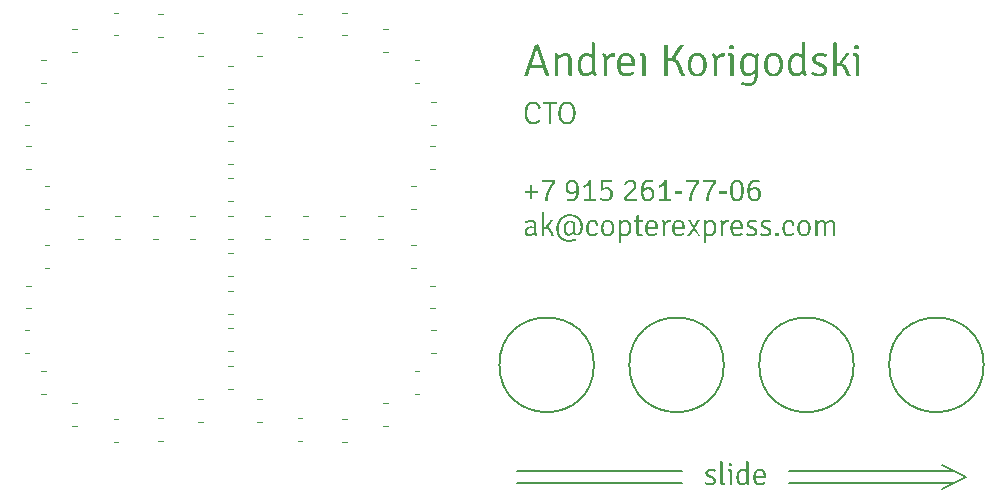
<source format=gbr>
G04 #@! TF.GenerationSoftware,KiCad,Pcbnew,5.0.2+dfsg1-1~bpo9+1*
G04 #@! TF.CreationDate,2019-04-10T20:11:49+03:00*
G04 #@! TF.ProjectId,kicad,6b696361-642e-46b6-9963-61645f706362,rev?*
G04 #@! TF.SameCoordinates,Original*
G04 #@! TF.FileFunction,Legend,Top*
G04 #@! TF.FilePolarity,Positive*
%FSLAX46Y46*%
G04 Gerber Fmt 4.6, Leading zero omitted, Abs format (unit mm)*
G04 Created by KiCad (PCBNEW 5.0.2+dfsg1-1~bpo9+1) date Wed 10 Apr 2019 08:11:49 PM MSK*
%MOMM*%
%LPD*%
G01*
G04 APERTURE LIST*
%ADD10C,0.200000*%
%ADD11C,0.100000*%
%ADD12C,0.150000*%
%ADD13R,0.951600X0.751600*%
G04 APERTURE END LIST*
D10*
X184000000Y-125500000D02*
X186000000Y-124500000D01*
X186000000Y-124500000D02*
X184000000Y-123500000D01*
X185000000Y-125000000D02*
X171000000Y-125000000D01*
X185000000Y-124000000D02*
X171000000Y-124000000D01*
X162000000Y-125000000D02*
X148000000Y-125000000D01*
X162000000Y-124000000D02*
X148000000Y-124000000D01*
D11*
G04 #@! TO.C,svg2mod*
G36*
X169054797Y-124558197D02*
X168211280Y-124558197D01*
X168211280Y-124403099D01*
X168864326Y-124403099D01*
X168864326Y-124367726D01*
X168863923Y-124341279D01*
X168862715Y-124315582D01*
X168860702Y-124290635D01*
X168857884Y-124266437D01*
X168854261Y-124242989D01*
X168849832Y-124220291D01*
X168844598Y-124198342D01*
X168838559Y-124177143D01*
X168831715Y-124156694D01*
X168824066Y-124136994D01*
X168815611Y-124118044D01*
X168806351Y-124099844D01*
X168796286Y-124082393D01*
X168785416Y-124065692D01*
X168772809Y-124048786D01*
X168759269Y-124033233D01*
X168744794Y-124019032D01*
X168729386Y-124006184D01*
X168713043Y-123994688D01*
X168695767Y-123984545D01*
X168677557Y-123975754D01*
X168658414Y-123968315D01*
X168638336Y-123962229D01*
X168617325Y-123957495D01*
X168595379Y-123954114D01*
X168572500Y-123952086D01*
X168548687Y-123951409D01*
X168525229Y-123952134D01*
X168502575Y-123954307D01*
X168480726Y-123957930D01*
X168459682Y-123963002D01*
X168439444Y-123969523D01*
X168420010Y-123977492D01*
X168401382Y-123986911D01*
X168383558Y-123997779D01*
X168366540Y-124010096D01*
X168350326Y-124023863D01*
X168334918Y-124039078D01*
X168320315Y-124055742D01*
X168306516Y-124073855D01*
X168295596Y-124090556D01*
X168285329Y-124108007D01*
X168275714Y-124126208D01*
X168266753Y-124145158D01*
X168258445Y-124164858D01*
X168250790Y-124185308D01*
X168243788Y-124206508D01*
X168237439Y-124228458D01*
X168231743Y-124251157D01*
X168226700Y-124274606D01*
X168222310Y-124298805D01*
X168218573Y-124323754D01*
X168215489Y-124349453D01*
X168213058Y-124375901D01*
X168211280Y-124403099D01*
X168211280Y-124558197D01*
X168212361Y-124585007D01*
X168214002Y-124611017D01*
X168216202Y-124636227D01*
X168218964Y-124660636D01*
X168222285Y-124684245D01*
X168226166Y-124707053D01*
X168230608Y-124729061D01*
X168235610Y-124750269D01*
X168241172Y-124770677D01*
X168247294Y-124790284D01*
X168253977Y-124809091D01*
X168261220Y-124827098D01*
X168269023Y-124844305D01*
X168277386Y-124860711D01*
X168286309Y-124876317D01*
X168295793Y-124891122D01*
X168305837Y-124905128D01*
X168316441Y-124918333D01*
X168327605Y-124930737D01*
X168339329Y-124942342D01*
X168351614Y-124953146D01*
X168364459Y-124963149D01*
X168377864Y-124972353D01*
X168391829Y-124980756D01*
X168406354Y-124988359D01*
X168421440Y-124995161D01*
X168437086Y-125001164D01*
X168453292Y-125006366D01*
X168470058Y-125010767D01*
X168487384Y-125014369D01*
X168505271Y-125017170D01*
X168523718Y-125019170D01*
X168542725Y-125020371D01*
X168562292Y-125020771D01*
X168582927Y-125020418D01*
X168603712Y-125019360D01*
X168624649Y-125017596D01*
X168645737Y-125015127D01*
X168666976Y-125011953D01*
X168688366Y-125008073D01*
X168709908Y-125003487D01*
X168731600Y-124998197D01*
X168753444Y-124992200D01*
X168775439Y-124985498D01*
X168797585Y-124978091D01*
X168819882Y-124969979D01*
X168842331Y-124961160D01*
X168864930Y-124951637D01*
X168887681Y-124941408D01*
X168910583Y-124930473D01*
X168933636Y-124918833D01*
X168956841Y-124906488D01*
X168973000Y-124922648D01*
X168987272Y-124940029D01*
X168999655Y-124958632D01*
X169010150Y-124978456D01*
X169018758Y-124999503D01*
X169025477Y-125021771D01*
X169030308Y-125045260D01*
X169010803Y-125058222D01*
X168991092Y-125070608D01*
X168971176Y-125082418D01*
X168951054Y-125093652D01*
X168930726Y-125104310D01*
X168910192Y-125114392D01*
X168889453Y-125123897D01*
X168868508Y-125132827D01*
X168847357Y-125141180D01*
X168826000Y-125148957D01*
X168804438Y-125156158D01*
X168782669Y-125162784D01*
X168760695Y-125168833D01*
X168738516Y-125174305D01*
X168716130Y-125179202D01*
X168693539Y-125183523D01*
X168670742Y-125187268D01*
X168647740Y-125190436D01*
X168624531Y-125193029D01*
X168601117Y-125195045D01*
X168577497Y-125196485D01*
X168553671Y-125197349D01*
X168529640Y-125197637D01*
X168504251Y-125197210D01*
X168479537Y-125195928D01*
X168455498Y-125193792D01*
X168432133Y-125190801D01*
X168409443Y-125186956D01*
X168387427Y-125182256D01*
X168366086Y-125176701D01*
X168345420Y-125170292D01*
X168325428Y-125163029D01*
X168306111Y-125154911D01*
X168287469Y-125145938D01*
X168267687Y-125134673D01*
X168248613Y-125122646D01*
X168230246Y-125109857D01*
X168212586Y-125096307D01*
X168195635Y-125081994D01*
X168179390Y-125066920D01*
X168163853Y-125051083D01*
X168149023Y-125034485D01*
X168134901Y-125017125D01*
X168121487Y-124999003D01*
X168110378Y-124981417D01*
X168099809Y-124963292D01*
X168089779Y-124944627D01*
X168080289Y-124925423D01*
X168071339Y-124905679D01*
X168062929Y-124885395D01*
X168055058Y-124864571D01*
X168047727Y-124843207D01*
X168040936Y-124821304D01*
X168034684Y-124798862D01*
X168028972Y-124775879D01*
X168024191Y-124754394D01*
X168019826Y-124732569D01*
X168015877Y-124710404D01*
X168012344Y-124687899D01*
X168009226Y-124665054D01*
X168006524Y-124641869D01*
X168004237Y-124618343D01*
X168002366Y-124594478D01*
X168000911Y-124570272D01*
X167999872Y-124545726D01*
X167999249Y-124520840D01*
X167999041Y-124495614D01*
X167999286Y-124469953D01*
X168000023Y-124444670D01*
X168001252Y-124419765D01*
X168002971Y-124395238D01*
X168005182Y-124371089D01*
X168007884Y-124347318D01*
X168011078Y-124323925D01*
X168014762Y-124300909D01*
X168018938Y-124278272D01*
X168023606Y-124256013D01*
X168028764Y-124234131D01*
X168034414Y-124212627D01*
X168041610Y-124189667D01*
X168049346Y-124167292D01*
X168057621Y-124145501D01*
X168066437Y-124124295D01*
X168075792Y-124103674D01*
X168085686Y-124083638D01*
X168096121Y-124064186D01*
X168107095Y-124045318D01*
X168118608Y-124027036D01*
X168130662Y-124009338D01*
X168143255Y-123992225D01*
X168157676Y-123974130D01*
X168172642Y-123956851D01*
X168188152Y-123940389D01*
X168204206Y-123924743D01*
X168220804Y-123909914D01*
X168237946Y-123895900D01*
X168255633Y-123882704D01*
X168273864Y-123870323D01*
X168292639Y-123858759D01*
X168311958Y-123848010D01*
X168330488Y-123839038D01*
X168349468Y-123830920D01*
X168368897Y-123823656D01*
X168388777Y-123817247D01*
X168409105Y-123811693D01*
X168429884Y-123806993D01*
X168451113Y-123803147D01*
X168472791Y-123800156D01*
X168494919Y-123798020D01*
X168517497Y-123796738D01*
X168540524Y-123796311D01*
X168565285Y-123796774D01*
X168589503Y-123798161D01*
X168613175Y-123800474D01*
X168636304Y-123803712D01*
X168658889Y-123807875D01*
X168680929Y-123812964D01*
X168702425Y-123818977D01*
X168723377Y-123825916D01*
X168743785Y-123833780D01*
X168763648Y-123842568D01*
X168785584Y-123852680D01*
X168806647Y-123863665D01*
X168826836Y-123875523D01*
X168846152Y-123888255D01*
X168864595Y-123901860D01*
X168882164Y-123916338D01*
X168898859Y-123931690D01*
X168914681Y-123947916D01*
X168929630Y-123965014D01*
X168944344Y-123982348D01*
X168958251Y-124000489D01*
X168971353Y-124019435D01*
X168983648Y-124039187D01*
X168995136Y-124059746D01*
X169005819Y-124081111D01*
X169015695Y-124103283D01*
X169024765Y-124126260D01*
X169033029Y-124150044D01*
X169039750Y-124171431D01*
X169045763Y-124193145D01*
X169051069Y-124215185D01*
X169055668Y-124237552D01*
X169059559Y-124260245D01*
X169062743Y-124283265D01*
X169065219Y-124306612D01*
X169066987Y-124330284D01*
X169068049Y-124354284D01*
X169068402Y-124378610D01*
X169068062Y-124402929D01*
X169067042Y-124426908D01*
X169065341Y-124450547D01*
X169062960Y-124473846D01*
X169061429Y-124495444D01*
X169059558Y-124516702D01*
X169057347Y-124537620D01*
X169054796Y-124558197D01*
X169054797Y-124558197D01*
X169054797Y-124558197D01*
G37*
G36*
X167075551Y-123807195D02*
X167415679Y-124103787D01*
X167391927Y-124088005D01*
X167368563Y-124073311D01*
X167345585Y-124059706D01*
X167322995Y-124047189D01*
X167300791Y-124035761D01*
X167278975Y-124025421D01*
X167257545Y-124016170D01*
X167236502Y-124008007D01*
X167215847Y-124000932D01*
X167195578Y-123994946D01*
X167175697Y-123990048D01*
X167156202Y-123986238D01*
X167137094Y-123983517D01*
X167118374Y-123981885D01*
X167100040Y-123981341D01*
X167078948Y-123982129D01*
X167058371Y-123984496D01*
X167038310Y-123988441D01*
X167018764Y-123993964D01*
X166999733Y-124001064D01*
X166981217Y-124009742D01*
X166963216Y-124019998D01*
X166945731Y-124031832D01*
X166928761Y-124045244D01*
X166912306Y-124060234D01*
X166896366Y-124076802D01*
X166880942Y-124094947D01*
X166866032Y-124114671D01*
X166855744Y-124129594D01*
X166846045Y-124145341D01*
X166836932Y-124161911D01*
X166828408Y-124179303D01*
X166820472Y-124197519D01*
X166813124Y-124216558D01*
X166806363Y-124236420D01*
X166800190Y-124257104D01*
X166794606Y-124278612D01*
X166789609Y-124300943D01*
X166785200Y-124324097D01*
X166781378Y-124348074D01*
X166778145Y-124372874D01*
X166775500Y-124398497D01*
X166773442Y-124424943D01*
X166771972Y-124452212D01*
X166771091Y-124480304D01*
X166770797Y-124509219D01*
X166771049Y-124538117D01*
X166771804Y-124566159D01*
X166773064Y-124593344D01*
X166774828Y-124619672D01*
X166777095Y-124645144D01*
X166779867Y-124669759D01*
X166783142Y-124693518D01*
X166786921Y-124716420D01*
X166791204Y-124738465D01*
X166795991Y-124759654D01*
X166801282Y-124779986D01*
X166807077Y-124799461D01*
X166813376Y-124818080D01*
X166820178Y-124835842D01*
X166827485Y-124852748D01*
X166835295Y-124868797D01*
X166843609Y-124883989D01*
X166852427Y-124898325D01*
X166866769Y-124918317D01*
X166881678Y-124936570D01*
X166897154Y-124953086D01*
X166913197Y-124967862D01*
X166929806Y-124980900D01*
X166946983Y-124992200D01*
X166964726Y-125001762D01*
X166983036Y-125009585D01*
X167001913Y-125015669D01*
X167021357Y-125020015D01*
X167041368Y-125022623D01*
X167061946Y-125023492D01*
X167082538Y-125022820D01*
X167103198Y-125020805D01*
X167123925Y-125017445D01*
X167144719Y-125012742D01*
X167165580Y-125006696D01*
X167186508Y-124999305D01*
X167207504Y-124990571D01*
X167228566Y-124980493D01*
X167249696Y-124969072D01*
X167268988Y-124957235D01*
X167287682Y-124944582D01*
X167305777Y-124931113D01*
X167323273Y-124916828D01*
X167340170Y-124901726D01*
X167356469Y-124885808D01*
X167372170Y-124869074D01*
X167387271Y-124851523D01*
X167401774Y-124833157D01*
X167415679Y-124813973D01*
X167415679Y-124103787D01*
X167075551Y-123807195D01*
X167096012Y-123807631D01*
X167116579Y-123808938D01*
X167137252Y-123811117D01*
X167158032Y-123814168D01*
X167178918Y-123818090D01*
X167199910Y-123822884D01*
X167221009Y-123828549D01*
X167242214Y-123835086D01*
X167263525Y-123842494D01*
X167284942Y-123850774D01*
X167306466Y-123859926D01*
X167328096Y-123869949D01*
X167349832Y-123880843D01*
X167371675Y-123892610D01*
X167393624Y-123905248D01*
X167415679Y-123918757D01*
X167415679Y-123181360D01*
X167432004Y-123165034D01*
X167505472Y-123165034D01*
X167528873Y-123166340D01*
X167549008Y-123170258D01*
X167565879Y-123176789D01*
X167579484Y-123185931D01*
X167589824Y-123197686D01*
X167597660Y-123211400D01*
X167603755Y-123228597D01*
X167608109Y-123249277D01*
X167610721Y-123273440D01*
X167611591Y-123301085D01*
X167611591Y-124789484D01*
X167611980Y-124819485D01*
X167613146Y-124848069D01*
X167615090Y-124875238D01*
X167617811Y-124900990D01*
X167621309Y-124925327D01*
X167625585Y-124948247D01*
X167630639Y-124969752D01*
X167636469Y-124989840D01*
X167643078Y-125008512D01*
X167650463Y-125025769D01*
X167658626Y-125041609D01*
X167667567Y-125056033D01*
X167677285Y-125069041D01*
X167687780Y-125080633D01*
X167679284Y-125100736D01*
X167669344Y-125119061D01*
X167657960Y-125135609D01*
X167645132Y-125150380D01*
X167630861Y-125163375D01*
X167615145Y-125174592D01*
X167597986Y-125184032D01*
X167577711Y-125176115D01*
X167558607Y-125166875D01*
X167540675Y-125156312D01*
X167523914Y-125144426D01*
X167508325Y-125131218D01*
X167493907Y-125116687D01*
X167480661Y-125100833D01*
X167468587Y-125083657D01*
X167457684Y-125065158D01*
X167447952Y-125045336D01*
X167439392Y-125024191D01*
X167432004Y-125001724D01*
X167415801Y-125019938D01*
X167399327Y-125037264D01*
X167382581Y-125053701D01*
X167365564Y-125069250D01*
X167348275Y-125083910D01*
X167330715Y-125097681D01*
X167312884Y-125110565D01*
X167294781Y-125122559D01*
X167276406Y-125133666D01*
X167257760Y-125143883D01*
X167238842Y-125153213D01*
X167219653Y-125161653D01*
X167200193Y-125169205D01*
X167180461Y-125175869D01*
X167160457Y-125181644D01*
X167140182Y-125186531D01*
X167119636Y-125190529D01*
X167098818Y-125193639D01*
X167077728Y-125195860D01*
X167056367Y-125197193D01*
X167034735Y-125197637D01*
X167010148Y-125197125D01*
X166986224Y-125195587D01*
X166962963Y-125193024D01*
X166940366Y-125189437D01*
X166918432Y-125184824D01*
X166897161Y-125179186D01*
X166876554Y-125172523D01*
X166856610Y-125164834D01*
X166837329Y-125156121D01*
X166818711Y-125146383D01*
X166800757Y-125135619D01*
X166783466Y-125123831D01*
X166766838Y-125111017D01*
X166750874Y-125097178D01*
X166735573Y-125082314D01*
X166720935Y-125066425D01*
X166706961Y-125049511D01*
X166693650Y-125031572D01*
X166681002Y-125012608D01*
X166671280Y-124996246D01*
X166661991Y-124979338D01*
X166653133Y-124961886D01*
X166644708Y-124943888D01*
X166636715Y-124925345D01*
X166629153Y-124906257D01*
X166622024Y-124886623D01*
X166615327Y-124866444D01*
X166609062Y-124845720D01*
X166603229Y-124824451D01*
X166597828Y-124802637D01*
X166592859Y-124780277D01*
X166588322Y-124757372D01*
X166584218Y-124733922D01*
X166580545Y-124709926D01*
X166577305Y-124685386D01*
X166574496Y-124660300D01*
X166572120Y-124634669D01*
X166570175Y-124608492D01*
X166568663Y-124581771D01*
X166567583Y-124554504D01*
X166566935Y-124526692D01*
X166566719Y-124498335D01*
X166566976Y-124473024D01*
X166567749Y-124448165D01*
X166569037Y-124423756D01*
X166570841Y-124399798D01*
X166573159Y-124376291D01*
X166575993Y-124353235D01*
X166579342Y-124330630D01*
X166583206Y-124308475D01*
X166587585Y-124286771D01*
X166592480Y-124265518D01*
X166597890Y-124244716D01*
X166603815Y-124224365D01*
X166610255Y-124204464D01*
X166618396Y-124181077D01*
X166626986Y-124158409D01*
X166636026Y-124136461D01*
X166645516Y-124115233D01*
X166655456Y-124094724D01*
X166665845Y-124074935D01*
X166676684Y-124055865D01*
X166687973Y-124037515D01*
X166699712Y-124019885D01*
X166711900Y-124002974D01*
X166724538Y-123986783D01*
X166740495Y-123967400D01*
X166756922Y-123949159D01*
X166773819Y-123932060D01*
X166791186Y-123916103D01*
X166809024Y-123901289D01*
X166827332Y-123887616D01*
X166846111Y-123875086D01*
X166865359Y-123863698D01*
X166885078Y-123853453D01*
X166905704Y-123843744D01*
X166926465Y-123835178D01*
X166947360Y-123827754D01*
X166968389Y-123821472D01*
X166989552Y-123816332D01*
X167010850Y-123812335D01*
X167032282Y-123809479D01*
X167053849Y-123807766D01*
X167075550Y-123807195D01*
X167075551Y-123807195D01*
X167075551Y-123807195D01*
G37*
G36*
X165927663Y-123363669D02*
X165943233Y-123355354D01*
X165960920Y-123348552D01*
X165980723Y-123343261D01*
X166002642Y-123339482D01*
X166026678Y-123337214D01*
X166052830Y-123336458D01*
X166082434Y-123337438D01*
X166108121Y-123340377D01*
X166129889Y-123345274D01*
X166147739Y-123352131D01*
X166161671Y-123360948D01*
X166172446Y-123372920D01*
X166180827Y-123389246D01*
X166186813Y-123409926D01*
X166190404Y-123434959D01*
X166191602Y-123464346D01*
X166190695Y-123489213D01*
X166187974Y-123511208D01*
X166183439Y-123530331D01*
X166177090Y-123546582D01*
X166168927Y-123559960D01*
X166158950Y-123570466D01*
X166144256Y-123579282D01*
X166126297Y-123586139D01*
X166105073Y-123591037D01*
X166080584Y-123593976D01*
X166052830Y-123594955D01*
X166027687Y-123594194D01*
X166004504Y-123591908D01*
X165983280Y-123588098D01*
X165964015Y-123582765D01*
X165946710Y-123575908D01*
X165935070Y-123566763D01*
X165925546Y-123553838D01*
X165918139Y-123537134D01*
X165912848Y-123516651D01*
X165909674Y-123492388D01*
X165908616Y-123464346D01*
X165909377Y-123440293D01*
X165911663Y-123418198D01*
X165915472Y-123398062D01*
X165920805Y-123379886D01*
X165927662Y-123363669D01*
X165927663Y-123363669D01*
X165927663Y-123363669D01*
G37*
G36*
X166194323Y-124016714D02*
X166194323Y-125164985D01*
X166177235Y-125167924D01*
X166158623Y-125170210D01*
X166138487Y-125171843D01*
X166116828Y-125172823D01*
X166093645Y-125173149D01*
X166070462Y-125172823D01*
X166048803Y-125171843D01*
X166028667Y-125170210D01*
X166010055Y-125167924D01*
X165992967Y-125164985D01*
X165992967Y-124114671D01*
X165991988Y-124086154D01*
X165989049Y-124061556D01*
X165984151Y-124040877D01*
X165977294Y-124024115D01*
X165968478Y-124011272D01*
X165957159Y-124001476D01*
X165942792Y-123993857D01*
X165925377Y-123988415D01*
X165904915Y-123985150D01*
X165881405Y-123984062D01*
X165856916Y-123984062D01*
X165852154Y-123968246D01*
X165848753Y-123950729D01*
X165846712Y-123931512D01*
X165846032Y-123910594D01*
X165846712Y-123889506D01*
X165848753Y-123869779D01*
X165852154Y-123851412D01*
X165856916Y-123834405D01*
X165881575Y-123831854D01*
X165903854Y-123829644D01*
X165923751Y-123827773D01*
X165941268Y-123826242D01*
X165961524Y-123823219D01*
X165978757Y-123821405D01*
X165992967Y-123820800D01*
X166014735Y-123820800D01*
X166038058Y-123821911D01*
X166059826Y-123825243D01*
X166080040Y-123830796D01*
X166098698Y-123838570D01*
X166115802Y-123848566D01*
X166131350Y-123860782D01*
X166145344Y-123875221D01*
X166158338Y-123890769D01*
X166169334Y-123907873D01*
X166178330Y-123926531D01*
X166185326Y-123946745D01*
X166190324Y-123968513D01*
X166193323Y-123991836D01*
X166194323Y-124016714D01*
X166194323Y-124016714D01*
G37*
G36*
X165494467Y-125009887D02*
X165608750Y-125009887D01*
X165615099Y-125026818D01*
X165619634Y-125044958D01*
X165622355Y-125064307D01*
X165625379Y-125083657D01*
X165627193Y-125101797D01*
X165627797Y-125118728D01*
X165627117Y-125133693D01*
X165625076Y-125145938D01*
X165625076Y-125159544D01*
X165603478Y-125163456D01*
X165582220Y-125167027D01*
X165561302Y-125170258D01*
X165540725Y-125173148D01*
X165520317Y-125175530D01*
X165499909Y-125177230D01*
X165479502Y-125178251D01*
X165459094Y-125178591D01*
X165434739Y-125177986D01*
X165411258Y-125176172D01*
X165388650Y-125173149D01*
X165366915Y-125168916D01*
X165346054Y-125163474D01*
X165326066Y-125156823D01*
X165306952Y-125148962D01*
X165288711Y-125139892D01*
X165271343Y-125129613D01*
X165256868Y-125118511D01*
X165243916Y-125105885D01*
X165232487Y-125091736D01*
X165222583Y-125076062D01*
X165214202Y-125058865D01*
X165207345Y-125040145D01*
X165202012Y-125019900D01*
X165198202Y-124998132D01*
X165195917Y-124974840D01*
X165195155Y-124950024D01*
X165195155Y-123181360D01*
X165211481Y-123165034D01*
X165284949Y-123165034D01*
X165309329Y-123166340D01*
X165330226Y-123170258D01*
X165347641Y-123176789D01*
X165361573Y-123185931D01*
X165372021Y-123197686D01*
X165379858Y-123211400D01*
X165385953Y-123228597D01*
X165390307Y-123249277D01*
X165392919Y-123273440D01*
X165393789Y-123301085D01*
X165393789Y-124892883D01*
X165394796Y-124915114D01*
X165397817Y-124935004D01*
X165402850Y-124952555D01*
X165409898Y-124967766D01*
X165418959Y-124980636D01*
X165430033Y-124991166D01*
X165443122Y-124999357D01*
X165458223Y-125005207D01*
X165475339Y-125008717D01*
X165494467Y-125009887D01*
X165494467Y-125009887D01*
G37*
G36*
X163882007Y-125061586D02*
X163883835Y-125040839D01*
X163887959Y-125020771D01*
X163894379Y-125001384D01*
X163903095Y-124982677D01*
X163914106Y-124964650D01*
X163927414Y-124947303D01*
X163943017Y-124930637D01*
X163960916Y-124914651D01*
X163985133Y-124928365D01*
X164008806Y-124941208D01*
X164031935Y-124953181D01*
X164054520Y-124964283D01*
X164076560Y-124974514D01*
X164098056Y-124983874D01*
X164119008Y-124992364D01*
X164139415Y-124999982D01*
X164159279Y-125006731D01*
X164178598Y-125012608D01*
X164202790Y-125018985D01*
X164226386Y-125024512D01*
X164249387Y-125029189D01*
X164271793Y-125033016D01*
X164293604Y-125035992D01*
X164314819Y-125038118D01*
X164335440Y-125039393D01*
X164355465Y-125039818D01*
X164381913Y-125039165D01*
X164406837Y-125037206D01*
X164430238Y-125033941D01*
X164452115Y-125029369D01*
X164472469Y-125023492D01*
X164492495Y-125015547D01*
X164511216Y-125006948D01*
X164528630Y-124997697D01*
X164544739Y-124987792D01*
X164559541Y-124977235D01*
X164576207Y-124961929D01*
X164590833Y-124945943D01*
X164603418Y-124929277D01*
X164613962Y-124911930D01*
X164622465Y-124894244D01*
X164628927Y-124876557D01*
X164633349Y-124858870D01*
X164635730Y-124841184D01*
X164634675Y-124818416D01*
X164631509Y-124796759D01*
X164626234Y-124776212D01*
X164618848Y-124756776D01*
X164609353Y-124738451D01*
X164597747Y-124721237D01*
X164584030Y-124705133D01*
X164571020Y-124691145D01*
X164556480Y-124677752D01*
X164540409Y-124664955D01*
X164522807Y-124652753D01*
X164503675Y-124641146D01*
X164483012Y-124630134D01*
X164460819Y-124619718D01*
X164437095Y-124609897D01*
X164284718Y-124550034D01*
X164258442Y-124539440D01*
X164233196Y-124528588D01*
X164208980Y-124517479D01*
X164185795Y-124506111D01*
X164163641Y-124494487D01*
X164142516Y-124482604D01*
X164122423Y-124470464D01*
X164103359Y-124458067D01*
X164085327Y-124445412D01*
X164068324Y-124432499D01*
X164052352Y-124419329D01*
X164037411Y-124405901D01*
X164023500Y-124392215D01*
X164008388Y-124375102D01*
X163994715Y-124357404D01*
X163982482Y-124339121D01*
X163971688Y-124320254D01*
X163962333Y-124300802D01*
X163954417Y-124280765D01*
X163947941Y-124260144D01*
X163942904Y-124238938D01*
X163939306Y-124217147D01*
X163937147Y-124194772D01*
X163936427Y-124171812D01*
X163937149Y-124148045D01*
X163939315Y-124124944D01*
X163942924Y-124102509D01*
X163947978Y-124080741D01*
X163954475Y-124059639D01*
X163962416Y-124039204D01*
X163971800Y-124019435D01*
X163982462Y-123999666D01*
X163994235Y-123980785D01*
X164007118Y-123962793D01*
X164021112Y-123945690D01*
X164036216Y-123929475D01*
X164052432Y-123914148D01*
X164069757Y-123899710D01*
X164088082Y-123886160D01*
X164107296Y-123873499D01*
X164127398Y-123861727D01*
X164148389Y-123850843D01*
X164170268Y-123840847D01*
X164193036Y-123831740D01*
X164216692Y-123823521D01*
X164238035Y-123817144D01*
X164259889Y-123811617D01*
X164282252Y-123806940D01*
X164305126Y-123803114D01*
X164328509Y-123800138D01*
X164352403Y-123798012D01*
X164376808Y-123796736D01*
X164401722Y-123796311D01*
X164424095Y-123796588D01*
X164446468Y-123797420D01*
X164468840Y-123798805D01*
X164491213Y-123800745D01*
X164513586Y-123803240D01*
X164535959Y-123806288D01*
X164558332Y-123809891D01*
X164580705Y-123814048D01*
X164603078Y-123818760D01*
X164625450Y-123824025D01*
X164647823Y-123829845D01*
X164670196Y-123836219D01*
X164692569Y-123843148D01*
X164714942Y-123850631D01*
X164737315Y-123858668D01*
X164759687Y-123867259D01*
X164782060Y-123876405D01*
X164804433Y-123886105D01*
X164803455Y-123909404D01*
X164800522Y-123931682D01*
X164795632Y-123952940D01*
X164788787Y-123973177D01*
X164779987Y-123992395D01*
X164769230Y-124010592D01*
X164756518Y-124027768D01*
X164741850Y-124043924D01*
X164719074Y-124033981D01*
X164696701Y-124024709D01*
X164674731Y-124016109D01*
X164653165Y-124008181D01*
X164632001Y-124000925D01*
X164611241Y-123994341D01*
X164590883Y-123988429D01*
X164570929Y-123983188D01*
X164551378Y-123978620D01*
X164527555Y-123973566D01*
X164504288Y-123969290D01*
X164481576Y-123965792D01*
X164459419Y-123963071D01*
X164437817Y-123961127D01*
X164416771Y-123959961D01*
X164396280Y-123959572D01*
X164369204Y-123960278D01*
X164343606Y-123962394D01*
X164319487Y-123965921D01*
X164296845Y-123970860D01*
X164275681Y-123977209D01*
X164255996Y-123984969D01*
X164237789Y-123994139D01*
X164221060Y-124004721D01*
X164205808Y-124016714D01*
X164189205Y-124033373D01*
X164175155Y-124050699D01*
X164163660Y-124068691D01*
X164154720Y-124087349D01*
X164148334Y-124106674D01*
X164144502Y-124126665D01*
X164143225Y-124147323D01*
X164144224Y-124169202D01*
X164147223Y-124189749D01*
X164152221Y-124208962D01*
X164159218Y-124226843D01*
X164168214Y-124243392D01*
X164179209Y-124258607D01*
X164192203Y-124272490D01*
X164205341Y-124283331D01*
X164220264Y-124294088D01*
X164236973Y-124304760D01*
X164255467Y-124315346D01*
X164275747Y-124325847D01*
X164297813Y-124336264D01*
X164321664Y-124346595D01*
X164347301Y-124356842D01*
X164507842Y-124419425D01*
X164533297Y-124429870D01*
X164557754Y-124440694D01*
X164581213Y-124451896D01*
X164603673Y-124463477D01*
X164625136Y-124475435D01*
X164645600Y-124487773D01*
X164665065Y-124500488D01*
X164683533Y-124513582D01*
X164701002Y-124527054D01*
X164717473Y-124540905D01*
X164732946Y-124555134D01*
X164747421Y-124569741D01*
X164760897Y-124584727D01*
X164773375Y-124600091D01*
X164784855Y-124615834D01*
X164795336Y-124631955D01*
X164804820Y-124648454D01*
X164813305Y-124665331D01*
X164820792Y-124682587D01*
X164827280Y-124700222D01*
X164832770Y-124718234D01*
X164837263Y-124736625D01*
X164840756Y-124755395D01*
X164843252Y-124774543D01*
X164844749Y-124794069D01*
X164845249Y-124813973D01*
X164844632Y-124837918D01*
X164842781Y-124861138D01*
X164839698Y-124883631D01*
X164835380Y-124905400D01*
X164829829Y-124926442D01*
X164823045Y-124946759D01*
X164815027Y-124966351D01*
X164805776Y-124985216D01*
X164795291Y-125003356D01*
X164783572Y-125020771D01*
X164770620Y-125037460D01*
X164756434Y-125053423D01*
X164741015Y-125068661D01*
X164724363Y-125083173D01*
X164706476Y-125096959D01*
X164689811Y-125108456D01*
X164672468Y-125119255D01*
X164654447Y-125129358D01*
X164635749Y-125138763D01*
X164616372Y-125147473D01*
X164596317Y-125155485D01*
X164575585Y-125162801D01*
X164554174Y-125169420D01*
X164532086Y-125175342D01*
X164509320Y-125180567D01*
X164485876Y-125185096D01*
X164461754Y-125188928D01*
X164436954Y-125192063D01*
X164411476Y-125194502D01*
X164385320Y-125196244D01*
X164358487Y-125197289D01*
X164330975Y-125197637D01*
X164308979Y-125197329D01*
X164287044Y-125196403D01*
X164265171Y-125194861D01*
X164243360Y-125192701D01*
X164221610Y-125189925D01*
X164199922Y-125186531D01*
X164178296Y-125182521D01*
X164156731Y-125177893D01*
X164135228Y-125172648D01*
X164113787Y-125166787D01*
X164092408Y-125160308D01*
X164071090Y-125153213D01*
X164049834Y-125145500D01*
X164028640Y-125137170D01*
X164007507Y-125128224D01*
X163986436Y-125118660D01*
X163965427Y-125108479D01*
X163944479Y-125097681D01*
X163923593Y-125086267D01*
X163902769Y-125074235D01*
X163882007Y-125061586D01*
X163882007Y-125061586D01*
G37*
D12*
G04 #@! TO.C,TS4*
X187500000Y-115000000D02*
G75*
G03X187500000Y-115000000I-4000000J0D01*
G01*
G04 #@! TO.C,TS3*
X176500000Y-115000000D02*
G75*
G03X176500000Y-115000000I-4000000J0D01*
G01*
G04 #@! TO.C,TS2*
X165500000Y-115000000D02*
G75*
G03X165500000Y-115000000I-4000000J0D01*
G01*
G04 #@! TO.C,TS1*
X154500000Y-115000000D02*
G75*
G03X154500000Y-115000000I-4000000J0D01*
G01*
D11*
G04 #@! TO.C,D49*
X123909000Y-104321000D02*
X123509000Y-104321000D01*
X123909000Y-102381000D02*
X123509000Y-102381000D01*
G04 #@! TO.C,D48*
X139417852Y-101821333D02*
X139017852Y-101821333D01*
X139417852Y-99881333D02*
X139017852Y-99881333D01*
G04 #@! TO.C,D47*
X121409333Y-88812147D02*
X121009333Y-88812147D01*
X121409333Y-86872147D02*
X121009333Y-86872147D01*
G04 #@! TO.C,D46*
X108400147Y-106820666D02*
X108000147Y-106820666D01*
X108400147Y-104880666D02*
X108000147Y-104880666D01*
G04 #@! TO.C,D45*
X126408666Y-119829852D02*
X126008666Y-119829852D01*
X126408666Y-117889852D02*
X126008666Y-117889852D01*
G04 #@! TO.C,D44*
X141006919Y-98413568D02*
X140606919Y-98413568D01*
X141006919Y-96473568D02*
X140606919Y-96473568D01*
G04 #@! TO.C,D43*
X118001568Y-87223080D02*
X117601568Y-87223080D01*
X118001568Y-85283080D02*
X117601568Y-85283080D01*
G04 #@! TO.C,D42*
X106811080Y-110228431D02*
X106411080Y-110228431D01*
X106811080Y-108288431D02*
X106411080Y-108288431D01*
G04 #@! TO.C,D41*
X129816431Y-121418919D02*
X129416431Y-121418919D01*
X129816431Y-119478919D02*
X129416431Y-119478919D01*
G04 #@! TO.C,D40*
X141116279Y-94655107D02*
X140716279Y-94655107D01*
X141116279Y-92715107D02*
X140716279Y-92715107D01*
G04 #@! TO.C,D39*
X114243107Y-87113720D02*
X113843107Y-87113720D01*
X114243107Y-85173720D02*
X113843107Y-85173720D01*
G04 #@! TO.C,D38*
X106701720Y-113986892D02*
X106301720Y-113986892D01*
X106701720Y-112046892D02*
X106301720Y-112046892D01*
G04 #@! TO.C,D37*
X133574892Y-121528279D02*
X133174892Y-121528279D01*
X133574892Y-119588279D02*
X133174892Y-119588279D01*
G04 #@! TO.C,D36*
X139728045Y-91160712D02*
X139328045Y-91160712D01*
X139728045Y-89220712D02*
X139328045Y-89220712D01*
G04 #@! TO.C,D35*
X110748712Y-88501954D02*
X110348712Y-88501954D01*
X110748712Y-86561954D02*
X110348712Y-86561954D01*
G04 #@! TO.C,D34*
X108089954Y-117481287D02*
X107689954Y-117481287D01*
X108089954Y-115541287D02*
X107689954Y-115541287D01*
G04 #@! TO.C,D33*
X137069287Y-120140045D02*
X136669287Y-120140045D01*
X137069287Y-118200045D02*
X136669287Y-118200045D01*
G04 #@! TO.C,D32*
X137069287Y-88501954D02*
X136669287Y-88501954D01*
X137069287Y-86561954D02*
X136669287Y-86561954D01*
G04 #@! TO.C,D31*
X108089954Y-91160712D02*
X107689954Y-91160712D01*
X108089954Y-89220712D02*
X107689954Y-89220712D01*
G04 #@! TO.C,D30*
X110748712Y-120140045D02*
X110348712Y-120140045D01*
X110748712Y-118200045D02*
X110348712Y-118200045D01*
G04 #@! TO.C,D29*
X139728045Y-117481287D02*
X139328045Y-117481287D01*
X139728045Y-115541287D02*
X139328045Y-115541287D01*
G04 #@! TO.C,D28*
X133574892Y-87113720D02*
X133174892Y-87113720D01*
X133574892Y-85173720D02*
X133174892Y-85173720D01*
G04 #@! TO.C,D27*
X106701720Y-94655107D02*
X106301720Y-94655107D01*
X106701720Y-92715107D02*
X106301720Y-92715107D01*
G04 #@! TO.C,D26*
X114243107Y-121528279D02*
X113843107Y-121528279D01*
X114243107Y-119588279D02*
X113843107Y-119588279D01*
G04 #@! TO.C,D25*
X141116279Y-113986892D02*
X140716279Y-113986892D01*
X141116279Y-112046892D02*
X140716279Y-112046892D01*
G04 #@! TO.C,D24*
X129816431Y-87223080D02*
X129416431Y-87223080D01*
X129816431Y-85283080D02*
X129416431Y-85283080D01*
G04 #@! TO.C,D23*
X106811080Y-98413568D02*
X106411080Y-98413568D01*
X106811080Y-96473568D02*
X106411080Y-96473568D01*
G04 #@! TO.C,D22*
X118001568Y-121418919D02*
X117601568Y-121418919D01*
X118001568Y-119478919D02*
X117601568Y-119478919D01*
G04 #@! TO.C,D21*
X141006919Y-110228431D02*
X140606919Y-110228431D01*
X141006919Y-108288431D02*
X140606919Y-108288431D01*
G04 #@! TO.C,D20*
X126408666Y-88812147D02*
X126008666Y-88812147D01*
X126408666Y-86872147D02*
X126008666Y-86872147D01*
G04 #@! TO.C,D19*
X108400147Y-101821333D02*
X108000147Y-101821333D01*
X108400147Y-99881333D02*
X108000147Y-99881333D01*
G04 #@! TO.C,D18*
X121409333Y-119829852D02*
X121009333Y-119829852D01*
X121409333Y-117889852D02*
X121009333Y-117889852D01*
G04 #@! TO.C,D17*
X139417852Y-106820666D02*
X139017852Y-106820666D01*
X139417852Y-104880666D02*
X139017852Y-104880666D01*
G04 #@! TO.C,D16*
X123909000Y-91621000D02*
X123509000Y-91621000D01*
X123909000Y-89681000D02*
X123509000Y-89681000D01*
G04 #@! TO.C,D15*
X111209000Y-104321000D02*
X110809000Y-104321000D01*
X111209000Y-102381000D02*
X110809000Y-102381000D01*
G04 #@! TO.C,D14*
X123909000Y-117021000D02*
X123509000Y-117021000D01*
X123909000Y-115081000D02*
X123509000Y-115081000D01*
G04 #@! TO.C,D13*
X136609000Y-104321000D02*
X136209000Y-104321000D01*
X136609000Y-102381000D02*
X136209000Y-102381000D01*
G04 #@! TO.C,D12*
X123909000Y-94796000D02*
X123509000Y-94796000D01*
X123909000Y-92856000D02*
X123509000Y-92856000D01*
G04 #@! TO.C,D11*
X114384000Y-104321000D02*
X113984000Y-104321000D01*
X114384000Y-102381000D02*
X113984000Y-102381000D01*
G04 #@! TO.C,D10*
X123909000Y-113845999D02*
X123509000Y-113845999D01*
X123909000Y-111905999D02*
X123509000Y-111905999D01*
G04 #@! TO.C,D9*
X133434000Y-104321000D02*
X133034000Y-104321000D01*
X133434000Y-102381000D02*
X133034000Y-102381000D01*
G04 #@! TO.C,D8*
X123909000Y-97971000D02*
X123509000Y-97971000D01*
X123909000Y-96031000D02*
X123509000Y-96031000D01*
G04 #@! TO.C,D7*
X117559000Y-104321000D02*
X117159000Y-104321000D01*
X117559000Y-102381000D02*
X117159000Y-102381000D01*
G04 #@! TO.C,D6*
X123909000Y-110671000D02*
X123509000Y-110671000D01*
X123909000Y-108731000D02*
X123509000Y-108731000D01*
G04 #@! TO.C,D5*
X130259000Y-104321000D02*
X129859000Y-104321000D01*
X130259000Y-102381000D02*
X129859000Y-102381000D01*
G04 #@! TO.C,D4*
X123909000Y-101146000D02*
X123509000Y-101146000D01*
X123909000Y-99206000D02*
X123509000Y-99206000D01*
G04 #@! TO.C,D3*
X120734000Y-104321000D02*
X120334000Y-104321000D01*
X120734000Y-102381000D02*
X120334000Y-102381000D01*
G04 #@! TO.C,D2*
X123909000Y-107496000D02*
X123509000Y-107496000D01*
X123909000Y-105556000D02*
X123509000Y-105556000D01*
G04 #@! TO.C,D1*
X127084000Y-104321000D02*
X126684000Y-104321000D01*
X127084000Y-102381000D02*
X126684000Y-102381000D01*
G04 #@! TO.C,svg2mod*
G36*
X151731843Y-93397473D02*
X151570188Y-94170311D01*
X151561964Y-94148264D01*
X151554183Y-94125769D01*
X151546848Y-94102825D01*
X151539957Y-94079432D01*
X151533510Y-94055591D01*
X151527509Y-94031300D01*
X151521951Y-94006561D01*
X151516839Y-93981373D01*
X151512171Y-93955737D01*
X151507947Y-93929651D01*
X151504168Y-93903117D01*
X151500834Y-93876134D01*
X151497944Y-93848702D01*
X151495499Y-93820822D01*
X151493498Y-93792492D01*
X151491942Y-93763714D01*
X151490831Y-93734487D01*
X151490164Y-93704812D01*
X151489942Y-93674687D01*
X151490122Y-93647998D01*
X151490664Y-93621605D01*
X151491566Y-93595510D01*
X151492829Y-93569712D01*
X151494454Y-93544212D01*
X151496439Y-93519008D01*
X151498785Y-93494102D01*
X151501492Y-93469493D01*
X151504561Y-93445182D01*
X151507990Y-93421167D01*
X151511780Y-93397450D01*
X151515931Y-93374030D01*
X151520443Y-93350908D01*
X151525316Y-93328083D01*
X151530550Y-93305555D01*
X151536145Y-93283324D01*
X151543928Y-93256049D01*
X151552226Y-93229418D01*
X151561039Y-93203430D01*
X151570366Y-93178086D01*
X151580208Y-93153384D01*
X151590565Y-93129326D01*
X151601436Y-93105911D01*
X151612822Y-93083140D01*
X151624722Y-93061011D01*
X151637138Y-93039526D01*
X151650067Y-93018684D01*
X151663511Y-92998486D01*
X151677470Y-92978930D01*
X151693173Y-92958056D01*
X151709480Y-92938012D01*
X151726391Y-92918799D01*
X151743905Y-92900416D01*
X151762024Y-92882864D01*
X151780747Y-92866142D01*
X151800073Y-92850250D01*
X151820004Y-92835189D01*
X151840538Y-92820958D01*
X151861677Y-92807558D01*
X151883419Y-92794988D01*
X151905765Y-92783249D01*
X151927315Y-92772796D01*
X151949315Y-92763179D01*
X151971765Y-92754398D01*
X151994665Y-92746454D01*
X152018016Y-92739346D01*
X152041817Y-92733074D01*
X152066068Y-92727638D01*
X152090769Y-92723039D01*
X152115921Y-92719276D01*
X152141523Y-92716349D01*
X152167575Y-92714258D01*
X152194078Y-92713004D01*
X152221031Y-92712586D01*
X152247571Y-92712988D01*
X152273612Y-92714194D01*
X152299154Y-92716205D01*
X152324196Y-92719020D01*
X152348740Y-92722639D01*
X152372784Y-92727062D01*
X152396329Y-92732290D01*
X152419375Y-92738322D01*
X152441921Y-92745158D01*
X152463969Y-92752798D01*
X152485517Y-92761243D01*
X152506566Y-92770492D01*
X152527116Y-92780545D01*
X152547167Y-92791402D01*
X152568201Y-92803447D01*
X152588657Y-92816168D01*
X152608534Y-92829564D01*
X152627832Y-92843635D01*
X152646551Y-92858382D01*
X152664692Y-92873804D01*
X152682253Y-92889902D01*
X152699235Y-92906675D01*
X152715638Y-92924124D01*
X152731463Y-92942248D01*
X152746708Y-92961048D01*
X152761375Y-92980523D01*
X152775462Y-93000673D01*
X152789389Y-93021000D01*
X152802737Y-93041842D01*
X152815505Y-93063198D01*
X152827695Y-93085069D01*
X152839306Y-93107455D01*
X152850338Y-93130355D01*
X152860791Y-93153770D01*
X152870666Y-93177700D01*
X152879961Y-93202144D01*
X152888677Y-93227103D01*
X152896814Y-93252576D01*
X152904373Y-93278564D01*
X152911352Y-93305067D01*
X152916957Y-93328343D01*
X152922175Y-93351789D01*
X152927007Y-93375403D01*
X152931452Y-93399187D01*
X152935511Y-93423140D01*
X152939183Y-93447262D01*
X152942468Y-93471553D01*
X152945367Y-93496013D01*
X152947880Y-93520643D01*
X152950006Y-93545441D01*
X152951745Y-93570408D01*
X152953098Y-93595545D01*
X152954064Y-93620851D01*
X152954644Y-93646326D01*
X152954837Y-93671970D01*
X152954646Y-93698670D01*
X152954073Y-93725094D01*
X152953117Y-93751243D01*
X152951780Y-93777115D01*
X152950060Y-93802711D01*
X152947958Y-93828031D01*
X152945473Y-93853075D01*
X152942607Y-93877843D01*
X152939358Y-93902335D01*
X152935728Y-93926551D01*
X152931715Y-93950491D01*
X152927319Y-93974155D01*
X152922542Y-93997543D01*
X152917382Y-94020655D01*
X152911841Y-94043491D01*
X152905917Y-94066051D01*
X152898535Y-94092939D01*
X152890607Y-94119249D01*
X152882132Y-94144980D01*
X152873110Y-94170131D01*
X152863541Y-94194704D01*
X152853426Y-94218698D01*
X152842764Y-94242113D01*
X152831555Y-94264949D01*
X152819799Y-94287206D01*
X152807497Y-94308884D01*
X152794647Y-94329983D01*
X152781251Y-94350503D01*
X152767309Y-94370445D01*
X152751587Y-94390904D01*
X152735224Y-94410608D01*
X152718218Y-94429557D01*
X152700572Y-94447751D01*
X152682283Y-94465190D01*
X152663353Y-94481875D01*
X152643781Y-94497804D01*
X152623567Y-94512978D01*
X152602712Y-94527398D01*
X152581215Y-94541062D01*
X152559076Y-94553972D01*
X152536296Y-94566126D01*
X152515132Y-94576177D01*
X152493454Y-94585424D01*
X152471261Y-94593867D01*
X152448554Y-94601506D01*
X152425332Y-94608341D01*
X152401596Y-94614371D01*
X152377345Y-94619598D01*
X152352579Y-94624020D01*
X152327298Y-94627639D01*
X152301503Y-94630453D01*
X152275194Y-94632463D01*
X152248370Y-94633669D01*
X152221031Y-94634071D01*
X152194362Y-94633677D01*
X152168169Y-94632495D01*
X152142452Y-94630525D01*
X152117211Y-94627766D01*
X152092445Y-94624219D01*
X152068154Y-94619884D01*
X152044340Y-94614761D01*
X152021000Y-94608850D01*
X151998137Y-94602151D01*
X151975749Y-94594663D01*
X151953837Y-94586388D01*
X151932400Y-94577324D01*
X151911439Y-94567472D01*
X151890954Y-94556832D01*
X151870944Y-94545403D01*
X151851410Y-94533187D01*
X151832351Y-94520182D01*
X151813768Y-94506389D01*
X151795661Y-94491808D01*
X151778029Y-94476439D01*
X151762246Y-94462022D01*
X151746908Y-94447156D01*
X151732015Y-94431841D01*
X151717566Y-94416077D01*
X151703562Y-94399865D01*
X151690002Y-94383203D01*
X151676887Y-94366093D01*
X151664217Y-94348535D01*
X151651991Y-94330527D01*
X151640209Y-94312071D01*
X151628873Y-94293166D01*
X151617980Y-94273812D01*
X151607533Y-94254009D01*
X151597530Y-94233758D01*
X151587971Y-94213058D01*
X151578858Y-94191909D01*
X151570188Y-94170311D01*
X151731843Y-93397473D01*
X151727540Y-93419366D01*
X151723689Y-93441562D01*
X151720292Y-93464059D01*
X151717347Y-93486858D01*
X151714856Y-93509959D01*
X151712818Y-93533363D01*
X151711982Y-93556086D01*
X151711299Y-93578961D01*
X151710767Y-93601987D01*
X151710387Y-93625164D01*
X151710159Y-93648492D01*
X151710083Y-93671971D01*
X151710273Y-93696594D01*
X151710844Y-93721543D01*
X151711795Y-93746819D01*
X151713127Y-93772421D01*
X151714839Y-93798348D01*
X151716932Y-93824602D01*
X151719405Y-93851182D01*
X151722259Y-93878089D01*
X151725493Y-93905321D01*
X151729108Y-93932879D01*
X151732859Y-93957452D01*
X151737194Y-93981755D01*
X151742113Y-94005788D01*
X151747616Y-94029552D01*
X151753703Y-94053047D01*
X151760374Y-94076272D01*
X151767629Y-94099227D01*
X151775468Y-94121913D01*
X151783891Y-94144329D01*
X151792898Y-94166476D01*
X151802489Y-94188353D01*
X151813822Y-94211345D01*
X151826079Y-94233577D01*
X151839261Y-94255048D01*
X151853366Y-94275757D01*
X151868396Y-94295706D01*
X151884349Y-94314894D01*
X151901227Y-94333320D01*
X151919028Y-94350986D01*
X151937754Y-94367891D01*
X151957404Y-94384034D01*
X151976204Y-94397242D01*
X151996037Y-94409191D01*
X152016903Y-94419883D01*
X152038803Y-94429316D01*
X152061736Y-94437492D01*
X152085702Y-94444410D01*
X152110701Y-94450070D01*
X152136734Y-94454473D01*
X152163800Y-94457617D01*
X152191898Y-94459504D01*
X152221031Y-94460133D01*
X152247784Y-94459539D01*
X152273688Y-94457755D01*
X152298743Y-94454782D01*
X152322948Y-94450621D01*
X152346304Y-94445270D01*
X152368811Y-94438730D01*
X152390469Y-94431001D01*
X152411277Y-94422083D01*
X152434073Y-94410768D01*
X152455871Y-94398565D01*
X152476670Y-94385476D01*
X152496471Y-94371498D01*
X152515274Y-94356634D01*
X152533078Y-94340882D01*
X152549885Y-94324242D01*
X152565692Y-94305994D01*
X152580501Y-94286969D01*
X152594312Y-94267168D01*
X152607125Y-94246591D01*
X152618939Y-94225237D01*
X152629755Y-94203106D01*
X152639572Y-94180199D01*
X152649334Y-94156792D01*
X152658430Y-94133164D01*
X152666860Y-94109314D01*
X152674626Y-94085242D01*
X152681725Y-94060948D01*
X152688159Y-94036432D01*
X152693928Y-94011695D01*
X152699863Y-93986125D01*
X152705244Y-93960667D01*
X152710069Y-93935319D01*
X152714340Y-93910082D01*
X152718056Y-93884957D01*
X152721217Y-93859942D01*
X152723823Y-93835038D01*
X152725987Y-93810411D01*
X152727817Y-93786228D01*
X152729315Y-93762489D01*
X152730480Y-93739194D01*
X152731312Y-93716342D01*
X152731811Y-93693934D01*
X152731978Y-93671970D01*
X152731788Y-93647863D01*
X152731217Y-93623375D01*
X152730266Y-93598508D01*
X152728934Y-93573259D01*
X152727222Y-93547630D01*
X152725129Y-93521621D01*
X152722656Y-93495231D01*
X152719802Y-93468461D01*
X152716568Y-93441310D01*
X152712953Y-93413779D01*
X152709179Y-93388757D01*
X152704777Y-93364094D01*
X152699745Y-93339791D01*
X152694085Y-93315848D01*
X152687796Y-93292264D01*
X152680878Y-93269039D01*
X152673331Y-93246173D01*
X152665155Y-93223667D01*
X152656351Y-93201521D01*
X152646917Y-93179733D01*
X152636854Y-93158305D01*
X152625521Y-93135340D01*
X152613264Y-93113190D01*
X152600083Y-93091855D01*
X152585977Y-93071336D01*
X152570948Y-93051632D01*
X152554994Y-93032743D01*
X152538117Y-93014669D01*
X152520315Y-92997411D01*
X152501589Y-92980968D01*
X152481940Y-92965341D01*
X152463611Y-92951662D01*
X152444205Y-92939286D01*
X152423720Y-92928213D01*
X152402157Y-92918442D01*
X152379517Y-92909974D01*
X152355798Y-92902809D01*
X152331001Y-92896947D01*
X152305125Y-92892387D01*
X152278172Y-92889131D01*
X152250140Y-92887176D01*
X152221031Y-92886525D01*
X152194289Y-92887095D01*
X152168419Y-92888807D01*
X152143422Y-92891659D01*
X152119298Y-92895652D01*
X152096045Y-92900785D01*
X152073665Y-92907060D01*
X152052158Y-92914475D01*
X152031523Y-92923031D01*
X152011760Y-92932728D01*
X151990485Y-92944066D01*
X151970143Y-92956339D01*
X151950737Y-92969546D01*
X151932264Y-92983687D01*
X151914726Y-92998762D01*
X151898122Y-93014772D01*
X151882452Y-93031715D01*
X151867717Y-93049593D01*
X151854467Y-93067599D01*
X151841897Y-93086284D01*
X151830007Y-93105648D01*
X151818796Y-93125692D01*
X151808265Y-93146415D01*
X151798413Y-93167818D01*
X151789240Y-93189900D01*
X151780747Y-93212661D01*
X151773443Y-93235168D01*
X151766478Y-93257845D01*
X151759854Y-93280691D01*
X151753569Y-93303708D01*
X151747624Y-93326894D01*
X151742018Y-93350250D01*
X151736752Y-93373776D01*
X151731826Y-93397472D01*
X151731843Y-93397473D01*
X151731843Y-93397473D01*
G37*
G36*
X151021966Y-92924575D02*
X150872487Y-92921839D01*
X150872487Y-94601441D01*
X150849725Y-94605009D01*
X150824925Y-94607557D01*
X150798087Y-94609086D01*
X150769210Y-94609595D01*
X150745837Y-94609269D01*
X150723551Y-94608291D01*
X150702352Y-94606660D01*
X150682241Y-94604377D01*
X150663216Y-94601441D01*
X150663216Y-92921839D01*
X150516455Y-92924575D01*
X150168576Y-92924575D01*
X150165009Y-92901813D01*
X150162461Y-92879731D01*
X150160932Y-92858329D01*
X150160422Y-92837605D01*
X150160932Y-92815523D01*
X150162461Y-92792761D01*
X150165009Y-92769320D01*
X150168576Y-92745200D01*
X151364409Y-92745200D01*
X151371543Y-92763884D01*
X151376638Y-92784608D01*
X151379695Y-92807369D01*
X151380714Y-92832170D01*
X151379137Y-92851563D01*
X151374406Y-92868675D01*
X151366521Y-92883506D01*
X151355482Y-92896055D01*
X151341290Y-92906322D01*
X151323943Y-92914308D01*
X151303442Y-92920012D01*
X151279787Y-92923434D01*
X151252978Y-92924575D01*
X151021966Y-92924575D01*
X151021966Y-92924575D01*
G37*
G36*
X149775556Y-93332245D02*
X149775057Y-93309005D01*
X149773560Y-93285876D01*
X149771064Y-93262858D01*
X149767570Y-93239951D01*
X149763077Y-93217155D01*
X149757586Y-93194469D01*
X149751097Y-93171895D01*
X149744219Y-93148988D01*
X149736011Y-93126857D01*
X149726471Y-93105503D01*
X149715599Y-93084925D01*
X149703397Y-93065124D01*
X149689863Y-93046100D01*
X149674999Y-93027851D01*
X149659579Y-93009770D01*
X149642829Y-92992797D01*
X149624747Y-92976934D01*
X149605334Y-92962181D01*
X149584590Y-92948536D01*
X149562515Y-92936001D01*
X149539109Y-92924575D01*
X149518173Y-92915657D01*
X149496133Y-92907928D01*
X149472990Y-92901388D01*
X149448742Y-92896038D01*
X149423390Y-92891876D01*
X149396933Y-92888903D01*
X149369373Y-92887120D01*
X149340709Y-92886525D01*
X149315359Y-92887154D01*
X149290648Y-92889042D01*
X149266573Y-92892187D01*
X149243136Y-92896591D01*
X149220337Y-92902253D01*
X149198175Y-92909173D01*
X149176651Y-92917352D01*
X149155764Y-92926789D01*
X149135515Y-92937484D01*
X149115903Y-92949437D01*
X149096929Y-92962649D01*
X149078592Y-92977118D01*
X149060893Y-92992846D01*
X149043831Y-93009833D01*
X149027407Y-93028077D01*
X149011620Y-93047580D01*
X148996471Y-93068341D01*
X148981959Y-93090360D01*
X148971758Y-93107644D01*
X148961991Y-93125522D01*
X148952658Y-93143994D01*
X148943759Y-93163061D01*
X148935294Y-93182723D01*
X148927263Y-93202979D01*
X148919667Y-93223830D01*
X148912504Y-93245275D01*
X148905776Y-93267315D01*
X148899482Y-93289949D01*
X148893621Y-93313178D01*
X148888195Y-93337001D01*
X148883203Y-93361419D01*
X148878645Y-93386431D01*
X148874521Y-93412038D01*
X148870831Y-93438239D01*
X148867576Y-93465035D01*
X148864754Y-93492425D01*
X148862367Y-93520410D01*
X148860413Y-93548989D01*
X148858894Y-93578163D01*
X148857809Y-93607932D01*
X148857157Y-93638295D01*
X148856940Y-93669252D01*
X148857167Y-93700431D01*
X148857846Y-93731006D01*
X148858979Y-93760978D01*
X148860564Y-93790345D01*
X148862602Y-93819108D01*
X148865094Y-93847268D01*
X148868038Y-93874823D01*
X148871435Y-93901775D01*
X148875286Y-93928123D01*
X148879589Y-93953866D01*
X148884345Y-93979006D01*
X148889554Y-94003542D01*
X148895216Y-94027473D01*
X148901331Y-94050801D01*
X148907899Y-94073525D01*
X148914920Y-94095645D01*
X148922394Y-94117161D01*
X148930321Y-94138073D01*
X148938701Y-94158381D01*
X148947534Y-94178085D01*
X148956820Y-94197185D01*
X148966558Y-94215681D01*
X148976750Y-94233573D01*
X148987395Y-94250862D01*
X149001428Y-94271475D01*
X149016063Y-94290974D01*
X149031301Y-94309358D01*
X149047141Y-94326629D01*
X149063584Y-94342785D01*
X149080628Y-94357827D01*
X149098275Y-94371755D01*
X149116524Y-94384568D01*
X149135376Y-94396268D01*
X149154829Y-94406853D01*
X149174885Y-94416324D01*
X149195544Y-94424680D01*
X149216804Y-94431923D01*
X149238667Y-94438051D01*
X149261132Y-94443065D01*
X149284200Y-94446965D01*
X149307870Y-94449750D01*
X149332142Y-94451422D01*
X149357016Y-94451979D01*
X149379017Y-94451535D01*
X149401040Y-94450204D01*
X149423085Y-94447986D01*
X149445153Y-94444881D01*
X149467244Y-94440889D01*
X149489357Y-94436009D01*
X149511492Y-94430242D01*
X149533650Y-94423588D01*
X149555831Y-94416047D01*
X149578034Y-94407618D01*
X149600259Y-94398302D01*
X149622507Y-94388099D01*
X149644777Y-94377009D01*
X149667070Y-94365032D01*
X149689385Y-94352167D01*
X149711723Y-94338415D01*
X149734083Y-94323776D01*
X149756465Y-94308250D01*
X149778870Y-94291836D01*
X149801298Y-94274536D01*
X149823748Y-94256348D01*
X149846220Y-94237272D01*
X149866434Y-94250097D01*
X149884949Y-94264111D01*
X149901765Y-94279313D01*
X149916883Y-94295705D01*
X149930302Y-94313286D01*
X149942023Y-94332056D01*
X149952045Y-94352015D01*
X149960368Y-94373162D01*
X149943784Y-94389636D01*
X149926645Y-94405665D01*
X149908952Y-94421251D01*
X149890703Y-94436393D01*
X149871901Y-94451091D01*
X149852543Y-94465346D01*
X149832631Y-94479157D01*
X149812164Y-94492524D01*
X149791143Y-94505447D01*
X149769567Y-94517927D01*
X149747436Y-94529963D01*
X149724751Y-94541555D01*
X149701511Y-94552704D01*
X149677716Y-94563409D01*
X149653922Y-94573143D01*
X149629905Y-94582156D01*
X149605667Y-94590448D01*
X149581207Y-94598019D01*
X149556525Y-94604869D01*
X149531621Y-94610998D01*
X149506495Y-94616406D01*
X149481147Y-94621092D01*
X149455578Y-94625058D01*
X149429786Y-94628303D01*
X149403773Y-94630827D01*
X149377538Y-94632629D01*
X149351081Y-94633711D01*
X149324402Y-94634071D01*
X149296693Y-94633637D01*
X149269596Y-94632334D01*
X149243109Y-94630163D01*
X149217234Y-94627124D01*
X149191970Y-94623216D01*
X149167316Y-94618440D01*
X149143274Y-94612795D01*
X149119843Y-94606282D01*
X149097023Y-94598901D01*
X149074815Y-94590651D01*
X149053217Y-94581533D01*
X149032230Y-94571546D01*
X149011855Y-94560691D01*
X148990433Y-94547630D01*
X148969654Y-94533815D01*
X148949515Y-94519244D01*
X148930019Y-94503919D01*
X148911164Y-94487839D01*
X148892951Y-94471004D01*
X148875380Y-94453413D01*
X148858450Y-94435068D01*
X148842162Y-94415968D01*
X148826516Y-94396113D01*
X148811512Y-94375503D01*
X148797149Y-94354138D01*
X148784846Y-94333827D01*
X148773026Y-94313033D01*
X148761689Y-94291757D01*
X148750833Y-94269999D01*
X148740461Y-94247758D01*
X148730571Y-94225035D01*
X148721163Y-94201829D01*
X148712237Y-94178140D01*
X148703795Y-94153970D01*
X148695834Y-94129317D01*
X148688356Y-94104181D01*
X148681361Y-94078563D01*
X148674848Y-94052462D01*
X148669943Y-94029174D01*
X148665378Y-94005692D01*
X148661150Y-93982017D01*
X148657260Y-93958148D01*
X148653709Y-93934087D01*
X148650496Y-93909832D01*
X148647621Y-93885384D01*
X148645085Y-93860742D01*
X148642886Y-93835908D01*
X148641026Y-93810880D01*
X148639504Y-93785658D01*
X148638320Y-93760244D01*
X148637475Y-93734636D01*
X148636967Y-93708835D01*
X148636798Y-93682841D01*
X148636986Y-93654591D01*
X148637551Y-93626755D01*
X148638491Y-93599332D01*
X148639808Y-93572323D01*
X148641500Y-93545728D01*
X148643569Y-93519547D01*
X148646014Y-93493780D01*
X148648836Y-93468426D01*
X148652033Y-93443486D01*
X148655607Y-93418960D01*
X148659556Y-93394848D01*
X148663882Y-93371149D01*
X148668584Y-93347865D01*
X148673662Y-93324994D01*
X148679117Y-93302537D01*
X148684947Y-93280493D01*
X148691154Y-93258864D01*
X148699758Y-93231219D01*
X148708844Y-93204315D01*
X148718413Y-93178150D01*
X148728464Y-93152725D01*
X148738997Y-93128040D01*
X148750013Y-93104094D01*
X148761512Y-93080888D01*
X148773492Y-93058422D01*
X148785956Y-93036696D01*
X148798901Y-93015709D01*
X148812330Y-92995462D01*
X148826240Y-92975955D01*
X148840633Y-92957188D01*
X148856714Y-92937238D01*
X148873247Y-92918157D01*
X148890233Y-92899944D01*
X148907673Y-92882599D01*
X148925565Y-92866123D01*
X148943910Y-92850514D01*
X148962708Y-92835774D01*
X148981959Y-92821902D01*
X149001663Y-92808898D01*
X149021820Y-92796762D01*
X149042430Y-92785495D01*
X149063493Y-92775096D01*
X149086875Y-92764247D01*
X149110572Y-92754431D01*
X149134583Y-92745649D01*
X149158908Y-92737900D01*
X149183548Y-92731184D01*
X149208502Y-92725501D01*
X149233771Y-92720852D01*
X149259354Y-92717235D01*
X149285252Y-92714652D01*
X149311464Y-92713102D01*
X149337991Y-92712586D01*
X149364450Y-92712945D01*
X149390460Y-92714023D01*
X149416021Y-92715820D01*
X149441133Y-92718336D01*
X149465795Y-92721570D01*
X149490008Y-92725523D01*
X149513772Y-92730195D01*
X149537087Y-92735586D01*
X149559953Y-92741696D01*
X149582369Y-92748524D01*
X149604336Y-92756071D01*
X149630474Y-92766070D01*
X149655739Y-92776739D01*
X149680132Y-92788080D01*
X149703653Y-92800092D01*
X149726301Y-92812776D01*
X149748077Y-92826130D01*
X149768981Y-92840155D01*
X149789012Y-92854851D01*
X149808171Y-92870219D01*
X149826424Y-92886190D01*
X149843737Y-92902698D01*
X149860111Y-92919743D01*
X149875545Y-92937324D01*
X149890040Y-92955443D01*
X149903596Y-92974099D01*
X149916212Y-92993291D01*
X149927888Y-93013020D01*
X149938625Y-93033286D01*
X149949454Y-93056472D01*
X149958839Y-93079829D01*
X149966780Y-93103355D01*
X149973277Y-93127050D01*
X149978331Y-93150916D01*
X149981940Y-93174952D01*
X149984106Y-93199157D01*
X149984828Y-93223532D01*
X149983659Y-93246769D01*
X149980153Y-93267561D01*
X149974310Y-93285906D01*
X149966129Y-93301805D01*
X149955612Y-93315258D01*
X149942756Y-93326265D01*
X149927564Y-93334826D01*
X149910034Y-93340941D01*
X149890167Y-93344611D01*
X149867963Y-93345834D01*
X149847919Y-93344984D01*
X149825837Y-93342436D01*
X149801716Y-93338188D01*
X149775557Y-93332242D01*
X149775556Y-93332245D01*
X149775556Y-93332245D01*
G37*
G36*
X167697301Y-100997171D02*
X167713608Y-100325874D01*
X167713608Y-100369359D01*
X167713825Y-100396836D01*
X167714478Y-100423824D01*
X167715565Y-100450322D01*
X167717087Y-100476332D01*
X167719044Y-100501852D01*
X167721436Y-100526883D01*
X167724262Y-100551424D01*
X167727524Y-100575477D01*
X167731220Y-100599040D01*
X167735351Y-100622114D01*
X167741806Y-100650142D01*
X167748940Y-100677150D01*
X167756753Y-100703139D01*
X167765246Y-100728109D01*
X167774419Y-100752059D01*
X167784271Y-100774991D01*
X167794803Y-100796903D01*
X167806014Y-100817796D01*
X167819658Y-100840370D01*
X167834190Y-100861503D01*
X167849610Y-100881193D01*
X167865916Y-100899441D01*
X167883111Y-100916247D01*
X167901192Y-100931611D01*
X167920161Y-100945533D01*
X167940850Y-100957070D01*
X167962537Y-100966831D01*
X167985222Y-100974818D01*
X168008906Y-100981030D01*
X168033588Y-100985468D01*
X168059269Y-100988130D01*
X168085947Y-100989017D01*
X168111313Y-100988206D01*
X168135774Y-100985771D01*
X168159328Y-100981713D01*
X168181976Y-100976032D01*
X168203719Y-100968728D01*
X168224555Y-100959801D01*
X168244486Y-100949251D01*
X168263510Y-100937077D01*
X168281629Y-100923281D01*
X168298842Y-100907861D01*
X168315149Y-100890818D01*
X168330550Y-100872152D01*
X168342904Y-100855013D01*
X168354344Y-100836987D01*
X168364869Y-100818073D01*
X168374478Y-100798272D01*
X168383173Y-100777584D01*
X168390952Y-100756008D01*
X168397815Y-100733544D01*
X168403764Y-100710193D01*
X168408798Y-100685955D01*
X168412916Y-100660829D01*
X168416119Y-100634816D01*
X168418407Y-100607915D01*
X168419780Y-100580127D01*
X168420237Y-100551452D01*
X168419843Y-100522900D01*
X168418660Y-100495350D01*
X168416689Y-100468803D01*
X168413929Y-100443257D01*
X168410381Y-100418712D01*
X168406044Y-100395170D01*
X168400919Y-100372629D01*
X168395005Y-100351090D01*
X168388302Y-100330553D01*
X168380812Y-100311018D01*
X168372532Y-100292485D01*
X168363464Y-100274953D01*
X168353608Y-100258423D01*
X168342963Y-100242895D01*
X168331529Y-100228369D01*
X168319307Y-100214845D01*
X168306297Y-100202322D01*
X168292498Y-100190802D01*
X168277910Y-100180283D01*
X168262534Y-100170765D01*
X168246369Y-100162250D01*
X168229416Y-100154737D01*
X168211674Y-100148225D01*
X168193144Y-100142715D01*
X168173826Y-100138207D01*
X168153718Y-100134700D01*
X168132823Y-100132196D01*
X168111138Y-100130693D01*
X168088666Y-100130192D01*
X168088665Y-100130192D01*
X168067426Y-100130863D01*
X168045985Y-100132877D01*
X168024343Y-100136232D01*
X168002500Y-100140929D01*
X167980456Y-100146969D01*
X167958210Y-100154351D01*
X167935763Y-100163074D01*
X167913115Y-100173140D01*
X167890265Y-100184548D01*
X167867684Y-100196493D01*
X167845841Y-100209378D01*
X167824736Y-100223202D01*
X167804369Y-100237965D01*
X167784740Y-100253668D01*
X167765850Y-100270310D01*
X167747698Y-100287892D01*
X167730284Y-100306413D01*
X167713608Y-100325874D01*
X167697301Y-100997171D01*
X167656534Y-100948250D01*
X167643597Y-100932705D01*
X167630878Y-100914333D01*
X167618376Y-100893134D01*
X167606092Y-100869108D01*
X167594025Y-100842256D01*
X167586370Y-100821568D01*
X167578938Y-100799881D01*
X167571727Y-100777195D01*
X167564738Y-100753512D01*
X167557972Y-100728830D01*
X167551427Y-100703149D01*
X167545104Y-100676470D01*
X167540373Y-100654527D01*
X167535843Y-100632180D01*
X167531515Y-100609431D01*
X167527388Y-100586280D01*
X167523462Y-100562725D01*
X167519738Y-100538768D01*
X167516215Y-100514409D01*
X167512894Y-100489647D01*
X167509774Y-100464482D01*
X167507708Y-100441000D01*
X167505860Y-100417301D01*
X167504229Y-100393384D01*
X167502816Y-100369250D01*
X167501620Y-100344898D01*
X167500641Y-100320330D01*
X167499880Y-100295543D01*
X167499337Y-100270539D01*
X167499011Y-100245318D01*
X167498902Y-100219880D01*
X167499095Y-100192521D01*
X167499675Y-100165524D01*
X167500641Y-100138889D01*
X167501994Y-100112617D01*
X167503734Y-100086707D01*
X167505860Y-100061160D01*
X167508372Y-100035975D01*
X167511271Y-100011153D01*
X167514557Y-99986692D01*
X167518229Y-99962594D01*
X167522287Y-99938859D01*
X167526732Y-99915486D01*
X167531564Y-99892475D01*
X167536782Y-99869827D01*
X167542387Y-99847541D01*
X167549918Y-99820268D01*
X167558014Y-99793713D01*
X167566677Y-99767875D01*
X167575906Y-99742754D01*
X167585702Y-99718351D01*
X167596063Y-99694664D01*
X167606991Y-99671695D01*
X167618485Y-99649443D01*
X167630545Y-99627908D01*
X167643172Y-99607091D01*
X167656365Y-99586990D01*
X167670123Y-99567607D01*
X167686250Y-99546831D01*
X167703007Y-99526997D01*
X167720392Y-99508108D01*
X167738405Y-99490161D01*
X167757048Y-99473158D01*
X167776320Y-99457098D01*
X167796221Y-99441982D01*
X167816750Y-99427809D01*
X167837909Y-99414579D01*
X167859696Y-99402293D01*
X167882112Y-99390950D01*
X167903666Y-99380966D01*
X167925748Y-99371850D01*
X167948359Y-99363602D01*
X167971498Y-99356223D01*
X167995165Y-99349711D01*
X168019361Y-99344068D01*
X168044086Y-99339293D01*
X168069339Y-99335386D01*
X168095120Y-99332348D01*
X168121430Y-99330177D01*
X168148268Y-99328875D01*
X168175635Y-99328441D01*
X168205664Y-99328803D01*
X168234871Y-99329890D01*
X168263257Y-99331702D01*
X168290821Y-99334239D01*
X168317564Y-99337500D01*
X168343486Y-99341486D01*
X168368587Y-99346197D01*
X168392866Y-99351633D01*
X168416323Y-99357793D01*
X168438960Y-99364678D01*
X168460774Y-99372288D01*
X168481768Y-99380623D01*
X168501940Y-99389682D01*
X168521291Y-99399466D01*
X168539820Y-99409975D01*
X168535573Y-99435497D01*
X168529627Y-99459065D01*
X168521983Y-99480680D01*
X168512641Y-99500341D01*
X168501600Y-99518050D01*
X168488860Y-99533804D01*
X168474422Y-99547606D01*
X168458286Y-99559453D01*
X168433085Y-99548605D01*
X168407883Y-99538789D01*
X168382682Y-99530007D01*
X168357480Y-99522258D01*
X168332279Y-99515542D01*
X168307077Y-99509860D01*
X168281876Y-99505210D01*
X168256675Y-99501594D01*
X168231473Y-99499011D01*
X168206272Y-99497461D01*
X168181070Y-99496945D01*
X168154899Y-99497549D01*
X168129533Y-99499360D01*
X168104972Y-99502380D01*
X168081216Y-99506608D01*
X168058266Y-99512043D01*
X168036121Y-99518687D01*
X168014781Y-99526538D01*
X167994246Y-99535598D01*
X167974517Y-99545865D01*
X167953242Y-99558010D01*
X167932901Y-99571344D01*
X167913494Y-99585868D01*
X167895022Y-99601580D01*
X167877483Y-99618481D01*
X167860879Y-99636571D01*
X167845209Y-99655851D01*
X167830474Y-99676319D01*
X167818126Y-99695444D01*
X167806450Y-99715375D01*
X167795444Y-99736111D01*
X167785110Y-99757652D01*
X167775447Y-99779998D01*
X167766455Y-99803150D01*
X167758133Y-99827107D01*
X167750483Y-99851869D01*
X167743504Y-99877436D01*
X167738314Y-99901027D01*
X167733612Y-99925052D01*
X167729400Y-99949513D01*
X167725676Y-99974408D01*
X167722442Y-99999738D01*
X167719697Y-100025502D01*
X167717442Y-100051702D01*
X167715675Y-100078337D01*
X167714397Y-100105406D01*
X167713609Y-100132910D01*
X167732927Y-100114247D01*
X167752546Y-100096592D01*
X167772467Y-100079947D01*
X167792688Y-100064310D01*
X167813211Y-100049682D01*
X167834035Y-100036063D01*
X167855160Y-100023452D01*
X167876587Y-100011851D01*
X167898314Y-100001258D01*
X167920342Y-99991674D01*
X167942672Y-99983099D01*
X167965303Y-99975533D01*
X167988235Y-99968976D01*
X168011468Y-99963427D01*
X168035002Y-99958888D01*
X168058837Y-99955357D01*
X168082974Y-99952835D01*
X168107412Y-99951321D01*
X168132150Y-99950817D01*
X168159911Y-99951334D01*
X168186920Y-99952886D01*
X168213177Y-99955472D01*
X168238681Y-99959093D01*
X168263432Y-99963748D01*
X168287432Y-99969437D01*
X168310679Y-99976161D01*
X168333174Y-99983920D01*
X168354916Y-99992713D01*
X168375906Y-100002540D01*
X168396144Y-100013402D01*
X168415629Y-100025298D01*
X168434362Y-100038229D01*
X168452343Y-100052194D01*
X168469571Y-100067194D01*
X168486047Y-100083228D01*
X168501771Y-100100296D01*
X168515420Y-100116392D01*
X168528332Y-100133211D01*
X168540505Y-100150753D01*
X168551941Y-100169017D01*
X168562639Y-100188004D01*
X168572600Y-100207714D01*
X168581822Y-100228146D01*
X168590307Y-100249301D01*
X168598054Y-100271179D01*
X168605063Y-100293780D01*
X168611334Y-100317103D01*
X168616867Y-100341149D01*
X168621663Y-100365918D01*
X168625721Y-100391410D01*
X168629041Y-100417624D01*
X168631623Y-100444562D01*
X168633468Y-100472221D01*
X168634574Y-100500604D01*
X168634943Y-100529709D01*
X168634536Y-100556670D01*
X168633313Y-100583196D01*
X168631274Y-100609286D01*
X168628421Y-100634942D01*
X168624752Y-100660163D01*
X168620267Y-100684950D01*
X168614968Y-100709301D01*
X168608853Y-100733218D01*
X168601922Y-100756700D01*
X168594176Y-100779747D01*
X168585285Y-100804744D01*
X168575521Y-100829003D01*
X168564884Y-100852524D01*
X168553375Y-100875306D01*
X168540994Y-100897350D01*
X168527741Y-100918657D01*
X168513615Y-100939225D01*
X168498617Y-100959055D01*
X168482747Y-100978146D01*
X168466071Y-100996399D01*
X168448657Y-101013712D01*
X168430504Y-101030086D01*
X168411614Y-101045521D01*
X168391985Y-101060016D01*
X168371619Y-101073571D01*
X168350514Y-101086187D01*
X168328671Y-101097864D01*
X168306089Y-101108601D01*
X168283475Y-101118298D01*
X168260323Y-101126854D01*
X168236635Y-101134269D01*
X168212409Y-101140543D01*
X168187647Y-101145677D01*
X168162348Y-101149670D01*
X168136512Y-101152522D01*
X168110140Y-101154233D01*
X168083230Y-101154803D01*
X168056371Y-101154317D01*
X168030149Y-101152857D01*
X168004565Y-101150424D01*
X167979618Y-101147019D01*
X167955309Y-101142640D01*
X167931637Y-101137288D01*
X167908603Y-101130964D01*
X167886206Y-101123666D01*
X167864447Y-101115395D01*
X167843325Y-101106151D01*
X167822841Y-101095934D01*
X167802994Y-101084744D01*
X167783785Y-101072581D01*
X167765214Y-101059445D01*
X167747279Y-101045336D01*
X167729983Y-101030254D01*
X167713324Y-101014199D01*
X167697302Y-100997171D01*
X167697301Y-100997171D01*
X167697301Y-100997171D01*
G37*
G36*
X166242598Y-99475202D02*
X166259516Y-99458444D01*
X166637347Y-99495057D01*
X166612221Y-99494226D01*
X166586318Y-99495057D01*
X166561415Y-99497553D01*
X166537509Y-99501713D01*
X166514602Y-99507537D01*
X166492693Y-99515025D01*
X166471783Y-99524177D01*
X166451871Y-99534992D01*
X166433678Y-99546917D01*
X166416373Y-99560950D01*
X166399955Y-99577091D01*
X166384425Y-99595339D01*
X166369782Y-99615695D01*
X166356026Y-99638158D01*
X166343159Y-99662729D01*
X166334679Y-99681210D01*
X166326634Y-99700778D01*
X166319024Y-99721434D01*
X166311849Y-99743176D01*
X166305109Y-99766006D01*
X166298804Y-99789922D01*
X166292933Y-99814926D01*
X166287498Y-99841017D01*
X166282497Y-99868195D01*
X166277931Y-99896460D01*
X166275311Y-99916968D01*
X166272884Y-99938114D01*
X166270652Y-99959898D01*
X166268614Y-99982320D01*
X166266770Y-100005380D01*
X166265120Y-100029078D01*
X166263664Y-100053413D01*
X166262402Y-100078386D01*
X166261334Y-100103998D01*
X166260461Y-100130247D01*
X166259781Y-100157133D01*
X166259296Y-100184658D01*
X166259005Y-100212821D01*
X166258908Y-100241621D01*
X166259090Y-100278384D01*
X166259639Y-100314185D01*
X166260552Y-100349024D01*
X166261831Y-100382902D01*
X166263475Y-100415817D01*
X166265484Y-100447771D01*
X166267859Y-100478763D01*
X166270599Y-100508793D01*
X166273705Y-100537861D01*
X166277176Y-100565968D01*
X166281012Y-100593112D01*
X166285213Y-100619295D01*
X166289780Y-100644515D01*
X166294713Y-100668774D01*
X166300010Y-100692071D01*
X166305673Y-100714407D01*
X166311702Y-100735780D01*
X166318095Y-100756191D01*
X166324855Y-100775641D01*
X166331979Y-100794129D01*
X166339469Y-100811655D01*
X166347324Y-100828219D01*
X166355544Y-100843821D01*
X166364130Y-100858461D01*
X166373081Y-100872140D01*
X166382398Y-100884857D01*
X166392080Y-100896611D01*
X166392079Y-100896612D01*
X166409446Y-100914169D01*
X166427845Y-100929878D01*
X166447277Y-100943739D01*
X166467742Y-100955752D01*
X166489240Y-100965916D01*
X166511771Y-100974233D01*
X166535334Y-100980701D01*
X166559930Y-100985321D01*
X166585559Y-100988093D01*
X166612221Y-100989017D01*
X166637347Y-100988241D01*
X166661474Y-100985911D01*
X166684603Y-100982029D01*
X166706734Y-100976593D01*
X166727866Y-100969604D01*
X166748000Y-100961062D01*
X166767135Y-100950967D01*
X166786049Y-100938321D01*
X166803964Y-100923678D01*
X166820881Y-100907039D01*
X166836800Y-100888402D01*
X166851720Y-100867769D01*
X166865642Y-100845139D01*
X166878565Y-100820513D01*
X166887045Y-100802059D01*
X166895089Y-100782572D01*
X166902699Y-100762053D01*
X166909874Y-100740501D01*
X166916614Y-100717916D01*
X166922920Y-100694298D01*
X166928790Y-100669648D01*
X166934226Y-100643964D01*
X166939227Y-100617248D01*
X166943793Y-100589500D01*
X166946788Y-100568617D01*
X166949561Y-100547124D01*
X166952112Y-100525021D01*
X166954441Y-100502308D01*
X166956549Y-100478985D01*
X166958434Y-100455051D01*
X166960098Y-100430508D01*
X166961540Y-100405355D01*
X166962760Y-100379591D01*
X166963759Y-100353217D01*
X166964535Y-100326233D01*
X166965090Y-100298639D01*
X166965422Y-100270435D01*
X166965533Y-100241621D01*
X166965422Y-100212821D01*
X166965090Y-100184658D01*
X166964535Y-100157133D01*
X166963759Y-100130247D01*
X166962760Y-100103998D01*
X166961540Y-100078386D01*
X166960098Y-100053413D01*
X166958434Y-100029078D01*
X166956549Y-100005380D01*
X166954441Y-99982320D01*
X166952112Y-99959898D01*
X166949561Y-99938114D01*
X166946788Y-99916968D01*
X166943793Y-99896460D01*
X166939227Y-99868195D01*
X166934227Y-99841017D01*
X166928792Y-99814926D01*
X166922922Y-99789922D01*
X166916617Y-99766006D01*
X166909876Y-99743176D01*
X166902701Y-99721434D01*
X166895091Y-99700778D01*
X166887045Y-99681210D01*
X166878565Y-99662729D01*
X166865642Y-99638158D01*
X166851720Y-99615694D01*
X166836800Y-99595338D01*
X166820881Y-99577090D01*
X166803964Y-99560950D01*
X166786049Y-99546917D01*
X166767135Y-99534992D01*
X166748000Y-99524177D01*
X166727866Y-99515025D01*
X166706734Y-99507537D01*
X166684603Y-99501713D01*
X166661474Y-99497553D01*
X166637347Y-99495057D01*
X166259516Y-99458444D01*
X166277017Y-99442701D01*
X166295101Y-99427974D01*
X166313768Y-99414263D01*
X166333019Y-99401567D01*
X166352852Y-99389887D01*
X166373268Y-99379223D01*
X166394268Y-99369575D01*
X166415850Y-99360942D01*
X166438016Y-99353324D01*
X166460765Y-99346722D01*
X166484096Y-99341136D01*
X166508011Y-99336566D01*
X166532509Y-99333011D01*
X166557590Y-99330472D01*
X166583254Y-99328949D01*
X166609501Y-99328441D01*
X166635865Y-99328901D01*
X166661588Y-99330283D01*
X166686672Y-99332585D01*
X166711115Y-99335808D01*
X166734918Y-99339952D01*
X166758081Y-99345017D01*
X166780604Y-99351003D01*
X166802487Y-99357910D01*
X166823730Y-99365738D01*
X166844332Y-99374486D01*
X166864295Y-99384156D01*
X166883617Y-99394746D01*
X166902299Y-99406258D01*
X166920341Y-99418690D01*
X166937743Y-99432043D01*
X166954504Y-99446317D01*
X166970626Y-99461512D01*
X166986107Y-99477628D01*
X167000949Y-99494665D01*
X167015150Y-99512622D01*
X167028711Y-99531501D01*
X167041631Y-99551301D01*
X167051546Y-99567535D01*
X167061100Y-99584400D01*
X167070293Y-99601895D01*
X167079126Y-99620022D01*
X167087598Y-99638780D01*
X167095710Y-99658168D01*
X167103461Y-99678188D01*
X167110852Y-99698838D01*
X167117882Y-99720120D01*
X167124552Y-99742032D01*
X167130861Y-99764575D01*
X167136810Y-99787749D01*
X167142398Y-99811554D01*
X167147625Y-99835990D01*
X167152493Y-99861057D01*
X167156999Y-99886755D01*
X167161145Y-99913083D01*
X167164931Y-99940043D01*
X167168356Y-99967633D01*
X167171420Y-99995855D01*
X167174124Y-100024707D01*
X167176467Y-100054191D01*
X167178450Y-100084305D01*
X167180073Y-100115050D01*
X167181335Y-100146426D01*
X167182236Y-100178433D01*
X167182777Y-100211071D01*
X167182957Y-100244340D01*
X167182784Y-100276471D01*
X167182264Y-100308028D01*
X167181397Y-100339009D01*
X167180184Y-100369414D01*
X167178624Y-100399244D01*
X167176717Y-100428499D01*
X167174464Y-100457178D01*
X167171864Y-100485281D01*
X167168917Y-100512809D01*
X167165624Y-100539762D01*
X167161984Y-100566139D01*
X167157997Y-100591941D01*
X167153664Y-100617167D01*
X167148984Y-100641818D01*
X167143958Y-100665894D01*
X167138585Y-100689394D01*
X167132865Y-100712318D01*
X167126798Y-100734667D01*
X167120385Y-100756441D01*
X167113625Y-100777639D01*
X167106519Y-100798262D01*
X167099066Y-100818309D01*
X167091266Y-100837781D01*
X167083119Y-100856677D01*
X167074626Y-100874998D01*
X167065786Y-100892744D01*
X167056600Y-100909914D01*
X167047067Y-100926508D01*
X167034612Y-100946791D01*
X167021461Y-100966130D01*
X167007614Y-100984525D01*
X166993070Y-101001978D01*
X166977830Y-101018487D01*
X166961894Y-101034052D01*
X166945262Y-101048674D01*
X166927933Y-101062353D01*
X166909908Y-101075089D01*
X166891186Y-101086881D01*
X166871769Y-101097729D01*
X166851655Y-101107635D01*
X166830844Y-101116597D01*
X166809338Y-101124615D01*
X166787135Y-101131691D01*
X166764236Y-101137823D01*
X166740640Y-101143011D01*
X166716349Y-101147256D01*
X166691361Y-101150558D01*
X166665676Y-101152916D01*
X166639296Y-101154331D01*
X166612219Y-101154803D01*
X166585849Y-101154331D01*
X166560109Y-101152916D01*
X166534997Y-101150558D01*
X166510514Y-101147256D01*
X166486661Y-101143011D01*
X166463436Y-101137823D01*
X166440840Y-101131691D01*
X166418873Y-101124615D01*
X166397535Y-101116597D01*
X166376826Y-101107635D01*
X166356745Y-101097729D01*
X166337294Y-101086881D01*
X166318472Y-101075089D01*
X166300278Y-101062353D01*
X166282713Y-101048674D01*
X166265778Y-101034052D01*
X166249471Y-101018487D01*
X166233793Y-101001978D01*
X166218744Y-100984525D01*
X166204324Y-100966130D01*
X166190533Y-100946791D01*
X166177370Y-100926508D01*
X166167463Y-100909910D01*
X166157930Y-100892730D01*
X166148771Y-100874967D01*
X166139987Y-100856622D01*
X166131577Y-100837694D01*
X166123541Y-100818184D01*
X166115880Y-100798092D01*
X166108593Y-100777417D01*
X166101681Y-100756160D01*
X166095143Y-100734321D01*
X166088979Y-100711899D01*
X166083190Y-100688895D01*
X166077775Y-100665308D01*
X166072735Y-100641139D01*
X166068069Y-100616388D01*
X166063777Y-100591054D01*
X166059860Y-100565138D01*
X166056317Y-100538639D01*
X166053149Y-100511558D01*
X166050355Y-100483895D01*
X166047935Y-100455649D01*
X166045890Y-100426821D01*
X166044219Y-100397411D01*
X166042922Y-100367418D01*
X166042000Y-100336842D01*
X166041452Y-100305685D01*
X166041279Y-100273945D01*
X166041480Y-100241622D01*
X166041562Y-100212596D01*
X166041806Y-100184222D01*
X166042214Y-100156501D01*
X166042785Y-100129431D01*
X166043519Y-100103014D01*
X166044416Y-100077249D01*
X166045476Y-100052137D01*
X166046699Y-100027677D01*
X166048085Y-100003869D01*
X166049635Y-99980713D01*
X166052185Y-99955045D01*
X166055003Y-99929981D01*
X166058090Y-99905520D01*
X166061446Y-99881664D01*
X166065070Y-99858412D01*
X166068962Y-99835764D01*
X166073123Y-99813719D01*
X166077552Y-99792279D01*
X166082249Y-99771442D01*
X166089516Y-99745485D01*
X166097336Y-99720414D01*
X166105712Y-99696231D01*
X166114641Y-99672936D01*
X166124126Y-99650528D01*
X166134165Y-99629007D01*
X166144759Y-99608374D01*
X166156739Y-99587686D01*
X166169385Y-99567552D01*
X166182697Y-99547972D01*
X166196674Y-99528948D01*
X166211317Y-99510478D01*
X166226626Y-99492563D01*
X166242600Y-99475202D01*
X166242598Y-99475202D01*
X166242598Y-99475202D01*
G37*
G36*
X165753436Y-100494377D02*
X165128341Y-100494377D01*
X165123585Y-100476541D01*
X165120188Y-100455648D01*
X165118149Y-100431698D01*
X165117470Y-100404690D01*
X165118149Y-100377173D01*
X165120188Y-100351693D01*
X165123585Y-100328252D01*
X165128341Y-100306849D01*
X165753436Y-100306849D01*
X165757004Y-100329271D01*
X165759552Y-100353052D01*
X165761081Y-100378192D01*
X165761591Y-100404690D01*
X165761081Y-100430679D01*
X165759552Y-100454290D01*
X165757004Y-100475523D01*
X165753436Y-100494377D01*
X165753436Y-100494377D01*
G37*
G36*
X163749608Y-99361054D02*
X164801397Y-99361054D01*
X164813854Y-99384911D01*
X164824046Y-99407559D01*
X164831973Y-99428999D01*
X164837635Y-99449232D01*
X164841032Y-99468256D01*
X164842165Y-99486073D01*
X164840751Y-99505859D01*
X164836512Y-99526079D01*
X164829446Y-99546734D01*
X164819553Y-99567824D01*
X164806834Y-99589349D01*
X164722582Y-99711651D01*
X164706411Y-99736239D01*
X164690510Y-99760696D01*
X164674879Y-99785021D01*
X164659518Y-99809214D01*
X164644428Y-99833276D01*
X164629609Y-99857206D01*
X164615059Y-99881004D01*
X164600781Y-99904670D01*
X164586772Y-99928205D01*
X164573034Y-99951608D01*
X164559566Y-99974879D01*
X164546369Y-99998018D01*
X164533442Y-100021026D01*
X164520786Y-100043902D01*
X164508400Y-100066646D01*
X164496284Y-100089259D01*
X164484439Y-100111740D01*
X164472864Y-100134089D01*
X164461559Y-100156306D01*
X164450525Y-100178392D01*
X164439761Y-100200345D01*
X164429268Y-100222168D01*
X164419045Y-100243858D01*
X164409092Y-100265417D01*
X164399410Y-100286844D01*
X164389998Y-100308139D01*
X164380857Y-100329302D01*
X164371986Y-100350334D01*
X164363545Y-100371432D01*
X164355305Y-100392793D01*
X164347266Y-100414417D01*
X164339428Y-100436305D01*
X164331791Y-100458457D01*
X164324355Y-100480872D01*
X164317120Y-100503550D01*
X164310087Y-100526492D01*
X164303254Y-100549697D01*
X164296622Y-100573166D01*
X164290192Y-100596898D01*
X164283962Y-100620894D01*
X164277934Y-100645153D01*
X164272107Y-100669676D01*
X164266480Y-100694462D01*
X164261055Y-100719511D01*
X164255831Y-100744824D01*
X164250808Y-100770401D01*
X164245986Y-100796241D01*
X164241365Y-100822344D01*
X164236945Y-100848711D01*
X164232726Y-100875341D01*
X164228708Y-100902235D01*
X164224892Y-100929392D01*
X164221276Y-100956813D01*
X164217861Y-100984497D01*
X164214648Y-101012445D01*
X164211636Y-101040656D01*
X164203481Y-101122190D01*
X164185979Y-101126104D01*
X164166084Y-101129148D01*
X164143798Y-101131322D01*
X164119121Y-101132627D01*
X164092051Y-101133062D01*
X164065199Y-101132627D01*
X164041174Y-101131322D01*
X164019975Y-101129148D01*
X164001603Y-101126104D01*
X163986057Y-101122190D01*
X163996929Y-101018914D01*
X163999715Y-100994217D01*
X164002738Y-100969562D01*
X164006000Y-100944947D01*
X164009499Y-100920372D01*
X164013237Y-100895839D01*
X164017212Y-100871345D01*
X164021426Y-100846893D01*
X164025878Y-100822481D01*
X164030567Y-100798110D01*
X164035495Y-100773779D01*
X164040661Y-100749489D01*
X164046064Y-100725240D01*
X164051706Y-100701031D01*
X164057586Y-100676863D01*
X164063703Y-100652736D01*
X164070059Y-100628649D01*
X164076653Y-100604603D01*
X164083485Y-100580598D01*
X164090554Y-100556633D01*
X164097862Y-100532709D01*
X164105408Y-100508825D01*
X164113192Y-100484982D01*
X164121214Y-100461180D01*
X164129473Y-100437418D01*
X164137971Y-100413697D01*
X164146707Y-100390017D01*
X164155681Y-100366377D01*
X164164893Y-100342778D01*
X164174343Y-100319219D01*
X164184031Y-100295701D01*
X164193957Y-100272224D01*
X164204121Y-100248788D01*
X164214522Y-100225392D01*
X164225162Y-100202036D01*
X164236040Y-100178722D01*
X164247156Y-100155448D01*
X164258510Y-100132214D01*
X164270102Y-100109022D01*
X164281932Y-100085870D01*
X164294001Y-100062758D01*
X164306307Y-100039687D01*
X164318851Y-100016657D01*
X164331633Y-99993667D01*
X164344653Y-99970719D01*
X164357911Y-99947810D01*
X164371407Y-99924943D01*
X164385141Y-99902116D01*
X164399113Y-99879329D01*
X164413324Y-99856583D01*
X164427772Y-99833878D01*
X164442458Y-99811214D01*
X164457382Y-99788590D01*
X164472544Y-99766007D01*
X164499724Y-99725240D01*
X164507986Y-99713037D01*
X164517553Y-99699258D01*
X164528424Y-99683902D01*
X164540600Y-99666970D01*
X164554081Y-99648462D01*
X164568865Y-99628377D01*
X164584955Y-99606717D01*
X164602349Y-99583479D01*
X164621047Y-99558666D01*
X164641050Y-99532276D01*
X164632895Y-99524122D01*
X164622955Y-99526294D01*
X164611040Y-99528335D01*
X164597150Y-99530244D01*
X164581285Y-99532022D01*
X164563445Y-99533668D01*
X164543631Y-99535182D01*
X164521841Y-99536564D01*
X164498077Y-99537815D01*
X164472338Y-99538934D01*
X164444624Y-99539922D01*
X164414935Y-99540778D01*
X164383271Y-99541502D01*
X164349632Y-99542094D01*
X164314019Y-99542555D01*
X164276430Y-99542884D01*
X164236867Y-99543082D01*
X164195329Y-99543148D01*
X163741457Y-99543148D01*
X163737889Y-99524803D01*
X163735341Y-99505099D01*
X163733812Y-99484036D01*
X163733302Y-99461613D01*
X163734321Y-99438003D01*
X163737379Y-99413373D01*
X163742474Y-99387724D01*
X163749608Y-99361055D01*
X163749608Y-99361054D01*
X163749608Y-99361054D01*
G37*
G36*
X162311085Y-99361054D02*
X163362874Y-99361054D01*
X163375331Y-99384911D01*
X163385522Y-99407559D01*
X163393449Y-99428999D01*
X163399111Y-99449232D01*
X163402509Y-99468256D01*
X163403641Y-99486073D01*
X163402228Y-99505859D01*
X163397988Y-99526079D01*
X163390922Y-99546734D01*
X163381030Y-99567824D01*
X163368311Y-99589349D01*
X163284058Y-99711651D01*
X163267887Y-99736239D01*
X163251986Y-99760696D01*
X163236355Y-99785021D01*
X163220994Y-99809214D01*
X163205904Y-99833276D01*
X163191085Y-99857206D01*
X163176536Y-99881004D01*
X163162257Y-99904670D01*
X163148248Y-99928205D01*
X163134510Y-99951608D01*
X163121042Y-99974879D01*
X163107845Y-99998018D01*
X163094918Y-100021026D01*
X163082262Y-100043902D01*
X163069876Y-100066646D01*
X163057760Y-100089259D01*
X163045915Y-100111740D01*
X163034340Y-100134089D01*
X163023035Y-100156306D01*
X163012001Y-100178392D01*
X163001237Y-100200345D01*
X162990744Y-100222168D01*
X162980521Y-100243858D01*
X162970569Y-100265417D01*
X162960886Y-100286844D01*
X162951475Y-100308139D01*
X162942333Y-100329302D01*
X162933462Y-100350334D01*
X162925021Y-100371432D01*
X162916781Y-100392793D01*
X162908742Y-100414417D01*
X162900904Y-100436305D01*
X162893267Y-100458457D01*
X162885831Y-100480872D01*
X162878597Y-100503550D01*
X162871563Y-100526492D01*
X162864730Y-100549697D01*
X162858099Y-100573166D01*
X162851668Y-100596898D01*
X162845439Y-100620894D01*
X162839410Y-100645153D01*
X162833583Y-100669676D01*
X162827957Y-100694462D01*
X162822531Y-100719511D01*
X162817307Y-100744824D01*
X162812284Y-100770401D01*
X162807462Y-100796241D01*
X162802841Y-100822344D01*
X162798421Y-100848711D01*
X162794203Y-100875341D01*
X162790185Y-100902235D01*
X162786368Y-100929392D01*
X162782752Y-100956813D01*
X162779338Y-100984497D01*
X162776124Y-101012445D01*
X162773112Y-101040656D01*
X162764957Y-101122190D01*
X162747455Y-101126104D01*
X162727561Y-101129148D01*
X162705275Y-101131322D01*
X162680597Y-101132627D01*
X162653528Y-101133062D01*
X162626676Y-101132627D01*
X162602650Y-101131322D01*
X162581452Y-101129148D01*
X162563079Y-101126104D01*
X162547534Y-101122190D01*
X162558405Y-101018914D01*
X162561191Y-100994217D01*
X162564214Y-100969562D01*
X162567476Y-100944947D01*
X162570976Y-100920372D01*
X162574713Y-100895839D01*
X162578689Y-100871345D01*
X162582902Y-100846893D01*
X162587354Y-100822481D01*
X162592044Y-100798110D01*
X162596971Y-100773779D01*
X162602137Y-100749489D01*
X162607541Y-100725240D01*
X162613182Y-100701031D01*
X162619062Y-100676863D01*
X162625180Y-100652736D01*
X162631535Y-100628649D01*
X162638129Y-100604603D01*
X162644961Y-100580598D01*
X162652031Y-100556633D01*
X162659339Y-100532709D01*
X162666884Y-100508825D01*
X162674668Y-100484982D01*
X162682690Y-100461180D01*
X162690950Y-100437418D01*
X162699448Y-100413697D01*
X162708184Y-100390017D01*
X162717157Y-100366377D01*
X162726369Y-100342778D01*
X162735819Y-100319219D01*
X162745507Y-100295701D01*
X162755433Y-100272224D01*
X162765597Y-100248788D01*
X162775999Y-100225392D01*
X162786639Y-100202036D01*
X162797517Y-100178722D01*
X162808633Y-100155448D01*
X162819987Y-100132214D01*
X162831579Y-100109022D01*
X162843409Y-100085870D01*
X162855477Y-100062758D01*
X162867783Y-100039687D01*
X162880327Y-100016657D01*
X162893109Y-99993667D01*
X162906129Y-99970719D01*
X162919387Y-99947810D01*
X162932883Y-99924943D01*
X162946618Y-99902116D01*
X162960590Y-99879329D01*
X162974800Y-99856583D01*
X162989248Y-99833878D01*
X163003934Y-99811214D01*
X163018858Y-99788590D01*
X163034021Y-99766007D01*
X163061200Y-99725240D01*
X163069462Y-99713037D01*
X163079029Y-99699258D01*
X163089901Y-99683902D01*
X163102076Y-99666970D01*
X163115557Y-99648462D01*
X163130342Y-99628377D01*
X163146431Y-99606717D01*
X163163825Y-99583479D01*
X163182523Y-99558666D01*
X163202526Y-99532276D01*
X163194372Y-99524122D01*
X163184431Y-99526294D01*
X163172516Y-99528335D01*
X163158626Y-99530244D01*
X163142762Y-99532022D01*
X163124922Y-99533668D01*
X163105108Y-99535182D01*
X163083318Y-99536564D01*
X163059554Y-99537815D01*
X163033815Y-99538934D01*
X163006101Y-99539922D01*
X162976412Y-99540778D01*
X162944748Y-99541502D01*
X162911109Y-99542094D01*
X162875496Y-99542555D01*
X162837907Y-99542884D01*
X162798344Y-99543082D01*
X162756806Y-99543148D01*
X162302933Y-99543148D01*
X162299365Y-99524803D01*
X162296817Y-99505099D01*
X162295288Y-99484036D01*
X162294778Y-99461613D01*
X162295797Y-99438003D01*
X162298855Y-99413373D01*
X162303950Y-99387724D01*
X162311084Y-99361055D01*
X162311085Y-99361054D01*
X162311085Y-99361054D01*
G37*
G36*
X161968684Y-100494377D02*
X161343590Y-100494377D01*
X161338833Y-100476541D01*
X161335436Y-100455648D01*
X161333398Y-100431698D01*
X161332718Y-100404690D01*
X161333398Y-100377173D01*
X161335436Y-100351693D01*
X161338833Y-100328252D01*
X161343590Y-100306849D01*
X161968684Y-100306849D01*
X161972252Y-100329271D01*
X161974800Y-100353052D01*
X161976329Y-100378192D01*
X161976839Y-100404690D01*
X161976329Y-100430679D01*
X161974800Y-100454290D01*
X161972252Y-100475523D01*
X161968684Y-100494377D01*
X161968684Y-100494377D01*
G37*
G36*
X160456779Y-100950968D02*
X160454044Y-100779747D01*
X160454044Y-100013327D01*
X160454092Y-100010944D01*
X160454237Y-100004638D01*
X160454478Y-99994408D01*
X160454816Y-99980255D01*
X160455250Y-99962179D01*
X160455781Y-99940178D01*
X160456408Y-99914255D01*
X160457132Y-99884408D01*
X160457952Y-99850637D01*
X160458869Y-99812943D01*
X160459882Y-99771325D01*
X160460992Y-99725784D01*
X160462198Y-99676319D01*
X160447469Y-99695769D01*
X160432271Y-99714775D01*
X160416606Y-99733338D01*
X160400471Y-99751456D01*
X160383869Y-99769131D01*
X160366798Y-99786362D01*
X160349258Y-99803150D01*
X160331251Y-99819494D01*
X160312775Y-99835394D01*
X160293830Y-99850850D01*
X160274417Y-99865863D01*
X160254536Y-99880432D01*
X160234186Y-99894557D01*
X160213368Y-99908238D01*
X160192082Y-99921476D01*
X160170327Y-99934270D01*
X160148104Y-99946620D01*
X160125413Y-99958527D01*
X160102253Y-99969990D01*
X160078625Y-99981009D01*
X160054528Y-99991584D01*
X160035393Y-99977718D01*
X160018365Y-99962521D01*
X160003444Y-99945992D01*
X159990632Y-99928132D01*
X159979927Y-99908941D01*
X159971330Y-99888419D01*
X159964841Y-99866565D01*
X159987730Y-99852531D01*
X160010194Y-99838283D01*
X160032234Y-99823824D01*
X160053849Y-99809152D01*
X160075039Y-99794268D01*
X160095805Y-99779171D01*
X160116146Y-99763862D01*
X160136062Y-99748341D01*
X160155554Y-99732607D01*
X160174621Y-99716662D01*
X160193263Y-99700503D01*
X160211481Y-99684133D01*
X160229274Y-99667550D01*
X160246643Y-99650755D01*
X160263586Y-99633747D01*
X160280106Y-99616528D01*
X160300095Y-99595332D01*
X160319087Y-99574394D01*
X160337083Y-99553713D01*
X160354081Y-99533289D01*
X160370082Y-99513123D01*
X160385087Y-99493213D01*
X160399094Y-99473562D01*
X160412104Y-99454167D01*
X160424117Y-99435030D01*
X160435133Y-99416150D01*
X160445152Y-99397528D01*
X160454173Y-99379162D01*
X160462198Y-99361054D01*
X160484450Y-99356298D01*
X160507722Y-99352901D01*
X160532012Y-99350862D01*
X160557322Y-99350183D01*
X160583820Y-99350862D01*
X160608960Y-99352901D01*
X160632740Y-99356298D01*
X160655162Y-99361054D01*
X160655162Y-100779747D01*
X160652427Y-100950968D01*
X160799188Y-100948233D01*
X161008459Y-100948233D01*
X161012026Y-100971164D01*
X161014575Y-100993756D01*
X161016104Y-101016008D01*
X161016613Y-101037920D01*
X161016104Y-101058473D01*
X161014575Y-101079366D01*
X161012026Y-101100599D01*
X161008459Y-101122172D01*
X160046357Y-101122172D01*
X160042789Y-101100429D01*
X160040241Y-101078687D01*
X160038712Y-101056944D01*
X160038202Y-101035202D01*
X160038712Y-101013460D01*
X160040241Y-100991717D01*
X160042789Y-100969975D01*
X160046357Y-100948233D01*
X160309983Y-100948233D01*
X160456779Y-100950968D01*
X160456779Y-100950968D01*
G37*
G36*
X158678657Y-100997171D02*
X158694964Y-100325874D01*
X158694964Y-100369359D01*
X158695182Y-100396836D01*
X158695834Y-100423824D01*
X158696921Y-100450322D01*
X158698443Y-100476332D01*
X158700399Y-100501852D01*
X158702791Y-100526883D01*
X158705617Y-100551424D01*
X158708878Y-100575477D01*
X158712574Y-100599040D01*
X158716705Y-100622114D01*
X158723159Y-100650142D01*
X158730293Y-100677150D01*
X158738107Y-100703139D01*
X158746600Y-100728109D01*
X158755773Y-100752059D01*
X158765625Y-100774991D01*
X158776157Y-100796903D01*
X158787368Y-100817796D01*
X158801013Y-100840370D01*
X158815545Y-100861503D01*
X158830964Y-100881193D01*
X158847271Y-100899441D01*
X158864465Y-100916247D01*
X158882547Y-100931611D01*
X158901516Y-100945533D01*
X158922204Y-100957070D01*
X158943891Y-100966831D01*
X158966577Y-100974818D01*
X158990260Y-100981030D01*
X159014942Y-100985468D01*
X159040623Y-100988130D01*
X159067302Y-100989017D01*
X159092668Y-100988206D01*
X159117128Y-100985771D01*
X159140682Y-100981713D01*
X159163331Y-100976032D01*
X159185073Y-100968728D01*
X159205910Y-100959801D01*
X159225840Y-100949251D01*
X159244865Y-100937077D01*
X159262983Y-100923281D01*
X159280196Y-100907861D01*
X159296503Y-100890818D01*
X159311904Y-100872152D01*
X159324259Y-100855013D01*
X159335698Y-100836987D01*
X159346223Y-100818073D01*
X159355832Y-100798272D01*
X159364527Y-100777584D01*
X159372306Y-100756008D01*
X159379169Y-100733544D01*
X159385118Y-100710193D01*
X159390151Y-100685955D01*
X159394270Y-100660829D01*
X159397473Y-100634816D01*
X159399761Y-100607915D01*
X159401134Y-100580127D01*
X159401591Y-100551452D01*
X159401197Y-100522900D01*
X159400014Y-100495350D01*
X159398043Y-100468803D01*
X159395283Y-100443257D01*
X159391735Y-100418712D01*
X159387398Y-100395170D01*
X159382273Y-100372629D01*
X159376359Y-100351090D01*
X159369656Y-100330553D01*
X159362165Y-100311018D01*
X159353886Y-100292485D01*
X159344818Y-100274953D01*
X159334961Y-100258423D01*
X159324316Y-100242895D01*
X159312883Y-100228369D01*
X159300661Y-100214845D01*
X159287650Y-100202322D01*
X159273851Y-100190802D01*
X159259264Y-100180283D01*
X159243888Y-100170765D01*
X159227723Y-100162250D01*
X159210770Y-100154737D01*
X159193028Y-100148225D01*
X159174498Y-100142715D01*
X159155179Y-100138207D01*
X159135072Y-100134700D01*
X159114176Y-100132196D01*
X159092492Y-100130693D01*
X159070019Y-100130192D01*
X159070021Y-100130192D01*
X159048782Y-100130863D01*
X159027341Y-100132877D01*
X159005699Y-100136232D01*
X158983856Y-100140929D01*
X158961812Y-100146969D01*
X158939566Y-100154351D01*
X158917119Y-100163074D01*
X158894471Y-100173140D01*
X158871621Y-100184548D01*
X158849040Y-100196493D01*
X158827197Y-100209378D01*
X158806092Y-100223202D01*
X158785725Y-100237965D01*
X158766097Y-100253668D01*
X158747206Y-100270310D01*
X158729054Y-100287892D01*
X158711640Y-100306413D01*
X158694964Y-100325874D01*
X158678657Y-100997171D01*
X158637890Y-100948250D01*
X158624953Y-100932705D01*
X158612234Y-100914333D01*
X158599732Y-100893134D01*
X158587448Y-100869108D01*
X158575381Y-100842256D01*
X158567727Y-100821568D01*
X158560295Y-100799881D01*
X158553085Y-100777195D01*
X158546096Y-100753512D01*
X158539329Y-100728830D01*
X158532784Y-100703149D01*
X158526460Y-100676470D01*
X158521730Y-100654527D01*
X158517200Y-100632180D01*
X158512872Y-100609431D01*
X158508745Y-100586280D01*
X158504820Y-100562725D01*
X158501095Y-100538768D01*
X158497572Y-100514409D01*
X158494251Y-100489647D01*
X158491130Y-100464482D01*
X158489064Y-100441000D01*
X158487216Y-100417301D01*
X158485585Y-100393384D01*
X158484172Y-100369250D01*
X158482976Y-100344898D01*
X158481998Y-100320330D01*
X158481237Y-100295543D01*
X158480693Y-100270539D01*
X158480367Y-100245318D01*
X158480258Y-100219880D01*
X158480452Y-100192521D01*
X158481031Y-100165524D01*
X158481998Y-100138889D01*
X158483351Y-100112617D01*
X158485090Y-100086707D01*
X158487216Y-100061160D01*
X158489728Y-100035975D01*
X158492627Y-100011153D01*
X158495913Y-99986692D01*
X158499585Y-99962594D01*
X158503644Y-99938859D01*
X158508089Y-99915486D01*
X158512920Y-99892475D01*
X158518139Y-99869827D01*
X158523743Y-99847541D01*
X158531274Y-99820268D01*
X158539371Y-99793713D01*
X158548034Y-99767875D01*
X158557263Y-99742754D01*
X158567058Y-99718351D01*
X158577420Y-99694664D01*
X158588348Y-99671695D01*
X158599842Y-99649443D01*
X158611902Y-99627908D01*
X158624528Y-99607091D01*
X158637721Y-99586990D01*
X158651480Y-99567607D01*
X158667607Y-99546831D01*
X158684363Y-99526997D01*
X158701748Y-99508108D01*
X158719762Y-99490161D01*
X158738405Y-99473158D01*
X158757676Y-99457098D01*
X158777577Y-99441982D01*
X158798106Y-99427809D01*
X158819265Y-99414579D01*
X158841052Y-99402293D01*
X158863468Y-99390950D01*
X158885022Y-99380966D01*
X158907104Y-99371850D01*
X158929715Y-99363602D01*
X158952854Y-99356223D01*
X158976521Y-99349711D01*
X159000717Y-99344068D01*
X159025442Y-99339293D01*
X159050695Y-99335386D01*
X159076476Y-99332348D01*
X159102786Y-99330177D01*
X159129624Y-99328875D01*
X159156991Y-99328441D01*
X159187020Y-99328803D01*
X159216227Y-99329890D01*
X159244613Y-99331702D01*
X159272178Y-99334239D01*
X159298921Y-99337500D01*
X159324843Y-99341486D01*
X159349943Y-99346197D01*
X159374222Y-99351633D01*
X159397680Y-99357793D01*
X159420316Y-99364678D01*
X159442131Y-99372288D01*
X159463124Y-99380623D01*
X159483296Y-99389682D01*
X159502647Y-99399466D01*
X159521177Y-99409975D01*
X159516929Y-99435497D01*
X159510984Y-99459065D01*
X159503340Y-99480680D01*
X159493997Y-99500341D01*
X159482956Y-99518050D01*
X159470217Y-99533804D01*
X159455779Y-99547606D01*
X159439643Y-99559453D01*
X159414441Y-99548605D01*
X159389240Y-99538789D01*
X159364038Y-99530007D01*
X159338837Y-99522258D01*
X159313635Y-99515542D01*
X159288434Y-99509860D01*
X159263232Y-99505210D01*
X159238031Y-99501594D01*
X159212830Y-99499011D01*
X159187628Y-99497461D01*
X159162427Y-99496945D01*
X159136255Y-99497549D01*
X159110889Y-99499360D01*
X159086328Y-99502380D01*
X159062573Y-99506608D01*
X159039622Y-99512043D01*
X159017477Y-99518687D01*
X158996138Y-99526538D01*
X158975603Y-99535598D01*
X158955874Y-99545865D01*
X158934599Y-99558010D01*
X158914257Y-99571344D01*
X158894851Y-99585868D01*
X158876378Y-99601580D01*
X158858840Y-99618481D01*
X158842236Y-99636571D01*
X158826566Y-99655851D01*
X158811830Y-99676319D01*
X158799483Y-99695444D01*
X158787806Y-99715375D01*
X158776801Y-99736111D01*
X158766467Y-99757652D01*
X158756803Y-99779998D01*
X158747811Y-99803150D01*
X158739490Y-99827107D01*
X158731840Y-99851869D01*
X158724861Y-99877436D01*
X158719669Y-99901027D01*
X158714967Y-99925052D01*
X158710755Y-99949513D01*
X158707031Y-99974408D01*
X158703797Y-99999738D01*
X158701052Y-100025502D01*
X158698796Y-100051702D01*
X158697030Y-100078337D01*
X158695753Y-100105406D01*
X158694965Y-100132910D01*
X158714284Y-100114247D01*
X158733903Y-100096592D01*
X158753823Y-100079947D01*
X158774045Y-100064310D01*
X158794568Y-100049682D01*
X158815392Y-100036063D01*
X158836517Y-100023452D01*
X158857943Y-100011851D01*
X158879670Y-100001258D01*
X158901699Y-99991674D01*
X158924028Y-99983099D01*
X158946659Y-99975533D01*
X158969591Y-99968976D01*
X158992824Y-99963427D01*
X159016358Y-99958888D01*
X159040194Y-99955357D01*
X159064330Y-99952835D01*
X159088768Y-99951321D01*
X159113507Y-99950817D01*
X159141268Y-99951334D01*
X159168276Y-99952886D01*
X159194533Y-99955472D01*
X159220037Y-99959093D01*
X159244789Y-99963748D01*
X159268788Y-99969437D01*
X159292035Y-99976161D01*
X159314530Y-99983920D01*
X159336272Y-99992713D01*
X159357262Y-100002540D01*
X159377500Y-100013402D01*
X159396986Y-100025298D01*
X159415719Y-100038229D01*
X159433699Y-100052194D01*
X159450928Y-100067194D01*
X159467404Y-100083228D01*
X159483128Y-100100296D01*
X159496777Y-100116392D01*
X159509689Y-100133211D01*
X159521862Y-100150753D01*
X159533298Y-100169017D01*
X159543996Y-100188004D01*
X159553956Y-100207714D01*
X159563179Y-100228146D01*
X159571663Y-100249301D01*
X159579410Y-100271179D01*
X159586419Y-100293780D01*
X159592691Y-100317103D01*
X159598224Y-100341149D01*
X159603020Y-100365918D01*
X159607078Y-100391410D01*
X159610398Y-100417624D01*
X159612980Y-100444562D01*
X159614824Y-100472221D01*
X159615931Y-100500604D01*
X159616300Y-100529709D01*
X159615892Y-100556670D01*
X159614669Y-100583196D01*
X159612631Y-100609286D01*
X159609777Y-100634942D01*
X159606108Y-100660163D01*
X159601624Y-100684950D01*
X159596324Y-100709301D01*
X159590209Y-100733218D01*
X159583279Y-100756700D01*
X159575533Y-100779747D01*
X159566641Y-100804744D01*
X159556877Y-100829003D01*
X159546241Y-100852524D01*
X159534732Y-100875306D01*
X159522351Y-100897350D01*
X159509097Y-100918657D01*
X159494972Y-100939225D01*
X159479973Y-100959055D01*
X159464103Y-100978146D01*
X159447427Y-100996399D01*
X159430013Y-101013712D01*
X159411861Y-101030086D01*
X159392970Y-101045521D01*
X159373342Y-101060016D01*
X159352975Y-101073571D01*
X159331870Y-101086187D01*
X159310027Y-101097864D01*
X159287446Y-101108601D01*
X159264831Y-101118298D01*
X159241679Y-101126854D01*
X159217991Y-101134269D01*
X159193766Y-101140543D01*
X159169003Y-101145677D01*
X159143704Y-101149670D01*
X159117868Y-101152522D01*
X159091496Y-101154233D01*
X159064586Y-101154803D01*
X159037727Y-101154317D01*
X159011505Y-101152857D01*
X158985921Y-101150424D01*
X158960974Y-101147019D01*
X158936665Y-101142640D01*
X158912993Y-101137288D01*
X158889959Y-101130964D01*
X158867562Y-101123666D01*
X158845803Y-101115395D01*
X158824681Y-101106151D01*
X158804197Y-101095934D01*
X158784351Y-101084744D01*
X158765141Y-101072581D01*
X158746570Y-101059445D01*
X158728636Y-101045336D01*
X158711339Y-101030254D01*
X158694680Y-101014199D01*
X158678658Y-100997171D01*
X158678657Y-100997171D01*
X158678657Y-100997171D01*
G37*
G36*
X158147879Y-100937379D02*
X158147124Y-100967728D01*
X158144859Y-100995359D01*
X158141085Y-101020272D01*
X158135801Y-101042468D01*
X158129007Y-101061945D01*
X158120703Y-101078705D01*
X158110738Y-101091992D01*
X158097149Y-101102863D01*
X158079936Y-101111319D01*
X158059099Y-101117358D01*
X158034639Y-101120982D01*
X158006555Y-101122190D01*
X157145012Y-101122190D01*
X157119775Y-101101446D01*
X157098421Y-101081146D01*
X157080950Y-101061289D01*
X157067361Y-101041876D01*
X157057654Y-101022907D01*
X157051831Y-101004381D01*
X157049889Y-100986300D01*
X157050156Y-100964490D01*
X157051950Y-100942545D01*
X157055273Y-100920466D01*
X157060123Y-100898252D01*
X157066502Y-100875903D01*
X157074408Y-100853419D01*
X157083842Y-100830801D01*
X157094805Y-100808048D01*
X157107295Y-100785160D01*
X157121313Y-100762137D01*
X157136859Y-100738980D01*
X157149554Y-100721477D01*
X157162998Y-100703757D01*
X157177191Y-100685820D01*
X157192133Y-100667665D01*
X157207824Y-100649292D01*
X157224263Y-100630703D01*
X157241452Y-100611895D01*
X157259389Y-100592871D01*
X157278076Y-100573629D01*
X157297511Y-100554169D01*
X157317695Y-100534492D01*
X157338629Y-100514598D01*
X157360311Y-100494486D01*
X157382742Y-100474157D01*
X157405921Y-100453610D01*
X157655959Y-100236187D01*
X157677185Y-100217477D01*
X157697377Y-100198901D01*
X157716537Y-100180460D01*
X157734663Y-100162155D01*
X157751756Y-100143983D01*
X157767816Y-100125947D01*
X157782842Y-100108046D01*
X157796836Y-100090279D01*
X157809796Y-100072647D01*
X157821723Y-100055149D01*
X157832616Y-100037787D01*
X157843977Y-100017838D01*
X157854141Y-99997129D01*
X157863110Y-99975658D01*
X157870883Y-99953426D01*
X157877460Y-99930434D01*
X157882841Y-99906680D01*
X157887026Y-99882165D01*
X157890016Y-99856890D01*
X157891810Y-99830853D01*
X157892408Y-99804056D01*
X157891538Y-99777911D01*
X157888929Y-99752744D01*
X157884580Y-99728555D01*
X157878492Y-99705345D01*
X157870665Y-99683114D01*
X157861099Y-99661861D01*
X157849793Y-99641586D01*
X157836747Y-99622289D01*
X157821962Y-99603972D01*
X157805438Y-99586632D01*
X157788180Y-99570108D01*
X157770107Y-99555323D01*
X157751218Y-99542277D01*
X157731514Y-99530971D01*
X157710994Y-99521405D01*
X157689660Y-99513577D01*
X157667510Y-99507489D01*
X157644544Y-99503141D01*
X157620763Y-99500532D01*
X157596167Y-99499662D01*
X157571435Y-99500396D01*
X157547247Y-99502597D01*
X157523602Y-99506266D01*
X157500501Y-99511403D01*
X157477943Y-99518007D01*
X157455929Y-99526079D01*
X157434458Y-99535619D01*
X157413531Y-99546626D01*
X157393147Y-99559100D01*
X157373308Y-99573043D01*
X157354147Y-99588208D01*
X157335802Y-99604352D01*
X157318272Y-99621474D01*
X157301558Y-99639575D01*
X157285658Y-99658654D01*
X157270575Y-99678711D01*
X157256306Y-99699747D01*
X157242853Y-99721761D01*
X157230215Y-99744754D01*
X157218393Y-99768725D01*
X157191087Y-99764520D01*
X157166245Y-99758702D01*
X157143866Y-99751270D01*
X157123949Y-99742225D01*
X157106496Y-99731566D01*
X157091505Y-99719294D01*
X157078978Y-99705408D01*
X157068914Y-99689908D01*
X157078621Y-99668388D01*
X157089104Y-99647311D01*
X157100363Y-99626678D01*
X157112399Y-99606488D01*
X157125212Y-99586743D01*
X157138801Y-99567441D01*
X157153166Y-99548583D01*
X157168308Y-99529558D01*
X157184226Y-99511310D01*
X157200921Y-99493838D01*
X157218393Y-99477143D01*
X157236641Y-99461225D01*
X157255665Y-99446083D01*
X157275466Y-99431717D01*
X157295989Y-99418184D01*
X157317176Y-99405537D01*
X157339030Y-99393779D01*
X157361549Y-99382908D01*
X157384733Y-99372924D01*
X157408583Y-99363828D01*
X157433099Y-99355619D01*
X157455096Y-99349249D01*
X157477603Y-99343728D01*
X157500620Y-99339056D01*
X157524146Y-99335234D01*
X157548181Y-99332261D01*
X157572726Y-99330138D01*
X157597781Y-99328864D01*
X157623345Y-99328439D01*
X157648910Y-99329033D01*
X157673964Y-99330817D01*
X157698510Y-99333790D01*
X157722545Y-99337951D01*
X157746071Y-99343302D01*
X157769087Y-99349842D01*
X157791594Y-99357571D01*
X157813591Y-99366489D01*
X157835631Y-99375789D01*
X157856906Y-99386023D01*
X157877417Y-99397191D01*
X157897164Y-99409294D01*
X157916146Y-99422331D01*
X157934364Y-99436302D01*
X157951817Y-99451208D01*
X157968506Y-99467048D01*
X157984346Y-99483737D01*
X157999251Y-99501190D01*
X158013223Y-99519408D01*
X158026260Y-99538390D01*
X158038362Y-99558137D01*
X158049531Y-99578648D01*
X158059765Y-99599923D01*
X158069065Y-99621962D01*
X158077983Y-99643960D01*
X158085712Y-99666466D01*
X158092252Y-99689483D01*
X158097602Y-99713009D01*
X158101764Y-99737044D01*
X158104737Y-99761590D01*
X158106520Y-99786644D01*
X158107115Y-99812209D01*
X158106690Y-99837646D01*
X158105416Y-99862318D01*
X158103293Y-99886226D01*
X158100320Y-99909370D01*
X158096498Y-99931749D01*
X158091826Y-99953364D01*
X158086306Y-99974215D01*
X158079935Y-99994301D01*
X158072503Y-100016598D01*
X158064183Y-100038452D01*
X158054976Y-100059861D01*
X158044881Y-100080827D01*
X158033899Y-100101349D01*
X158022029Y-100121428D01*
X158009272Y-100141062D01*
X157995683Y-100160364D01*
X157981318Y-100179444D01*
X157966176Y-100198303D01*
X157950257Y-100216939D01*
X157933562Y-100235354D01*
X157916091Y-100253546D01*
X157897842Y-100271517D01*
X157882045Y-100286593D01*
X157865908Y-100301923D01*
X157849431Y-100317507D01*
X157832615Y-100333347D01*
X157815459Y-100349442D01*
X157797963Y-100365791D01*
X157780128Y-100382395D01*
X157761952Y-100399254D01*
X157544528Y-100586782D01*
X157516620Y-100611099D01*
X157490112Y-100634844D01*
X157465004Y-100658017D01*
X157441297Y-100680618D01*
X157418990Y-100702646D01*
X157398083Y-100724103D01*
X157378577Y-100744987D01*
X157360471Y-100765299D01*
X157343765Y-100785039D01*
X157328459Y-100804206D01*
X157314554Y-100822802D01*
X157302049Y-100840825D01*
X157290944Y-100858276D01*
X157281240Y-100875155D01*
X157272936Y-100891462D01*
X157266032Y-100907197D01*
X157260529Y-100922359D01*
X157256426Y-100936949D01*
X157253723Y-100950968D01*
X157279241Y-100949232D01*
X157305060Y-100947646D01*
X157331181Y-100946212D01*
X157357604Y-100944928D01*
X157384329Y-100943795D01*
X157411356Y-100942813D01*
X157434763Y-100941371D01*
X157458391Y-100940151D01*
X157482241Y-100939153D01*
X157506313Y-100938377D01*
X157530607Y-100937822D01*
X157555122Y-100937490D01*
X157579860Y-100937379D01*
X158147879Y-100937379D01*
X158147879Y-100937379D01*
G37*
G36*
X156014405Y-99361054D02*
X156020352Y-99384665D01*
X156024599Y-99406578D01*
X156027147Y-99426791D01*
X156027997Y-99445306D01*
X156026553Y-99468238D01*
X156022221Y-99488112D01*
X156015002Y-99504928D01*
X156004896Y-99518687D01*
X155991901Y-99529388D01*
X155976019Y-99537032D01*
X155957249Y-99541618D01*
X155935592Y-99543147D01*
X155449104Y-99543147D01*
X155424134Y-99543147D01*
X155400863Y-99543147D01*
X155379291Y-99543147D01*
X155359417Y-99543147D01*
X155335862Y-99542843D01*
X155315932Y-99541931D01*
X155299625Y-99540411D01*
X155299625Y-99714351D01*
X155280602Y-100032334D01*
X155304212Y-100020179D01*
X155327937Y-100009081D01*
X155351774Y-99999040D01*
X155375725Y-99990057D01*
X155399788Y-99982130D01*
X155423965Y-99975260D01*
X155448256Y-99969446D01*
X155472659Y-99964690D01*
X155497176Y-99960991D01*
X155521806Y-99958349D01*
X155546549Y-99956763D01*
X155571406Y-99956235D01*
X155599223Y-99956752D01*
X155626401Y-99958304D01*
X155652940Y-99960890D01*
X155678839Y-99964511D01*
X155704099Y-99969166D01*
X155728719Y-99974855D01*
X155752699Y-99981579D01*
X155776040Y-99989338D01*
X155798742Y-99998130D01*
X155820804Y-100007958D01*
X155842227Y-100018820D01*
X155863010Y-100030716D01*
X155883154Y-100043647D01*
X155902658Y-100057612D01*
X155921523Y-100072612D01*
X155939748Y-100088646D01*
X155957334Y-100105714D01*
X155972654Y-100121554D01*
X155987147Y-100138177D01*
X156000811Y-100155583D01*
X156013647Y-100173772D01*
X156025655Y-100192744D01*
X156036835Y-100212499D01*
X156047187Y-100233037D01*
X156056711Y-100254358D01*
X156065406Y-100276461D01*
X156073273Y-100299348D01*
X156080313Y-100323018D01*
X156086524Y-100347470D01*
X156091906Y-100372706D01*
X156096461Y-100398725D01*
X156100188Y-100425526D01*
X156103086Y-100453111D01*
X156105157Y-100481478D01*
X156106399Y-100510629D01*
X156106813Y-100540562D01*
X156106351Y-100568556D01*
X156104965Y-100596006D01*
X156102655Y-100622912D01*
X156099421Y-100649275D01*
X156095262Y-100675094D01*
X156090180Y-100700369D01*
X156084174Y-100725101D01*
X156077243Y-100749290D01*
X156069389Y-100772935D01*
X156060610Y-100796036D01*
X156050444Y-100820966D01*
X156039270Y-100845023D01*
X156027091Y-100868209D01*
X156013904Y-100890521D01*
X155999711Y-100911962D01*
X155984512Y-100932530D01*
X155968306Y-100952225D01*
X155951093Y-100971049D01*
X155932874Y-100989000D01*
X155913782Y-101006078D01*
X155893952Y-101022284D01*
X155873384Y-101037618D01*
X155852078Y-101052080D01*
X155830033Y-101065669D01*
X155807251Y-101078385D01*
X155783730Y-101090230D01*
X155759471Y-101101201D01*
X155734474Y-101111301D01*
X155711998Y-101119563D01*
X155689141Y-101126955D01*
X155665904Y-101133478D01*
X155642286Y-101139131D01*
X155618288Y-101143914D01*
X155593909Y-101147828D01*
X155569150Y-101150872D01*
X155544011Y-101153046D01*
X155518490Y-101154351D01*
X155492590Y-101154786D01*
X155467359Y-101154416D01*
X155442400Y-101153307D01*
X155417712Y-101151458D01*
X155393295Y-101148869D01*
X155369149Y-101145541D01*
X155345274Y-101141474D01*
X155321670Y-101136667D01*
X155298338Y-101131120D01*
X155275277Y-101124834D01*
X155252487Y-101117809D01*
X155229968Y-101110044D01*
X155207720Y-101101539D01*
X155185743Y-101092295D01*
X155164038Y-101082311D01*
X155142604Y-101071588D01*
X155121440Y-101060125D01*
X155100548Y-101047923D01*
X155079928Y-101034981D01*
X155059578Y-101021299D01*
X155039500Y-101006878D01*
X155019692Y-100991718D01*
X155024907Y-100967535D01*
X155032783Y-100944683D01*
X155043322Y-100923162D01*
X155056522Y-100902973D01*
X155072385Y-100884115D01*
X155090910Y-100866588D01*
X155112097Y-100850392D01*
X155134410Y-100865625D01*
X155156656Y-100879919D01*
X155178835Y-100893273D01*
X155200946Y-100905687D01*
X155222991Y-100917163D01*
X155244968Y-100927698D01*
X155266878Y-100937294D01*
X155288721Y-100945951D01*
X155310497Y-100953668D01*
X155334787Y-100961312D01*
X155358738Y-100967937D01*
X155382349Y-100973543D01*
X155405620Y-100978130D01*
X155428552Y-100981697D01*
X155451143Y-100984245D01*
X155473395Y-100985774D01*
X155495308Y-100986283D01*
X155521296Y-100985592D01*
X155546576Y-100983517D01*
X155571149Y-100980060D01*
X155595014Y-100975219D01*
X155618172Y-100968996D01*
X155640622Y-100961389D01*
X155662364Y-100952399D01*
X155683399Y-100942027D01*
X155703726Y-100930271D01*
X155723345Y-100917132D01*
X155742257Y-100902610D01*
X155760462Y-100886706D01*
X155777959Y-100869418D01*
X155792321Y-100853038D01*
X155805692Y-100835790D01*
X155818074Y-100817671D01*
X155829464Y-100798682D01*
X155839864Y-100778824D01*
X155849274Y-100758097D01*
X155857693Y-100736499D01*
X155865122Y-100714032D01*
X155871560Y-100690695D01*
X155877008Y-100666489D01*
X155881465Y-100641412D01*
X155884932Y-100615466D01*
X155887408Y-100588651D01*
X155888894Y-100560965D01*
X155889389Y-100532410D01*
X155888922Y-100504468D01*
X155887520Y-100477715D01*
X155885185Y-100452150D01*
X155881915Y-100427775D01*
X155877711Y-100404589D01*
X155872573Y-100382591D01*
X155866500Y-100361783D01*
X155859493Y-100342164D01*
X155849680Y-100316798D01*
X155838356Y-100293244D01*
X155825522Y-100271501D01*
X155811178Y-100251571D01*
X155795324Y-100233452D01*
X155777959Y-100217145D01*
X155760218Y-100201593D01*
X155741420Y-100187552D01*
X155721565Y-100175019D01*
X155700653Y-100163997D01*
X155678684Y-100154485D01*
X155655658Y-100146482D01*
X155631802Y-100139839D01*
X155607342Y-100134404D01*
X155582278Y-100130177D01*
X155556609Y-100127157D01*
X155530337Y-100125346D01*
X155503461Y-100124742D01*
X155480692Y-100125358D01*
X155458044Y-100127206D01*
X155435516Y-100130286D01*
X155413110Y-100134598D01*
X155390824Y-100140142D01*
X155368658Y-100146919D01*
X155346614Y-100154927D01*
X155324690Y-100164168D01*
X155302888Y-100174640D01*
X155281206Y-100186345D01*
X155259644Y-100199282D01*
X155238204Y-100213451D01*
X155216884Y-100228851D01*
X155195686Y-100245484D01*
X155174608Y-100263349D01*
X155151669Y-100258022D01*
X155130688Y-100248564D01*
X155111663Y-100234975D01*
X155094595Y-100217255D01*
X155079485Y-100195404D01*
X155114815Y-99377346D01*
X155131121Y-99361040D01*
X156014405Y-99361054D01*
X156014405Y-99361054D01*
G37*
G36*
X154097548Y-100950968D02*
X154094813Y-100779747D01*
X154094813Y-100013327D01*
X154094861Y-100010944D01*
X154095006Y-100004638D01*
X154095247Y-99994408D01*
X154095585Y-99980255D01*
X154096019Y-99962179D01*
X154096550Y-99940178D01*
X154097177Y-99914255D01*
X154097901Y-99884408D01*
X154098721Y-99850637D01*
X154099638Y-99812943D01*
X154100651Y-99771325D01*
X154101761Y-99725784D01*
X154102967Y-99676319D01*
X154088238Y-99695769D01*
X154073041Y-99714775D01*
X154057375Y-99733338D01*
X154041241Y-99751456D01*
X154024638Y-99769131D01*
X154007567Y-99786362D01*
X153990028Y-99803150D01*
X153972020Y-99819494D01*
X153953544Y-99835394D01*
X153934599Y-99850850D01*
X153915187Y-99865863D01*
X153895305Y-99880432D01*
X153874956Y-99894557D01*
X153854138Y-99908238D01*
X153832851Y-99921476D01*
X153811097Y-99934270D01*
X153788873Y-99946620D01*
X153766182Y-99958527D01*
X153743022Y-99969990D01*
X153719394Y-99981009D01*
X153695297Y-99991584D01*
X153676162Y-99977718D01*
X153659134Y-99962521D01*
X153644214Y-99945992D01*
X153631401Y-99928132D01*
X153620697Y-99908941D01*
X153612099Y-99888419D01*
X153605610Y-99866565D01*
X153628499Y-99852531D01*
X153650963Y-99838283D01*
X153673003Y-99823824D01*
X153694618Y-99809152D01*
X153715808Y-99794268D01*
X153736574Y-99779171D01*
X153756915Y-99763862D01*
X153776831Y-99748341D01*
X153796323Y-99732607D01*
X153815390Y-99716662D01*
X153834033Y-99700503D01*
X153852250Y-99684133D01*
X153870044Y-99667550D01*
X153887412Y-99650755D01*
X153904356Y-99633747D01*
X153920875Y-99616528D01*
X153940864Y-99595332D01*
X153959857Y-99574394D01*
X153977852Y-99553713D01*
X153994850Y-99533289D01*
X154010852Y-99513123D01*
X154025856Y-99493213D01*
X154039863Y-99473562D01*
X154052873Y-99454167D01*
X154064886Y-99435030D01*
X154075902Y-99416150D01*
X154085921Y-99397528D01*
X154094943Y-99379162D01*
X154102967Y-99361054D01*
X154125219Y-99356298D01*
X154148491Y-99352901D01*
X154172781Y-99350862D01*
X154198091Y-99350183D01*
X154224589Y-99350862D01*
X154249729Y-99352901D01*
X154273510Y-99356298D01*
X154295932Y-99361054D01*
X154295932Y-100779747D01*
X154293197Y-100950968D01*
X154439958Y-100948233D01*
X154649229Y-100948233D01*
X154652796Y-100971164D01*
X154655344Y-100993756D01*
X154656873Y-101016008D01*
X154657383Y-101037920D01*
X154656873Y-101058473D01*
X154655344Y-101079366D01*
X154652796Y-101100599D01*
X154649229Y-101122172D01*
X153687127Y-101122172D01*
X153683559Y-101100429D01*
X153681011Y-101078687D01*
X153679482Y-101056944D01*
X153678972Y-101035202D01*
X153679482Y-101013460D01*
X153681011Y-100991717D01*
X153683559Y-100969975D01*
X153687127Y-100948233D01*
X153950754Y-100948233D01*
X154097548Y-100950968D01*
X154097548Y-100950968D01*
G37*
G36*
X153036925Y-99486073D02*
X153020620Y-100160088D01*
X153020620Y-100113885D01*
X153020376Y-100085892D01*
X153019642Y-100058442D01*
X153018419Y-100031536D01*
X153016707Y-100005173D01*
X153014505Y-99979354D01*
X153011815Y-99954079D01*
X153008635Y-99929347D01*
X153004966Y-99905158D01*
X153000808Y-99881513D01*
X152996160Y-99858412D01*
X152990299Y-99830385D01*
X152983590Y-99803376D01*
X152976030Y-99777387D01*
X152967622Y-99752418D01*
X152958365Y-99728467D01*
X152948258Y-99705536D01*
X152937302Y-99683623D01*
X152925497Y-99662730D01*
X152911797Y-99640211D01*
X152897099Y-99619245D01*
X152881402Y-99599833D01*
X152864707Y-99581973D01*
X152847014Y-99565666D01*
X152828322Y-99550912D01*
X152808632Y-99537711D01*
X152787999Y-99526175D01*
X152766478Y-99516413D01*
X152744070Y-99508426D01*
X152720775Y-99502214D01*
X152696592Y-99497776D01*
X152671521Y-99495114D01*
X152645564Y-99494227D01*
X152621047Y-99495038D01*
X152597323Y-99497473D01*
X152574391Y-99501531D01*
X152552253Y-99507212D01*
X152530907Y-99514516D01*
X152510353Y-99523443D01*
X152490593Y-99533993D01*
X152471625Y-99546167D01*
X152453449Y-99559963D01*
X152436067Y-99575383D01*
X152419477Y-99592426D01*
X152403679Y-99611092D01*
X152391325Y-99628231D01*
X152379885Y-99646257D01*
X152369360Y-99665171D01*
X152359751Y-99684972D01*
X152351057Y-99705660D01*
X152343278Y-99727236D01*
X152336414Y-99749700D01*
X152330465Y-99773051D01*
X152325432Y-99797289D01*
X152321314Y-99822415D01*
X152318110Y-99848428D01*
X152315823Y-99875329D01*
X152314450Y-99903117D01*
X152313992Y-99931793D01*
X152314386Y-99960344D01*
X152315569Y-99987894D01*
X152317541Y-100014442D01*
X152320300Y-100039988D01*
X152323849Y-100064532D01*
X152328185Y-100088074D01*
X152333311Y-100110615D01*
X152339225Y-100132154D01*
X152345927Y-100152691D01*
X152353418Y-100172226D01*
X152361697Y-100190759D01*
X152370765Y-100208291D01*
X152380622Y-100224821D01*
X152391267Y-100240349D01*
X152402700Y-100254875D01*
X152414922Y-100268399D01*
X152427933Y-100280922D01*
X152441732Y-100292443D01*
X152456319Y-100302962D01*
X152471696Y-100312479D01*
X152487860Y-100320994D01*
X152504813Y-100328508D01*
X152522555Y-100335019D01*
X152541085Y-100340529D01*
X152560404Y-100345037D01*
X152580511Y-100348544D01*
X152601407Y-100351048D01*
X152623091Y-100352551D01*
X152645564Y-100353052D01*
X152669472Y-100352245D01*
X152693635Y-100349825D01*
X152718053Y-100345790D01*
X152742725Y-100340142D01*
X152767653Y-100332881D01*
X152792835Y-100324005D01*
X152818272Y-100313516D01*
X152843963Y-100301414D01*
X152866545Y-100289469D01*
X152888388Y-100276584D01*
X152909493Y-100262761D01*
X152929859Y-100247997D01*
X152949488Y-100232294D01*
X152968378Y-100215652D01*
X152986530Y-100198070D01*
X153003944Y-100179549D01*
X153020620Y-100160088D01*
X153036925Y-99486073D01*
X153077693Y-99534994D01*
X153089760Y-99551518D01*
X153102044Y-99570652D01*
X153114546Y-99592394D01*
X153127265Y-99616745D01*
X153140202Y-99643706D01*
X153149243Y-99664394D01*
X153157729Y-99686081D01*
X153165661Y-99708766D01*
X153173038Y-99732450D01*
X153179860Y-99757132D01*
X153186128Y-99782813D01*
X153191840Y-99809491D01*
X153196537Y-99830898D01*
X153200966Y-99852842D01*
X153205127Y-99875323D01*
X153209019Y-99898340D01*
X153212643Y-99921894D01*
X153215998Y-99945986D01*
X153219085Y-99970614D01*
X153221904Y-99995779D01*
X153224455Y-100021480D01*
X153226521Y-100044446D01*
X153228368Y-100067683D01*
X153229999Y-100091192D01*
X153231412Y-100114972D01*
X153232608Y-100139025D01*
X153233586Y-100163349D01*
X153234347Y-100187945D01*
X153234891Y-100212813D01*
X153235217Y-100237953D01*
X153235326Y-100263364D01*
X153235132Y-100290724D01*
X153234552Y-100317720D01*
X153233586Y-100344355D01*
X153232233Y-100370627D01*
X153230494Y-100396537D01*
X153228368Y-100422084D01*
X153225856Y-100447269D01*
X153222957Y-100472092D01*
X153219671Y-100496552D01*
X153215999Y-100520650D01*
X153211940Y-100544385D01*
X153207495Y-100567758D01*
X153202664Y-100590769D01*
X153197445Y-100613417D01*
X153191841Y-100635703D01*
X153184291Y-100662994D01*
X153176138Y-100689606D01*
X153167380Y-100715539D01*
X153158019Y-100740792D01*
X153148054Y-100765365D01*
X153137485Y-100789259D01*
X153126311Y-100812474D01*
X153114534Y-100835009D01*
X153102153Y-100856864D01*
X153089168Y-100878041D01*
X153075579Y-100898537D01*
X153061386Y-100918355D01*
X153045708Y-100938682D01*
X153029312Y-100958156D01*
X153012196Y-100976776D01*
X152994362Y-100994543D01*
X152975809Y-101011456D01*
X152956537Y-101027516D01*
X152936547Y-101042722D01*
X152915838Y-101057075D01*
X152894410Y-101070574D01*
X152872263Y-101083220D01*
X152849398Y-101095012D01*
X152828278Y-101104562D01*
X152806592Y-101113281D01*
X152784340Y-101121171D01*
X152761522Y-101128229D01*
X152738138Y-101134457D01*
X152714187Y-101139855D01*
X152689670Y-101144423D01*
X152664587Y-101148160D01*
X152638938Y-101151066D01*
X152612722Y-101153142D01*
X152585941Y-101154388D01*
X152558593Y-101154803D01*
X152528226Y-101154441D01*
X152498729Y-101153354D01*
X152470101Y-101151542D01*
X152442343Y-101149005D01*
X152415455Y-101145744D01*
X152389437Y-101141758D01*
X152364288Y-101137047D01*
X152340009Y-101131611D01*
X152316600Y-101125451D01*
X152294060Y-101118566D01*
X152272390Y-101110956D01*
X152251590Y-101102622D01*
X152231659Y-101093562D01*
X152212599Y-101083778D01*
X152194407Y-101073269D01*
X152198654Y-101047748D01*
X152204599Y-101024179D01*
X152212243Y-101002564D01*
X152221586Y-100982903D01*
X152232627Y-100965194D01*
X152245367Y-100949440D01*
X152259805Y-100935638D01*
X152275942Y-100923790D01*
X152301143Y-100934639D01*
X152326344Y-100944454D01*
X152351546Y-100953237D01*
X152376747Y-100960986D01*
X152401949Y-100967702D01*
X152427150Y-100973384D01*
X152452351Y-100978034D01*
X152477553Y-100981650D01*
X152502754Y-100984233D01*
X152527956Y-100985783D01*
X152553157Y-100986300D01*
X152578758Y-100985729D01*
X152603621Y-100984018D01*
X152627746Y-100981166D01*
X152651132Y-100977173D01*
X152673781Y-100972039D01*
X152695691Y-100965765D01*
X152716863Y-100958350D01*
X152737297Y-100949794D01*
X152756992Y-100940097D01*
X152778268Y-100927315D01*
X152798609Y-100913429D01*
X152818016Y-100898438D01*
X152836488Y-100882344D01*
X152854026Y-100865145D01*
X152870630Y-100846842D01*
X152886300Y-100827436D01*
X152901036Y-100806925D01*
X152913920Y-100787263D01*
X152925999Y-100766929D01*
X152937273Y-100745925D01*
X152947742Y-100724250D01*
X152957405Y-100701903D01*
X152966263Y-100678886D01*
X152974316Y-100655198D01*
X152981563Y-100630838D01*
X152988005Y-100605808D01*
X152993713Y-100582217D01*
X152998877Y-100558192D01*
X153003497Y-100533731D01*
X153007574Y-100508836D01*
X153011107Y-100483506D01*
X153014097Y-100457742D01*
X153016543Y-100431542D01*
X153018446Y-100404908D01*
X153019805Y-100377838D01*
X153020620Y-100350334D01*
X153001302Y-100368997D01*
X152981683Y-100386652D01*
X152961762Y-100403297D01*
X152941541Y-100418934D01*
X152921018Y-100433562D01*
X152900194Y-100447181D01*
X152879069Y-100459791D01*
X152857643Y-100471393D01*
X152835915Y-100481986D01*
X152813887Y-100491569D01*
X152791557Y-100500144D01*
X152768926Y-100507711D01*
X152745994Y-100514268D01*
X152722761Y-100519816D01*
X152699227Y-100524356D01*
X152675392Y-100527887D01*
X152651255Y-100530409D01*
X152626818Y-100531922D01*
X152602079Y-100532427D01*
X152574308Y-100531919D01*
X152547271Y-100530395D01*
X152520968Y-100527856D01*
X152495398Y-100524302D01*
X152470562Y-100519731D01*
X152446459Y-100514145D01*
X152423090Y-100507543D01*
X152400454Y-100499926D01*
X152378551Y-100491293D01*
X152357383Y-100481644D01*
X152336947Y-100470980D01*
X152317246Y-100459300D01*
X152298278Y-100446604D01*
X152280043Y-100432893D01*
X152262542Y-100418166D01*
X152245774Y-100402424D01*
X152229740Y-100385665D01*
X152216369Y-100369570D01*
X152203721Y-100352751D01*
X152191796Y-100335209D01*
X152180594Y-100316945D01*
X152170114Y-100297958D01*
X152160357Y-100278248D01*
X152151323Y-100257816D01*
X152143011Y-100236661D01*
X152135423Y-100214783D01*
X152128557Y-100192182D01*
X152122413Y-100168859D01*
X152116993Y-100144813D01*
X152112295Y-100120044D01*
X152108320Y-100094552D01*
X152105068Y-100068338D01*
X152102538Y-100041401D01*
X152100731Y-100013741D01*
X152099647Y-99985358D01*
X152099286Y-99956253D01*
X152099693Y-99928776D01*
X152100916Y-99901788D01*
X152102955Y-99875290D01*
X152105808Y-99849280D01*
X152109477Y-99823760D01*
X152113962Y-99798729D01*
X152119261Y-99774187D01*
X152125376Y-99750135D01*
X152132307Y-99726572D01*
X152140053Y-99703497D01*
X152149481Y-99677964D01*
X152159648Y-99653302D01*
X152170552Y-99629513D01*
X152182195Y-99606596D01*
X152194576Y-99584552D01*
X152207696Y-99563380D01*
X152221553Y-99543080D01*
X152236149Y-99523653D01*
X152251483Y-99505098D01*
X152268125Y-99486845D01*
X152285438Y-99469531D01*
X152303423Y-99453157D01*
X152322078Y-99437723D01*
X152341405Y-99423228D01*
X152361402Y-99409673D01*
X152382071Y-99397057D01*
X152403411Y-99385380D01*
X152425422Y-99374643D01*
X152448607Y-99364947D01*
X152472262Y-99356390D01*
X152496386Y-99348975D01*
X152520981Y-99342701D01*
X152546045Y-99337567D01*
X152571579Y-99333574D01*
X152597583Y-99330722D01*
X152624056Y-99329011D01*
X152650999Y-99328441D01*
X152677858Y-99328927D01*
X152704080Y-99330387D01*
X152729664Y-99332819D01*
X152754611Y-99336225D01*
X152778920Y-99340604D01*
X152802592Y-99345955D01*
X152825626Y-99352280D01*
X152848023Y-99359578D01*
X152869782Y-99367849D01*
X152890904Y-99377093D01*
X152911388Y-99387310D01*
X152931235Y-99398499D01*
X152950444Y-99410662D01*
X152969016Y-99423798D01*
X152986950Y-99437908D01*
X153004246Y-99452990D01*
X153020905Y-99469045D01*
X153036927Y-99486073D01*
X153036925Y-99486073D01*
X153036925Y-99486073D01*
G37*
G36*
X150123442Y-99361054D02*
X151175231Y-99361054D01*
X151187688Y-99384911D01*
X151197880Y-99407559D01*
X151205807Y-99428999D01*
X151211469Y-99449232D01*
X151214866Y-99468256D01*
X151215998Y-99486073D01*
X151214585Y-99505859D01*
X151210345Y-99526079D01*
X151203279Y-99546734D01*
X151193387Y-99567824D01*
X151180668Y-99589349D01*
X151096416Y-99711651D01*
X151080244Y-99736239D01*
X151064343Y-99760696D01*
X151048712Y-99785021D01*
X151033352Y-99809214D01*
X151018262Y-99833276D01*
X151003442Y-99857206D01*
X150988893Y-99881004D01*
X150974614Y-99904670D01*
X150960605Y-99928205D01*
X150946867Y-99951608D01*
X150933400Y-99974879D01*
X150920202Y-99998018D01*
X150907276Y-100021026D01*
X150894619Y-100043902D01*
X150882233Y-100066646D01*
X150870117Y-100089259D01*
X150858272Y-100111740D01*
X150846697Y-100134089D01*
X150835392Y-100156306D01*
X150824358Y-100178392D01*
X150813595Y-100200345D01*
X150803101Y-100222168D01*
X150792878Y-100243858D01*
X150782926Y-100265417D01*
X150773244Y-100286844D01*
X150763832Y-100308139D01*
X150754690Y-100329302D01*
X150745819Y-100350334D01*
X150737378Y-100371432D01*
X150729138Y-100392793D01*
X150721099Y-100414417D01*
X150713261Y-100436305D01*
X150705624Y-100458457D01*
X150698189Y-100480872D01*
X150690954Y-100503550D01*
X150683920Y-100526492D01*
X150677088Y-100549697D01*
X150670456Y-100573166D01*
X150664025Y-100596898D01*
X150657796Y-100620894D01*
X150651768Y-100645153D01*
X150645940Y-100669676D01*
X150640314Y-100694462D01*
X150634889Y-100719511D01*
X150629665Y-100744824D01*
X150624642Y-100770401D01*
X150619820Y-100796241D01*
X150615199Y-100822344D01*
X150610779Y-100848711D01*
X150606560Y-100875341D01*
X150602542Y-100902235D01*
X150598726Y-100929392D01*
X150595110Y-100956813D01*
X150591695Y-100984497D01*
X150588482Y-101012445D01*
X150585469Y-101040656D01*
X150577315Y-101122190D01*
X150559812Y-101126104D01*
X150539918Y-101129148D01*
X150517632Y-101131322D01*
X150492954Y-101132627D01*
X150465885Y-101133062D01*
X150439033Y-101132627D01*
X150415007Y-101131322D01*
X150393809Y-101129148D01*
X150375436Y-101126104D01*
X150359890Y-101122190D01*
X150370761Y-101018914D01*
X150373547Y-100994217D01*
X150376570Y-100969562D01*
X150379832Y-100944947D01*
X150383332Y-100920372D01*
X150387069Y-100895839D01*
X150391045Y-100871345D01*
X150395258Y-100846893D01*
X150399710Y-100822481D01*
X150404400Y-100798110D01*
X150409327Y-100773779D01*
X150414493Y-100749489D01*
X150419897Y-100725240D01*
X150425538Y-100701031D01*
X150431418Y-100676863D01*
X150437536Y-100652736D01*
X150443892Y-100628649D01*
X150450485Y-100604603D01*
X150457317Y-100580598D01*
X150464387Y-100556633D01*
X150471695Y-100532709D01*
X150479240Y-100508825D01*
X150487024Y-100484982D01*
X150495046Y-100461180D01*
X150503306Y-100437418D01*
X150511804Y-100413697D01*
X150520540Y-100390017D01*
X150529514Y-100366377D01*
X150538725Y-100342778D01*
X150548175Y-100319219D01*
X150557863Y-100295701D01*
X150567789Y-100272224D01*
X150577953Y-100248788D01*
X150588355Y-100225392D01*
X150598995Y-100202036D01*
X150609873Y-100178722D01*
X150620989Y-100155448D01*
X150632343Y-100132214D01*
X150643935Y-100109022D01*
X150655765Y-100085870D01*
X150667833Y-100062758D01*
X150680139Y-100039687D01*
X150692683Y-100016657D01*
X150705465Y-99993667D01*
X150718486Y-99970719D01*
X150731744Y-99947810D01*
X150745240Y-99924943D01*
X150758974Y-99902116D01*
X150772946Y-99879329D01*
X150787156Y-99856583D01*
X150801604Y-99833878D01*
X150816291Y-99811214D01*
X150831215Y-99788590D01*
X150846377Y-99766007D01*
X150873557Y-99725240D01*
X150881819Y-99713037D01*
X150891386Y-99699258D01*
X150902257Y-99683902D01*
X150914433Y-99666970D01*
X150927913Y-99648462D01*
X150942698Y-99628377D01*
X150958787Y-99606717D01*
X150976181Y-99583479D01*
X150994880Y-99558666D01*
X151014883Y-99532276D01*
X151006728Y-99524122D01*
X150996788Y-99526294D01*
X150984873Y-99528335D01*
X150970983Y-99530244D01*
X150955118Y-99532022D01*
X150937278Y-99533668D01*
X150917463Y-99535182D01*
X150895674Y-99536564D01*
X150871910Y-99537815D01*
X150846171Y-99538934D01*
X150818456Y-99539922D01*
X150788768Y-99540778D01*
X150757104Y-99541502D01*
X150723465Y-99542094D01*
X150687851Y-99542555D01*
X150650263Y-99542884D01*
X150610700Y-99543082D01*
X150569162Y-99543148D01*
X150115289Y-99543148D01*
X150111721Y-99524803D01*
X150109173Y-99505099D01*
X150107644Y-99484036D01*
X150107135Y-99461613D01*
X150108154Y-99438003D01*
X150111211Y-99413373D01*
X150116306Y-99387724D01*
X150123440Y-99361055D01*
X150123442Y-99361054D01*
X150123442Y-99361054D01*
G37*
G36*
X149103460Y-100241622D02*
X149100740Y-100138346D01*
X149100740Y-99746982D01*
X149122482Y-99742226D01*
X149146942Y-99738829D01*
X149174120Y-99736790D01*
X149204016Y-99736111D01*
X149233572Y-99736790D01*
X149259731Y-99738829D01*
X149282493Y-99742226D01*
X149301857Y-99746982D01*
X149301857Y-100138346D01*
X149301687Y-100144801D01*
X149301177Y-100164165D01*
X149300327Y-100196439D01*
X149299137Y-100241622D01*
X149399696Y-100238887D01*
X149761163Y-100238887D01*
X149765919Y-100267593D01*
X149769317Y-100293922D01*
X149771355Y-100317873D01*
X149772034Y-100339445D01*
X149771355Y-100359150D01*
X149769317Y-100380213D01*
X149765919Y-100402634D01*
X149761163Y-100426415D01*
X149399699Y-100426415D01*
X149299140Y-100423679D01*
X149301860Y-100526955D01*
X149301860Y-100918319D01*
X149282496Y-100923075D01*
X149259734Y-100926473D01*
X149233576Y-100928511D01*
X149204020Y-100929191D01*
X149174124Y-100928511D01*
X149146946Y-100926473D01*
X149122485Y-100923075D01*
X149100743Y-100918319D01*
X149100743Y-100526955D01*
X149103463Y-100423679D01*
X149002905Y-100426415D01*
X148641433Y-100426415D01*
X148636677Y-100408409D01*
X148633280Y-100387006D01*
X148631241Y-100362206D01*
X148630562Y-100334010D01*
X148631241Y-100305642D01*
X148633280Y-100280333D01*
X148636677Y-100258081D01*
X148641433Y-100238887D01*
X149002901Y-100238887D01*
X149103460Y-100241622D01*
X149103460Y-100241622D01*
G37*
G36*
X173982898Y-103212862D02*
X173982463Y-103181172D01*
X173981159Y-103151331D01*
X173978985Y-103123337D01*
X173975941Y-103097192D01*
X173972027Y-103072895D01*
X173967244Y-103050446D01*
X173961591Y-103029845D01*
X173955068Y-103011092D01*
X173947675Y-102994187D01*
X173939413Y-102979130D01*
X173926656Y-102960383D01*
X173911681Y-102944520D01*
X173894486Y-102931541D01*
X173875073Y-102921446D01*
X173853442Y-102914236D01*
X173829592Y-102909910D01*
X173803523Y-102908468D01*
X173780294Y-102909359D01*
X173756811Y-102912035D01*
X173733073Y-102916494D01*
X173709080Y-102922736D01*
X173684832Y-102930762D01*
X173660329Y-102940572D01*
X173635572Y-102952165D01*
X173610559Y-102965541D01*
X173589152Y-102978728D01*
X173568417Y-102992921D01*
X173548352Y-103008120D01*
X173528958Y-103024327D01*
X173510236Y-103041539D01*
X173492184Y-103059759D01*
X173474804Y-103078985D01*
X173458094Y-103099217D01*
X173442056Y-103120456D01*
X173442056Y-104082558D01*
X173420483Y-104086126D01*
X173396532Y-104088674D01*
X173370204Y-104090203D01*
X173341497Y-104090712D01*
X173312790Y-104090203D01*
X173286462Y-104088674D01*
X173262511Y-104086126D01*
X173240938Y-104082558D01*
X173240938Y-102758989D01*
X173257245Y-102739962D01*
X173333343Y-102739962D01*
X173357694Y-102741376D01*
X173378567Y-102745615D01*
X173395961Y-102752681D01*
X173409876Y-102762574D01*
X173420313Y-102775293D01*
X173428139Y-102789970D01*
X173434227Y-102807907D01*
X173438575Y-102829106D01*
X173441184Y-102853566D01*
X173442053Y-102881287D01*
X173442053Y-102922054D01*
X173460227Y-102901998D01*
X173478702Y-102883026D01*
X173497479Y-102865138D01*
X173516556Y-102848335D01*
X173535934Y-102832615D01*
X173555614Y-102817980D01*
X173575595Y-102804428D01*
X173595877Y-102791961D01*
X173616460Y-102780578D01*
X173637344Y-102770279D01*
X173658529Y-102761064D01*
X173680016Y-102752933D01*
X173701803Y-102745887D01*
X173723892Y-102739924D01*
X173746282Y-102735045D01*
X173768973Y-102731251D01*
X173791965Y-102728541D01*
X173815258Y-102726915D01*
X173838853Y-102726373D01*
X173864893Y-102727078D01*
X173889936Y-102729194D01*
X173913982Y-102732720D01*
X173937032Y-102737658D01*
X173959085Y-102744005D01*
X173980141Y-102751764D01*
X174000200Y-102760933D01*
X174019262Y-102771513D01*
X174037327Y-102783503D01*
X174054396Y-102796904D01*
X174070468Y-102811715D01*
X174085542Y-102827937D01*
X174099620Y-102845570D01*
X174112702Y-102864614D01*
X174124786Y-102885068D01*
X174135873Y-102906932D01*
X174145964Y-102930208D01*
X174168236Y-102910334D01*
X174190482Y-102891479D01*
X174212700Y-102873643D01*
X174234890Y-102856827D01*
X174257054Y-102841030D01*
X174279191Y-102826252D01*
X174301300Y-102812493D01*
X174323382Y-102799753D01*
X174345437Y-102788033D01*
X174367465Y-102777331D01*
X174389465Y-102767649D01*
X174411439Y-102758986D01*
X174433385Y-102751342D01*
X174455304Y-102744718D01*
X174477196Y-102739112D01*
X174499061Y-102734526D01*
X174520898Y-102730959D01*
X174542709Y-102728411D01*
X174564492Y-102726882D01*
X174586248Y-102726373D01*
X174614181Y-102727184D01*
X174640906Y-102729619D01*
X174666423Y-102733677D01*
X174690732Y-102739358D01*
X174713833Y-102746662D01*
X174735727Y-102755589D01*
X174756412Y-102766139D01*
X174775890Y-102778313D01*
X174794160Y-102792109D01*
X174811222Y-102807529D01*
X174827076Y-102824572D01*
X174841722Y-102843238D01*
X174854185Y-102861233D01*
X174865651Y-102880097D01*
X174876120Y-102899829D01*
X174885592Y-102920430D01*
X174894067Y-102941899D01*
X174901545Y-102964236D01*
X174908026Y-102987442D01*
X174913510Y-103011516D01*
X174917997Y-103036459D01*
X174921487Y-103062270D01*
X174923979Y-103088950D01*
X174925475Y-103116498D01*
X174925973Y-103144914D01*
X174925973Y-103824364D01*
X174926376Y-103857817D01*
X174927584Y-103889323D01*
X174929597Y-103918883D01*
X174932416Y-103946498D01*
X174936040Y-103972166D01*
X174940469Y-103995888D01*
X174945703Y-104017664D01*
X174951743Y-104037494D01*
X174958588Y-104055377D01*
X174942206Y-104068664D01*
X174923861Y-104079536D01*
X174903552Y-104087991D01*
X174881282Y-104094031D01*
X174857048Y-104097654D01*
X174830851Y-104098862D01*
X174809176Y-104097218D01*
X174790051Y-104092286D01*
X174773475Y-104084065D01*
X174759450Y-104072557D01*
X174747975Y-104057760D01*
X174739050Y-104039675D01*
X174732675Y-104018301D01*
X174728850Y-103993640D01*
X174727575Y-103965690D01*
X174727575Y-103210141D01*
X174727140Y-103178479D01*
X174725835Y-103148719D01*
X174723661Y-103120861D01*
X174720617Y-103094906D01*
X174716703Y-103070854D01*
X174711920Y-103048703D01*
X174706267Y-103028456D01*
X174699744Y-103010111D01*
X174692352Y-102993668D01*
X174684090Y-102979128D01*
X174671333Y-102960381D01*
X174656357Y-102944518D01*
X174639163Y-102931539D01*
X174619750Y-102921444D01*
X174598119Y-102914234D01*
X174574269Y-102909907D01*
X174548200Y-102908465D01*
X174525014Y-102909315D01*
X174501658Y-102911862D01*
X174478132Y-102916109D01*
X174454436Y-102922054D01*
X174430570Y-102929698D01*
X174406535Y-102939040D01*
X174382329Y-102950082D01*
X174357954Y-102962821D01*
X174336480Y-102975437D01*
X174315543Y-102989127D01*
X174295143Y-103003890D01*
X174275279Y-103019727D01*
X174255952Y-103036638D01*
X174237163Y-103054622D01*
X174218910Y-103073680D01*
X174201194Y-103093812D01*
X174184014Y-103115018D01*
X174184014Y-104082556D01*
X174162442Y-104086123D01*
X174138491Y-104088671D01*
X174112163Y-104090200D01*
X174083456Y-104090710D01*
X174054749Y-104090200D01*
X174028420Y-104088671D01*
X174004470Y-104086123D01*
X173982897Y-104082556D01*
X173982898Y-103212862D01*
X173982898Y-103212862D01*
G37*
G36*
X172660794Y-103971128D02*
X172288456Y-103957537D01*
X172312874Y-103956788D01*
X172336433Y-103954541D01*
X172359133Y-103950797D01*
X172380972Y-103945556D01*
X172401952Y-103938817D01*
X172422072Y-103930580D01*
X172441332Y-103920846D01*
X172459733Y-103909614D01*
X172477274Y-103896885D01*
X172493955Y-103882658D01*
X172509776Y-103866934D01*
X172524738Y-103849712D01*
X172538840Y-103830992D01*
X172552082Y-103810775D01*
X172563272Y-103791719D01*
X172573740Y-103771919D01*
X172583486Y-103751377D01*
X172592510Y-103730091D01*
X172600812Y-103708062D01*
X172608392Y-103685289D01*
X172615250Y-103661774D01*
X172621387Y-103637516D01*
X172626801Y-103612514D01*
X172631493Y-103586769D01*
X172635464Y-103560281D01*
X172638713Y-103533050D01*
X172641239Y-103505076D01*
X172643044Y-103476358D01*
X172644127Y-103446898D01*
X172644488Y-103416694D01*
X172644148Y-103389686D01*
X172643129Y-103363017D01*
X172641431Y-103336689D01*
X172639053Y-103310700D01*
X172635995Y-103285050D01*
X172632259Y-103259741D01*
X172627843Y-103234771D01*
X172622747Y-103210141D01*
X172617608Y-103185426D01*
X172611705Y-103161560D01*
X172605038Y-103138544D01*
X172597607Y-103116377D01*
X172589411Y-103095059D01*
X172580451Y-103074591D01*
X172570726Y-103054972D01*
X172560238Y-103036202D01*
X172547314Y-103015125D01*
X172533392Y-102995379D01*
X172518472Y-102976965D01*
X172502554Y-102959881D01*
X172485637Y-102944129D01*
X172467722Y-102929708D01*
X172448808Y-102916618D01*
X172428840Y-102905082D01*
X172407764Y-102895320D01*
X172385577Y-102887333D01*
X172362282Y-102881121D01*
X172337877Y-102876684D01*
X172312363Y-102874021D01*
X172285740Y-102873134D01*
X172259838Y-102874021D01*
X172234934Y-102876684D01*
X172211028Y-102881121D01*
X172188121Y-102887333D01*
X172166212Y-102895320D01*
X172145301Y-102905082D01*
X172125389Y-102916618D01*
X172107197Y-102928932D01*
X172089892Y-102942576D01*
X172073474Y-102957552D01*
X172057944Y-102973859D01*
X172043301Y-102991497D01*
X172029545Y-103010466D01*
X172016677Y-103030766D01*
X172006146Y-103049536D01*
X171996294Y-103069155D01*
X171987121Y-103089624D01*
X171978628Y-103110941D01*
X171970814Y-103133108D01*
X171963680Y-103156125D01*
X171957225Y-103179990D01*
X171951450Y-103204705D01*
X171947457Y-103226649D01*
X171943934Y-103248995D01*
X171940880Y-103271744D01*
X171938296Y-103294896D01*
X171936182Y-103318450D01*
X171934538Y-103342407D01*
X171933364Y-103366767D01*
X171932659Y-103391529D01*
X171932424Y-103416694D01*
X171932659Y-103441859D01*
X171933364Y-103466621D01*
X171934538Y-103490981D01*
X171936182Y-103514937D01*
X171938296Y-103538492D01*
X171940880Y-103561643D01*
X171943934Y-103584392D01*
X171947457Y-103606739D01*
X171951450Y-103628682D01*
X171958050Y-103656138D01*
X171965427Y-103682595D01*
X171973580Y-103708053D01*
X171982510Y-103732514D01*
X171992216Y-103755975D01*
X172002700Y-103778439D01*
X172013959Y-103799904D01*
X172026883Y-103820260D01*
X172040805Y-103839395D01*
X172055725Y-103857311D01*
X172071643Y-103874006D01*
X172088560Y-103889481D01*
X172106476Y-103903735D01*
X172125389Y-103916770D01*
X172145357Y-103927585D01*
X172166434Y-103936737D01*
X172188620Y-103944225D01*
X172211915Y-103950049D01*
X172236320Y-103954209D01*
X172261834Y-103956705D01*
X172288457Y-103957537D01*
X172288456Y-103957537D01*
X172660794Y-103971128D01*
X172643547Y-103987576D01*
X172625698Y-104003027D01*
X172607247Y-104017481D01*
X172588194Y-104030939D01*
X172568539Y-104043399D01*
X172548282Y-104054863D01*
X172527424Y-104065330D01*
X172505964Y-104074800D01*
X172483902Y-104083273D01*
X172461237Y-104090749D01*
X172437972Y-104097228D01*
X172414104Y-104102711D01*
X172389634Y-104107197D01*
X172364563Y-104110686D01*
X172338889Y-104113178D01*
X172312614Y-104114673D01*
X172285737Y-104115172D01*
X172258858Y-104114655D01*
X172232577Y-104113106D01*
X172206894Y-104110524D01*
X172181808Y-104106909D01*
X172157321Y-104102262D01*
X172133431Y-104096582D01*
X172110140Y-104089869D01*
X172087446Y-104082123D01*
X172065350Y-104073345D01*
X172043853Y-104063534D01*
X172021271Y-104051589D01*
X171999428Y-104038704D01*
X171978323Y-104024880D01*
X171957957Y-104010117D01*
X171938328Y-103994414D01*
X171919438Y-103977772D01*
X171901285Y-103960190D01*
X171883871Y-103941669D01*
X171867196Y-103922208D01*
X171853389Y-103903373D01*
X171840235Y-103883832D01*
X171827733Y-103863585D01*
X171815883Y-103842630D01*
X171804686Y-103820970D01*
X171794141Y-103798602D01*
X171784248Y-103775528D01*
X171775008Y-103751747D01*
X171766419Y-103727260D01*
X171758484Y-103702066D01*
X171752352Y-103678145D01*
X171746804Y-103653819D01*
X171741840Y-103629089D01*
X171737460Y-103603955D01*
X171733664Y-103578417D01*
X171730453Y-103552474D01*
X171727825Y-103526127D01*
X171725781Y-103499376D01*
X171724321Y-103472221D01*
X171723445Y-103444661D01*
X171723153Y-103416697D01*
X171723445Y-103388755D01*
X171724321Y-103361262D01*
X171725781Y-103334219D01*
X171727825Y-103307625D01*
X171730453Y-103281480D01*
X171733664Y-103255785D01*
X171737460Y-103230538D01*
X171741840Y-103205741D01*
X171746804Y-103181393D01*
X171752352Y-103157495D01*
X171758484Y-103134045D01*
X171766420Y-103108335D01*
X171775008Y-103083385D01*
X171784249Y-103059197D01*
X171794141Y-103035769D01*
X171804687Y-103013103D01*
X171815884Y-102991197D01*
X171827733Y-102970053D01*
X171840235Y-102949669D01*
X171853389Y-102930047D01*
X171867196Y-102911185D01*
X171883871Y-102891154D01*
X171901285Y-102872129D01*
X171919438Y-102854111D01*
X171938328Y-102837100D01*
X171957957Y-102821095D01*
X171978323Y-102806097D01*
X171999428Y-102792105D01*
X172021271Y-102779120D01*
X172043853Y-102767142D01*
X172065350Y-102757331D01*
X172087446Y-102748552D01*
X172110140Y-102740806D01*
X172133431Y-102734093D01*
X172157321Y-102728413D01*
X172181808Y-102723766D01*
X172206894Y-102720151D01*
X172232577Y-102717569D01*
X172258858Y-102716020D01*
X172285737Y-102715504D01*
X172312589Y-102716020D01*
X172338789Y-102717569D01*
X172364336Y-102720151D01*
X172389231Y-102723766D01*
X172413474Y-102728413D01*
X172437064Y-102734093D01*
X172460003Y-102740806D01*
X172482289Y-102748552D01*
X172503922Y-102757331D01*
X172524904Y-102767142D01*
X172548022Y-102779120D01*
X172570267Y-102792105D01*
X172591641Y-102806097D01*
X172612142Y-102821095D01*
X172631770Y-102837100D01*
X172650526Y-102854111D01*
X172668410Y-102872129D01*
X172685422Y-102891154D01*
X172701561Y-102911185D01*
X172715884Y-102930047D01*
X172729500Y-102949669D01*
X172742409Y-102970053D01*
X172754612Y-102991197D01*
X172766109Y-103013103D01*
X172776898Y-103035769D01*
X172786981Y-103059197D01*
X172796358Y-103083385D01*
X172805028Y-103108335D01*
X172812991Y-103134045D01*
X172819594Y-103157495D01*
X172825569Y-103181393D01*
X172830915Y-103205741D01*
X172835632Y-103230538D01*
X172839720Y-103255785D01*
X172843179Y-103281480D01*
X172846010Y-103307625D01*
X172848211Y-103334219D01*
X172849783Y-103361262D01*
X172850727Y-103388755D01*
X172851041Y-103416697D01*
X172850711Y-103446744D01*
X172849720Y-103476186D01*
X172848068Y-103505025D01*
X172845756Y-103533260D01*
X172842784Y-103560891D01*
X172839151Y-103587918D01*
X172834857Y-103614341D01*
X172829903Y-103640160D01*
X172824288Y-103665376D01*
X172818012Y-103689987D01*
X172811076Y-103713994D01*
X172803479Y-103737397D01*
X172795222Y-103760197D01*
X172786304Y-103782392D01*
X172776726Y-103803983D01*
X172766487Y-103824971D01*
X172755588Y-103845354D01*
X172744028Y-103865134D01*
X172731807Y-103884310D01*
X172718926Y-103902881D01*
X172705384Y-103920849D01*
X172691181Y-103938213D01*
X172676319Y-103954972D01*
X172660795Y-103971128D01*
X172660794Y-103971128D01*
X172660794Y-103971128D01*
G37*
G36*
X171285948Y-103221015D02*
X171285948Y-103191120D01*
X171285296Y-103167312D01*
X171283339Y-103143721D01*
X171280078Y-103120348D01*
X171275512Y-103097192D01*
X171269642Y-103074254D01*
X171262358Y-103051968D01*
X171253553Y-103030769D01*
X171243225Y-103010657D01*
X171231375Y-102991633D01*
X171218004Y-102973695D01*
X171204088Y-102957062D01*
X171188433Y-102941951D01*
X171171039Y-102928362D01*
X171151906Y-102916295D01*
X171131034Y-102905750D01*
X171109509Y-102895967D01*
X171086245Y-102888358D01*
X171061241Y-102882923D01*
X171034498Y-102879661D01*
X171006015Y-102878574D01*
X170982568Y-102879411D01*
X170959893Y-102881919D01*
X170937990Y-102886101D01*
X170916858Y-102891954D01*
X170896499Y-102899481D01*
X170876911Y-102908679D01*
X170858096Y-102919550D01*
X170840052Y-102932094D01*
X170822780Y-102946310D01*
X170806281Y-102962199D01*
X170790553Y-102979760D01*
X170775597Y-102998994D01*
X170761413Y-103019900D01*
X170751172Y-103036940D01*
X170741551Y-103054808D01*
X170732551Y-103073504D01*
X170724172Y-103093027D01*
X170716414Y-103113377D01*
X170709276Y-103134555D01*
X170702759Y-103156561D01*
X170696863Y-103179394D01*
X170691587Y-103203055D01*
X170686932Y-103227544D01*
X170682898Y-103252860D01*
X170679484Y-103279003D01*
X170676691Y-103305974D01*
X170674518Y-103333773D01*
X170672967Y-103362399D01*
X170672036Y-103391853D01*
X170671725Y-103422134D01*
X170672065Y-103454238D01*
X170673084Y-103485323D01*
X170674783Y-103515389D01*
X170677161Y-103544436D01*
X170680219Y-103572463D01*
X170683956Y-103599471D01*
X170688372Y-103625460D01*
X170693468Y-103650430D01*
X170699243Y-103674380D01*
X170705698Y-103697312D01*
X170712832Y-103719224D01*
X170720646Y-103740117D01*
X170729139Y-103759991D01*
X170738312Y-103778846D01*
X170748164Y-103796681D01*
X170758695Y-103813498D01*
X170774077Y-103833900D01*
X170790327Y-103852529D01*
X170807446Y-103869383D01*
X170825432Y-103884463D01*
X170844287Y-103897769D01*
X170864010Y-103909301D01*
X170884601Y-103919058D01*
X170906060Y-103927042D01*
X170928388Y-103933251D01*
X170951584Y-103937687D01*
X170975647Y-103940348D01*
X171000580Y-103941235D01*
X171020804Y-103940651D01*
X171041389Y-103938899D01*
X171062335Y-103935980D01*
X171083642Y-103931892D01*
X171105311Y-103926637D01*
X171127340Y-103920214D01*
X171149730Y-103912623D01*
X171172481Y-103903865D01*
X171195593Y-103893939D01*
X171219065Y-103882844D01*
X171242899Y-103870582D01*
X171267094Y-103857153D01*
X171291650Y-103842555D01*
X171316567Y-103826790D01*
X171341844Y-103809856D01*
X171367483Y-103791755D01*
X171387395Y-103805012D01*
X171405199Y-103819932D01*
X171420896Y-103836516D01*
X171434485Y-103854764D01*
X171445966Y-103874676D01*
X171455340Y-103896252D01*
X171462606Y-103919492D01*
X171442558Y-103937685D01*
X171422276Y-103954990D01*
X171401760Y-103971408D01*
X171381010Y-103986938D01*
X171360026Y-104001581D01*
X171338807Y-104015336D01*
X171317354Y-104028204D01*
X171295667Y-104040185D01*
X171273746Y-104051278D01*
X171251591Y-104061483D01*
X171229201Y-104070801D01*
X171206578Y-104079232D01*
X171183720Y-104086775D01*
X171160628Y-104093431D01*
X171137302Y-104099200D01*
X171113741Y-104104081D01*
X171089947Y-104108074D01*
X171065918Y-104111180D01*
X171041655Y-104113399D01*
X171017158Y-104114730D01*
X170992426Y-104115174D01*
X170966662Y-104114657D01*
X170941549Y-104113108D01*
X170917089Y-104110526D01*
X170893281Y-104106912D01*
X170870125Y-104102264D01*
X170847622Y-104096584D01*
X170825770Y-104089871D01*
X170804572Y-104082125D01*
X170784025Y-104073347D01*
X170764131Y-104063536D01*
X170742757Y-104051624D01*
X170722122Y-104038841D01*
X170702225Y-104025184D01*
X170683066Y-104010656D01*
X170664646Y-103995255D01*
X170646963Y-103978982D01*
X170630019Y-103961836D01*
X170613813Y-103943818D01*
X170598345Y-103924928D01*
X170583648Y-103904628D01*
X170569757Y-103883590D01*
X170556672Y-103861814D01*
X170544391Y-103839300D01*
X170532916Y-103816048D01*
X170522246Y-103792057D01*
X170512382Y-103767329D01*
X170503322Y-103741862D01*
X170495068Y-103715657D01*
X170489408Y-103693286D01*
X170484286Y-103670645D01*
X170479704Y-103647735D01*
X170475661Y-103624555D01*
X170472157Y-103601105D01*
X170469192Y-103577386D01*
X170466766Y-103553398D01*
X170464879Y-103529140D01*
X170463531Y-103504612D01*
X170462723Y-103479815D01*
X170462453Y-103454748D01*
X170462695Y-103426187D01*
X170463418Y-103398205D01*
X170464624Y-103370802D01*
X170466313Y-103343978D01*
X170468484Y-103317732D01*
X170471137Y-103292066D01*
X170474273Y-103266979D01*
X170477892Y-103242470D01*
X170481993Y-103218541D01*
X170486576Y-103195190D01*
X170491642Y-103172418D01*
X170497190Y-103150226D01*
X170503221Y-103128612D01*
X170512217Y-103100863D01*
X170521811Y-103074147D01*
X170532002Y-103048464D01*
X170542792Y-103023814D01*
X170554180Y-103000196D01*
X170566165Y-102977611D01*
X170578748Y-102956059D01*
X170591930Y-102935539D01*
X170605709Y-102916053D01*
X170620086Y-102897599D01*
X170637299Y-102877668D01*
X170655116Y-102858946D01*
X170673536Y-102841431D01*
X170692561Y-102825124D01*
X170712189Y-102810025D01*
X170732422Y-102796134D01*
X170753258Y-102783451D01*
X170774699Y-102771976D01*
X170796743Y-102761709D01*
X170819257Y-102752012D01*
X170842107Y-102743456D01*
X170865292Y-102736040D01*
X170888813Y-102729766D01*
X170912669Y-102724632D01*
X170936861Y-102720640D01*
X170961388Y-102717788D01*
X170986251Y-102716076D01*
X171011450Y-102715506D01*
X171037051Y-102715976D01*
X171061913Y-102717385D01*
X171086038Y-102719734D01*
X171109425Y-102723022D01*
X171132073Y-102727250D01*
X171153983Y-102732417D01*
X171175155Y-102738524D01*
X171195589Y-102745570D01*
X171215285Y-102753556D01*
X171239523Y-102764094D01*
X171262541Y-102775520D01*
X171284339Y-102787833D01*
X171304917Y-102801034D01*
X171324274Y-102815122D01*
X171342411Y-102830098D01*
X171359328Y-102845961D01*
X171378428Y-102865288D01*
X171395868Y-102885219D01*
X171411646Y-102905753D01*
X171425763Y-102926892D01*
X171438220Y-102948634D01*
X171449016Y-102970980D01*
X171458150Y-102993402D01*
X171465624Y-103015371D01*
X171471437Y-103036887D01*
X171475589Y-103057950D01*
X171478081Y-103078560D01*
X171478911Y-103098717D01*
X171477602Y-103126096D01*
X171473677Y-103150254D01*
X171467134Y-103171192D01*
X171457974Y-103188908D01*
X171446197Y-103203402D01*
X171431802Y-103214676D01*
X171414791Y-103222729D01*
X171395163Y-103227561D01*
X171372917Y-103229171D01*
X171353212Y-103228661D01*
X171332149Y-103227133D01*
X171309728Y-103224584D01*
X171285947Y-103221017D01*
X171285948Y-103221015D01*
X171285948Y-103221015D01*
G37*
G36*
X169845384Y-104074405D02*
X169837559Y-104057445D01*
X169831472Y-104037007D01*
X169827124Y-104013091D01*
X169824516Y-103985695D01*
X169823646Y-103954822D01*
X169824326Y-103927983D01*
X169826364Y-103904542D01*
X169829762Y-103884498D01*
X169834518Y-103867852D01*
X169844484Y-103848223D01*
X169856261Y-103832822D01*
X169869848Y-103821649D01*
X169886758Y-103814098D01*
X169904877Y-103809567D01*
X169924205Y-103808057D01*
X169944739Y-103806537D01*
X169966481Y-103805625D01*
X169989432Y-103805321D01*
X170012080Y-103805625D01*
X170032916Y-103806537D01*
X170051941Y-103808057D01*
X170070966Y-103809869D01*
X170088179Y-103815304D01*
X170103580Y-103824364D01*
X170116865Y-103835236D01*
X170127737Y-103849731D01*
X170136195Y-103867849D01*
X170142141Y-103884495D01*
X170146388Y-103904539D01*
X170148937Y-103927980D01*
X170149786Y-103954818D01*
X170149277Y-103979278D01*
X170147748Y-104001021D01*
X170145199Y-104020045D01*
X170141632Y-104036352D01*
X170134988Y-104054471D01*
X170125928Y-104068966D01*
X170114452Y-104079837D01*
X170100560Y-104087690D01*
X170084254Y-104093125D01*
X170065532Y-104096143D01*
X170044091Y-104099162D01*
X170019631Y-104100974D01*
X169992151Y-104101578D01*
X169961651Y-104100823D01*
X169933567Y-104098558D01*
X169907899Y-104094783D01*
X169884647Y-104089498D01*
X169863811Y-104082703D01*
X169845390Y-104074398D01*
X169845384Y-104074405D01*
X169845384Y-104074405D01*
G37*
G36*
X168569122Y-103979282D02*
X168571401Y-103955653D01*
X168576673Y-103932912D01*
X168584939Y-103911059D01*
X168596198Y-103890093D01*
X168610452Y-103870015D01*
X168627698Y-103850824D01*
X168647939Y-103832520D01*
X168672127Y-103846218D01*
X168695772Y-103859046D01*
X168718874Y-103871004D01*
X168741431Y-103882093D01*
X168763446Y-103892312D01*
X168784916Y-103901661D01*
X168805843Y-103910141D01*
X168826227Y-103917751D01*
X168846067Y-103924491D01*
X168865363Y-103930361D01*
X168892930Y-103937571D01*
X168919719Y-103943672D01*
X168945733Y-103948664D01*
X168970969Y-103952546D01*
X168995429Y-103955319D01*
X169019113Y-103956983D01*
X169042020Y-103957537D01*
X169068437Y-103956885D01*
X169093332Y-103954928D01*
X169116706Y-103951667D01*
X169138557Y-103947101D01*
X169158886Y-103941231D01*
X169183686Y-103931209D01*
X169206447Y-103920167D01*
X169227170Y-103908107D01*
X169245855Y-103895028D01*
X169262501Y-103879741D01*
X169277110Y-103863774D01*
X169289680Y-103847127D01*
X169300211Y-103829801D01*
X169311083Y-103806247D01*
X169318330Y-103782693D01*
X169321952Y-103759138D01*
X169320518Y-103732715D01*
X169316215Y-103707802D01*
X169309043Y-103684399D01*
X169299002Y-103662505D01*
X169286092Y-103642122D01*
X169270314Y-103623248D01*
X169255338Y-103607330D01*
X169238366Y-103592188D01*
X169219397Y-103577822D01*
X169198431Y-103564233D01*
X169175468Y-103551420D01*
X169150509Y-103539384D01*
X169123553Y-103528125D01*
X168971356Y-103468333D01*
X168942970Y-103456858D01*
X168915792Y-103445081D01*
X168889822Y-103433002D01*
X168865060Y-103420621D01*
X168841505Y-103407938D01*
X168819159Y-103394953D01*
X168798021Y-103381666D01*
X168778090Y-103368077D01*
X168759367Y-103354186D01*
X168741853Y-103339993D01*
X168725546Y-103325498D01*
X168710447Y-103310701D01*
X168693923Y-103291867D01*
X168679138Y-103272326D01*
X168666092Y-103252078D01*
X168654786Y-103231124D01*
X168645220Y-103209463D01*
X168637392Y-103187095D01*
X168631304Y-103164021D01*
X168626956Y-103140241D01*
X168624347Y-103115753D01*
X168623477Y-103090559D01*
X168624198Y-103066820D01*
X168626361Y-103043746D01*
X168629966Y-103021338D01*
X168635014Y-102999596D01*
X168641503Y-102978519D01*
X168649434Y-102958108D01*
X168658808Y-102938362D01*
X168671340Y-102915412D01*
X168685381Y-102893669D01*
X168700933Y-102873135D01*
X168717995Y-102853808D01*
X168736567Y-102835689D01*
X168756649Y-102818779D01*
X168774952Y-102805245D01*
X168794143Y-102792599D01*
X168814222Y-102780840D01*
X168835188Y-102769969D01*
X168857041Y-102759986D01*
X168879782Y-102750889D01*
X168903410Y-102742680D01*
X168924728Y-102736310D01*
X168946555Y-102730789D01*
X168968892Y-102726118D01*
X168991739Y-102722296D01*
X169015095Y-102719323D01*
X169038960Y-102717200D01*
X169063336Y-102715926D01*
X169088220Y-102715501D01*
X169113360Y-102715851D01*
X169138500Y-102716902D01*
X169163639Y-102718654D01*
X169188779Y-102721106D01*
X169213919Y-102724259D01*
X169239058Y-102728113D01*
X169264198Y-102732668D01*
X169289338Y-102737923D01*
X169314477Y-102743879D01*
X169339617Y-102750535D01*
X169364757Y-102757892D01*
X169389896Y-102765950D01*
X169415036Y-102774709D01*
X169440176Y-102784168D01*
X169465315Y-102794328D01*
X169490455Y-102805189D01*
X169489179Y-102831701D01*
X169485352Y-102856882D01*
X169478974Y-102880732D01*
X169470044Y-102903251D01*
X169458563Y-102924439D01*
X169444530Y-102944296D01*
X169427946Y-102962821D01*
X169402382Y-102951695D01*
X169377327Y-102941418D01*
X169352782Y-102931991D01*
X169328746Y-102923413D01*
X169305220Y-102915684D01*
X169282204Y-102908805D01*
X169259697Y-102902774D01*
X169237700Y-102897594D01*
X169209993Y-102891780D01*
X169183042Y-102887024D01*
X169156845Y-102883324D01*
X169131404Y-102880682D01*
X169106717Y-102879096D01*
X169082785Y-102878568D01*
X169055741Y-102879272D01*
X169030174Y-102881386D01*
X169006083Y-102884909D01*
X168983468Y-102889841D01*
X168962329Y-102896183D01*
X168942667Y-102903934D01*
X168924481Y-102913094D01*
X168907772Y-102923663D01*
X168892539Y-102935641D01*
X168873439Y-102955119D01*
X168857811Y-102975502D01*
X168845657Y-102996792D01*
X168836975Y-103018987D01*
X168831766Y-103042088D01*
X168830029Y-103066095D01*
X168831388Y-103091462D01*
X168835465Y-103115016D01*
X168842259Y-103136758D01*
X168851772Y-103156689D01*
X168864002Y-103174808D01*
X168878950Y-103191115D01*
X168894092Y-103203483D01*
X168911563Y-103215741D01*
X168931364Y-103227888D01*
X168953495Y-103239924D01*
X168977955Y-103251849D01*
X169004745Y-103263663D01*
X169033864Y-103275367D01*
X169194215Y-103337876D01*
X169221714Y-103349195D01*
X169248042Y-103360958D01*
X169273201Y-103373165D01*
X169297189Y-103385815D01*
X169320008Y-103398909D01*
X169341656Y-103412446D01*
X169362134Y-103426426D01*
X169381441Y-103440850D01*
X169399579Y-103455718D01*
X169416546Y-103471029D01*
X169432343Y-103486784D01*
X169446970Y-103502982D01*
X169460427Y-103519624D01*
X169472714Y-103536709D01*
X169483831Y-103554238D01*
X169493777Y-103572211D01*
X169502553Y-103590627D01*
X169510159Y-103609486D01*
X169516595Y-103628789D01*
X169521861Y-103648536D01*
X169525957Y-103668726D01*
X169528882Y-103689359D01*
X169530637Y-103710436D01*
X169531222Y-103731957D01*
X169530515Y-103757554D01*
X169528394Y-103782320D01*
X169524858Y-103806253D01*
X169519907Y-103829354D01*
X169513543Y-103851623D01*
X169505764Y-103873061D01*
X169496570Y-103893666D01*
X169485963Y-103913440D01*
X169473940Y-103932381D01*
X169460504Y-103950491D01*
X169445653Y-103967768D01*
X169429388Y-103984214D01*
X169411708Y-103999827D01*
X169392614Y-104014609D01*
X169374906Y-104026786D01*
X169356434Y-104038177D01*
X169337197Y-104048783D01*
X169317195Y-104058603D01*
X169296430Y-104067637D01*
X169274900Y-104075886D01*
X169252605Y-104083350D01*
X169229546Y-104090027D01*
X169205723Y-104095919D01*
X169181135Y-104101026D01*
X169155783Y-104105347D01*
X169129667Y-104108882D01*
X169102786Y-104111632D01*
X169075141Y-104113596D01*
X169046732Y-104114774D01*
X169017558Y-104115167D01*
X168993278Y-104114790D01*
X168969074Y-104113661D01*
X168944945Y-104111779D01*
X168920892Y-104109144D01*
X168896913Y-104105756D01*
X168873010Y-104101616D01*
X168849182Y-104096722D01*
X168825430Y-104091076D01*
X168801752Y-104084676D01*
X168778150Y-104077524D01*
X168754624Y-104069619D01*
X168731172Y-104060962D01*
X168707796Y-104051551D01*
X168684495Y-104041387D01*
X168661270Y-104030471D01*
X168638119Y-104018802D01*
X168615044Y-104006380D01*
X168592045Y-103993205D01*
X168569120Y-103979277D01*
X168569122Y-103979282D01*
X168569122Y-103979282D01*
G37*
G36*
X167390700Y-103979282D02*
X167392979Y-103955653D01*
X167398251Y-103932912D01*
X167406517Y-103911059D01*
X167417776Y-103890093D01*
X167432029Y-103870015D01*
X167449276Y-103850824D01*
X167469517Y-103832520D01*
X167493705Y-103846218D01*
X167517350Y-103859046D01*
X167540451Y-103871004D01*
X167563009Y-103882093D01*
X167585023Y-103892312D01*
X167606494Y-103901661D01*
X167627421Y-103910141D01*
X167647804Y-103917751D01*
X167667644Y-103924491D01*
X167686941Y-103930361D01*
X167714507Y-103937571D01*
X167741297Y-103943672D01*
X167767310Y-103948664D01*
X167792547Y-103952546D01*
X167817007Y-103955319D01*
X167840691Y-103956983D01*
X167863598Y-103957537D01*
X167890015Y-103956885D01*
X167914910Y-103954928D01*
X167938283Y-103951667D01*
X167960134Y-103947101D01*
X167980463Y-103941231D01*
X168005263Y-103931209D01*
X168028025Y-103920167D01*
X168048748Y-103908107D01*
X168067433Y-103895028D01*
X168084079Y-103879741D01*
X168098687Y-103863774D01*
X168111257Y-103847127D01*
X168121789Y-103829801D01*
X168132661Y-103806247D01*
X168139910Y-103782693D01*
X168143535Y-103759138D01*
X168142100Y-103732715D01*
X168137797Y-103707802D01*
X168130625Y-103684399D01*
X168120584Y-103662505D01*
X168107675Y-103642122D01*
X168091896Y-103623248D01*
X168076921Y-103607330D01*
X168059948Y-103592188D01*
X168040979Y-103577822D01*
X168020013Y-103564233D01*
X167997050Y-103551420D01*
X167972091Y-103539384D01*
X167945135Y-103528125D01*
X167792938Y-103468333D01*
X167764552Y-103456858D01*
X167737374Y-103445081D01*
X167711404Y-103433002D01*
X167686642Y-103420621D01*
X167663088Y-103407938D01*
X167640741Y-103394953D01*
X167619603Y-103381666D01*
X167599672Y-103368077D01*
X167580950Y-103354186D01*
X167563435Y-103339993D01*
X167547128Y-103325498D01*
X167532029Y-103310701D01*
X167515505Y-103291867D01*
X167500720Y-103272326D01*
X167487675Y-103252078D01*
X167476369Y-103231124D01*
X167466802Y-103209463D01*
X167458975Y-103187095D01*
X167452887Y-103164021D01*
X167448538Y-103140241D01*
X167445929Y-103115753D01*
X167445059Y-103090559D01*
X167445781Y-103066820D01*
X167447944Y-103043746D01*
X167451549Y-103021338D01*
X167456596Y-102999596D01*
X167463085Y-102978519D01*
X167471017Y-102958108D01*
X167480390Y-102938362D01*
X167492922Y-102915412D01*
X167506964Y-102893669D01*
X167522516Y-102873135D01*
X167539577Y-102853808D01*
X167558149Y-102835689D01*
X167578231Y-102818779D01*
X167596535Y-102805245D01*
X167615726Y-102792599D01*
X167635804Y-102780840D01*
X167656770Y-102769969D01*
X167678623Y-102759986D01*
X167701364Y-102750889D01*
X167724992Y-102742680D01*
X167746310Y-102736310D01*
X167768138Y-102730789D01*
X167790475Y-102726118D01*
X167813321Y-102722296D01*
X167836677Y-102719323D01*
X167860543Y-102717200D01*
X167884918Y-102715926D01*
X167909803Y-102715501D01*
X167934942Y-102715851D01*
X167960082Y-102716902D01*
X167985222Y-102718654D01*
X168010361Y-102721106D01*
X168035501Y-102724259D01*
X168060641Y-102728113D01*
X168085780Y-102732668D01*
X168110920Y-102737923D01*
X168136060Y-102743879D01*
X168161199Y-102750535D01*
X168186339Y-102757892D01*
X168211479Y-102765950D01*
X168236619Y-102774709D01*
X168261758Y-102784168D01*
X168286898Y-102794328D01*
X168312038Y-102805189D01*
X168310762Y-102831701D01*
X168306935Y-102856882D01*
X168300556Y-102880732D01*
X168291626Y-102903251D01*
X168280145Y-102924439D01*
X168266112Y-102944296D01*
X168249528Y-102962821D01*
X168223964Y-102951695D01*
X168198909Y-102941418D01*
X168174364Y-102931991D01*
X168150328Y-102923413D01*
X168126802Y-102915684D01*
X168103786Y-102908805D01*
X168081279Y-102902774D01*
X168059282Y-102897594D01*
X168031575Y-102891780D01*
X168004624Y-102887024D01*
X167978427Y-102883324D01*
X167952986Y-102880682D01*
X167928299Y-102879096D01*
X167904367Y-102878568D01*
X167877324Y-102879272D01*
X167851756Y-102881386D01*
X167827665Y-102884909D01*
X167805050Y-102889841D01*
X167783912Y-102896183D01*
X167764250Y-102903934D01*
X167746064Y-102913094D01*
X167729354Y-102923663D01*
X167714121Y-102935641D01*
X167695021Y-102955119D01*
X167679394Y-102975502D01*
X167667239Y-102996792D01*
X167658557Y-103018987D01*
X167653348Y-103042088D01*
X167651611Y-103066095D01*
X167652970Y-103091462D01*
X167657047Y-103115016D01*
X167663842Y-103136758D01*
X167673354Y-103156689D01*
X167685584Y-103174808D01*
X167700532Y-103191115D01*
X167715674Y-103203483D01*
X167733146Y-103215741D01*
X167752947Y-103227888D01*
X167775078Y-103239924D01*
X167799538Y-103251849D01*
X167826328Y-103263663D01*
X167855447Y-103275367D01*
X168015797Y-103337876D01*
X168043296Y-103349195D01*
X168069625Y-103360958D01*
X168094784Y-103373165D01*
X168118772Y-103385815D01*
X168141590Y-103398909D01*
X168163238Y-103412446D01*
X168183716Y-103426426D01*
X168203024Y-103440850D01*
X168221161Y-103455718D01*
X168238129Y-103471029D01*
X168253926Y-103486784D01*
X168268553Y-103502982D01*
X168282010Y-103519624D01*
X168294296Y-103536709D01*
X168305413Y-103554238D01*
X168315359Y-103572211D01*
X168324136Y-103590627D01*
X168331742Y-103609486D01*
X168338178Y-103628789D01*
X168343443Y-103648536D01*
X168347539Y-103668726D01*
X168350464Y-103689359D01*
X168352220Y-103710436D01*
X168352805Y-103731957D01*
X168352097Y-103757554D01*
X168349976Y-103782320D01*
X168346440Y-103806253D01*
X168341490Y-103829354D01*
X168335125Y-103851623D01*
X168327346Y-103873061D01*
X168318153Y-103893666D01*
X168307545Y-103913440D01*
X168295523Y-103932381D01*
X168282086Y-103950491D01*
X168267235Y-103967768D01*
X168250970Y-103984214D01*
X168233291Y-103999827D01*
X168214197Y-104014609D01*
X168196488Y-104026786D01*
X168178016Y-104038177D01*
X168158779Y-104048783D01*
X168138778Y-104058603D01*
X168118012Y-104067637D01*
X168096482Y-104075886D01*
X168074187Y-104083350D01*
X168051129Y-104090027D01*
X168027305Y-104095919D01*
X168002718Y-104101026D01*
X167977366Y-104105347D01*
X167951249Y-104108882D01*
X167924369Y-104111632D01*
X167896724Y-104113596D01*
X167868314Y-104114774D01*
X167839140Y-104115167D01*
X167814861Y-104114790D01*
X167790656Y-104113661D01*
X167766527Y-104111779D01*
X167742474Y-104109144D01*
X167718495Y-104105756D01*
X167694592Y-104101616D01*
X167670764Y-104096722D01*
X167647012Y-104091076D01*
X167623335Y-104084676D01*
X167599733Y-104077524D01*
X167576206Y-104069619D01*
X167552755Y-104060962D01*
X167529378Y-104051551D01*
X167506078Y-104041387D01*
X167482852Y-104030471D01*
X167459702Y-104018802D01*
X167436627Y-104006380D01*
X167413627Y-103993205D01*
X167390703Y-103979277D01*
X167390700Y-103979282D01*
X167390700Y-103979282D01*
G37*
G36*
X167108495Y-103476488D02*
X166265977Y-103476488D01*
X166918248Y-103321573D01*
X166918248Y-103286243D01*
X166917782Y-103257827D01*
X166916382Y-103230279D01*
X166914051Y-103203599D01*
X166910786Y-103177788D01*
X166906589Y-103152845D01*
X166901459Y-103128771D01*
X166895396Y-103105565D01*
X166888400Y-103083228D01*
X166880472Y-103061759D01*
X166871611Y-103041158D01*
X166861818Y-103021426D01*
X166851091Y-103002562D01*
X166839432Y-102984567D01*
X166825749Y-102966335D01*
X166810971Y-102949688D01*
X166795098Y-102934627D01*
X166778130Y-102921151D01*
X166760068Y-102909261D01*
X166740912Y-102898956D01*
X166720660Y-102890236D01*
X166699314Y-102883102D01*
X166676874Y-102877553D01*
X166653338Y-102873590D01*
X166628708Y-102871212D01*
X166602983Y-102870419D01*
X166577636Y-102871268D01*
X166553232Y-102873816D01*
X166529772Y-102878063D01*
X166507256Y-102884008D01*
X166485684Y-102891652D01*
X166465055Y-102900994D01*
X166445370Y-102912036D01*
X166426628Y-102924775D01*
X166408830Y-102939214D01*
X166391976Y-102955351D01*
X166376065Y-102973186D01*
X166361099Y-102992720D01*
X166349437Y-103010622D01*
X166338524Y-103029383D01*
X166328360Y-103049004D01*
X166318945Y-103069484D01*
X166310279Y-103090825D01*
X166302361Y-103113025D01*
X166295192Y-103136084D01*
X166288772Y-103160004D01*
X166283101Y-103184783D01*
X166278178Y-103210422D01*
X166274004Y-103236920D01*
X166270579Y-103264279D01*
X166267903Y-103292497D01*
X166265976Y-103321574D01*
X166265976Y-103321573D01*
X166918248Y-103321573D01*
X166265977Y-103476488D01*
X166267190Y-103505816D01*
X166269077Y-103534181D01*
X166271636Y-103561586D01*
X166274869Y-103588028D01*
X166278775Y-103613510D01*
X166283354Y-103638029D01*
X166288605Y-103661587D01*
X166294530Y-103684184D01*
X166301128Y-103705819D01*
X166308400Y-103726492D01*
X166316344Y-103746204D01*
X166324961Y-103764954D01*
X166334251Y-103782743D01*
X166344215Y-103799570D01*
X166354851Y-103815436D01*
X166366161Y-103830340D01*
X166378143Y-103844282D01*
X166390799Y-103857263D01*
X166404128Y-103869283D01*
X166418130Y-103880341D01*
X166432805Y-103890437D01*
X166448153Y-103899572D01*
X166464174Y-103907745D01*
X166480868Y-103914957D01*
X166498235Y-103921207D01*
X166516275Y-103926495D01*
X166534989Y-103930822D01*
X166554375Y-103934188D01*
X166574435Y-103936591D01*
X166595167Y-103938034D01*
X166616573Y-103938515D01*
X166639770Y-103938069D01*
X166663158Y-103936731D01*
X166686737Y-103934502D01*
X166710507Y-103931380D01*
X166734468Y-103927367D01*
X166758621Y-103922463D01*
X166782964Y-103916666D01*
X166807499Y-103909978D01*
X166832224Y-103902397D01*
X166857141Y-103893926D01*
X166882249Y-103884562D01*
X166907548Y-103874306D01*
X166933038Y-103863159D01*
X166958719Y-103851120D01*
X166984591Y-103838189D01*
X167010654Y-103824367D01*
X167026795Y-103840507D01*
X167041049Y-103857868D01*
X167053418Y-103876449D01*
X167063901Y-103896250D01*
X167072498Y-103917271D01*
X167079210Y-103939513D01*
X167084035Y-103962975D01*
X167062687Y-103977124D01*
X167041093Y-103990584D01*
X167019252Y-104003353D01*
X166997164Y-104015432D01*
X166974830Y-104026821D01*
X166952250Y-104037520D01*
X166929423Y-104047528D01*
X166906349Y-104056847D01*
X166883029Y-104065475D01*
X166859462Y-104073412D01*
X166835649Y-104080660D01*
X166811590Y-104087217D01*
X166787283Y-104093084D01*
X166762731Y-104098261D01*
X166737931Y-104102747D01*
X166712886Y-104106544D01*
X166687594Y-104109650D01*
X166662055Y-104112066D01*
X166636270Y-104113791D01*
X166610238Y-104114826D01*
X166583960Y-104115172D01*
X166556102Y-104114655D01*
X166529060Y-104113106D01*
X166502833Y-104110524D01*
X166477422Y-104106909D01*
X166452826Y-104102262D01*
X166429045Y-104096582D01*
X166406079Y-104089869D01*
X166383929Y-104082123D01*
X166362595Y-104073345D01*
X166342075Y-104063534D01*
X166320165Y-104050985D01*
X166299127Y-104037496D01*
X166278962Y-104023068D01*
X166259669Y-104007701D01*
X166241248Y-103991394D01*
X166223700Y-103974148D01*
X166207024Y-103955962D01*
X166191221Y-103936837D01*
X166176290Y-103916772D01*
X166164114Y-103897421D01*
X166152590Y-103877418D01*
X166141719Y-103856763D01*
X166131500Y-103835455D01*
X166121933Y-103813496D01*
X166113019Y-103790883D01*
X166104757Y-103767619D01*
X166097147Y-103743702D01*
X166090189Y-103719133D01*
X166083884Y-103693912D01*
X166078696Y-103670485D01*
X166074001Y-103646654D01*
X166069801Y-103622418D01*
X166066095Y-103597778D01*
X166062883Y-103572734D01*
X166060166Y-103547286D01*
X166057942Y-103521433D01*
X166056212Y-103495176D01*
X166054977Y-103468515D01*
X166054236Y-103441449D01*
X166053989Y-103413979D01*
X166054281Y-103386037D01*
X166055157Y-103358545D01*
X166056617Y-103331501D01*
X166058661Y-103304907D01*
X166061289Y-103278763D01*
X166064500Y-103253067D01*
X166068296Y-103227821D01*
X166072676Y-103203023D01*
X166077640Y-103178676D01*
X166083188Y-103154777D01*
X166089319Y-103131327D01*
X166097256Y-103106133D01*
X166105844Y-103081646D01*
X166115084Y-103057865D01*
X166124977Y-103034791D01*
X166135522Y-103012423D01*
X166146720Y-102990763D01*
X166158569Y-102969808D01*
X166171071Y-102949561D01*
X166184225Y-102930020D01*
X166198031Y-102911185D01*
X166214070Y-102891154D01*
X166230779Y-102872129D01*
X166248160Y-102854111D01*
X166266211Y-102837100D01*
X166284934Y-102821095D01*
X166304327Y-102806097D01*
X166324392Y-102792105D01*
X166345128Y-102779120D01*
X166366535Y-102767142D01*
X166386919Y-102757331D01*
X166407846Y-102748552D01*
X166429316Y-102740806D01*
X166451330Y-102734093D01*
X166473888Y-102728413D01*
X166496989Y-102723766D01*
X166520634Y-102720151D01*
X166544823Y-102717569D01*
X166569555Y-102716020D01*
X166594830Y-102715504D01*
X166622277Y-102716074D01*
X166649052Y-102717785D01*
X166675157Y-102720637D01*
X166700590Y-102724630D01*
X166725352Y-102729764D01*
X166749443Y-102736038D01*
X166772863Y-102743453D01*
X166795612Y-102752009D01*
X166817690Y-102761706D01*
X166839600Y-102771806D01*
X166860638Y-102782778D01*
X166880804Y-102794622D01*
X166900097Y-102807339D01*
X166918517Y-102820928D01*
X166936066Y-102835389D01*
X166952741Y-102850723D01*
X166968545Y-102866929D01*
X166983476Y-102884008D01*
X166998172Y-102901321D01*
X167012063Y-102919440D01*
X167025149Y-102938364D01*
X167037429Y-102958093D01*
X167048905Y-102978627D01*
X167059574Y-102999967D01*
X167069439Y-103022112D01*
X167078498Y-103045062D01*
X167086753Y-103068818D01*
X167094168Y-103092574D01*
X167100710Y-103116732D01*
X167106381Y-103141293D01*
X167111179Y-103166256D01*
X167115104Y-103191622D01*
X167118158Y-103217391D01*
X167120338Y-103243562D01*
X167121647Y-103270137D01*
X167122083Y-103297113D01*
X167121743Y-103321404D01*
X167120725Y-103345354D01*
X167119026Y-103368965D01*
X167116649Y-103392237D01*
X167115113Y-103413809D01*
X167113242Y-103435042D01*
X167111036Y-103455935D01*
X167108494Y-103476488D01*
X167108495Y-103476488D01*
X167108495Y-103476488D01*
G37*
G36*
X165173399Y-102843240D02*
X165181100Y-102820441D01*
X165191518Y-102799152D01*
X165204654Y-102779372D01*
X165220508Y-102761102D01*
X165239079Y-102744343D01*
X165260368Y-102729093D01*
X165281556Y-102737898D01*
X165301635Y-102748007D01*
X165320604Y-102759419D01*
X165338464Y-102772134D01*
X165355214Y-102786153D01*
X165370855Y-102801475D01*
X165385387Y-102818101D01*
X165398810Y-102836030D01*
X165411123Y-102855263D01*
X165422327Y-102875799D01*
X165432422Y-102897638D01*
X165441407Y-102920781D01*
X165449284Y-102945227D01*
X165456050Y-102970977D01*
X165467547Y-102947658D01*
X165479750Y-102925536D01*
X165492659Y-102904608D01*
X165506275Y-102884877D01*
X165520598Y-102866342D01*
X165535628Y-102849002D01*
X165551364Y-102832858D01*
X165567806Y-102817911D01*
X165584956Y-102804158D01*
X165602812Y-102791602D01*
X165621374Y-102780242D01*
X165640643Y-102770077D01*
X165660619Y-102761108D01*
X165681302Y-102753336D01*
X165702691Y-102746758D01*
X165724787Y-102741377D01*
X165747589Y-102737192D01*
X165771098Y-102734202D01*
X165795314Y-102732408D01*
X165820236Y-102731811D01*
X165843500Y-102732245D01*
X165867634Y-102733550D01*
X165892638Y-102735724D01*
X165918511Y-102738768D01*
X165945255Y-102742682D01*
X165944533Y-102771219D01*
X165942367Y-102798397D01*
X165938757Y-102824216D01*
X165933704Y-102848677D01*
X165927207Y-102871778D01*
X165919266Y-102893520D01*
X165909881Y-102913904D01*
X165899052Y-102932929D01*
X165880876Y-102931732D01*
X165858964Y-102930877D01*
X165833315Y-102930364D01*
X165803929Y-102930193D01*
X165781057Y-102930878D01*
X165758788Y-102932933D01*
X165737121Y-102936359D01*
X165716056Y-102941154D01*
X165695593Y-102947320D01*
X165675733Y-102954856D01*
X165656475Y-102963763D01*
X165637819Y-102974039D01*
X165619766Y-102985686D01*
X165602315Y-102998702D01*
X165585466Y-103013090D01*
X165569219Y-103028847D01*
X165553575Y-103045974D01*
X165538533Y-103064472D01*
X165524093Y-103084340D01*
X165510256Y-103105578D01*
X165497021Y-103128186D01*
X165484388Y-103152164D01*
X165472357Y-103177513D01*
X165472357Y-104082541D01*
X165450785Y-104086109D01*
X165426834Y-104088657D01*
X165400505Y-104090186D01*
X165371798Y-104090695D01*
X165343091Y-104090186D01*
X165316763Y-104088657D01*
X165292812Y-104086109D01*
X165271240Y-104082541D01*
X165271240Y-103120439D01*
X165270661Y-103092553D01*
X165268924Y-103065761D01*
X165266029Y-103040063D01*
X165261977Y-103015458D01*
X165256766Y-102991946D01*
X165250398Y-102969528D01*
X165242872Y-102948204D01*
X165234188Y-102927973D01*
X165224346Y-102908836D01*
X165213346Y-102890793D01*
X165201188Y-102873843D01*
X165187872Y-102857986D01*
X165173399Y-102843223D01*
X165173399Y-102843240D01*
X165173399Y-102843240D01*
G37*
G36*
X164017273Y-103992870D02*
X164017272Y-103808062D01*
X164040859Y-103824910D01*
X164064251Y-103840509D01*
X164087449Y-103854861D01*
X164110454Y-103867965D01*
X164133264Y-103879820D01*
X164155880Y-103890428D01*
X164178301Y-103899788D01*
X164200529Y-103907900D01*
X164222563Y-103914764D01*
X164244402Y-103920380D01*
X164266047Y-103924747D01*
X164287499Y-103927867D01*
X164308756Y-103929739D01*
X164329819Y-103930363D01*
X164353920Y-103929457D01*
X164377305Y-103926740D01*
X164399972Y-103922210D01*
X164421922Y-103915868D01*
X164443155Y-103907715D01*
X164463671Y-103897750D01*
X164483469Y-103885972D01*
X164502550Y-103872383D01*
X164520914Y-103856983D01*
X164538561Y-103839770D01*
X164555491Y-103820745D01*
X164571703Y-103799909D01*
X164582565Y-103784100D01*
X164592769Y-103767370D01*
X164602314Y-103749718D01*
X164611201Y-103731145D01*
X164619429Y-103711650D01*
X164627000Y-103691234D01*
X164633912Y-103669896D01*
X164640165Y-103647636D01*
X164645761Y-103624455D01*
X164650698Y-103600352D01*
X164654977Y-103575328D01*
X164658598Y-103549382D01*
X164661560Y-103522514D01*
X164663864Y-103494725D01*
X164665510Y-103466014D01*
X164666497Y-103436381D01*
X164666826Y-103405827D01*
X164666524Y-103377273D01*
X164665618Y-103349592D01*
X164664109Y-103322783D01*
X164661995Y-103296847D01*
X164659277Y-103271783D01*
X164655956Y-103247591D01*
X164652031Y-103224271D01*
X164647501Y-103201824D01*
X164642368Y-103180249D01*
X164635824Y-103153016D01*
X164628613Y-103127225D01*
X164620738Y-103102875D01*
X164612196Y-103079968D01*
X164602989Y-103058503D01*
X164593116Y-103038480D01*
X164582577Y-103019899D01*
X164569516Y-102999139D01*
X164555700Y-102980340D01*
X164541130Y-102963505D01*
X164525805Y-102948633D01*
X164509724Y-102935723D01*
X164492889Y-102924776D01*
X164472995Y-102913035D01*
X164452449Y-102903903D01*
X164431250Y-102897380D01*
X164409399Y-102893466D01*
X164386895Y-102892161D01*
X164362871Y-102892866D01*
X164339116Y-102894980D01*
X164315628Y-102898503D01*
X164292410Y-102903435D01*
X164269459Y-102909777D01*
X164246777Y-102917528D01*
X164224364Y-102926688D01*
X164202219Y-102937257D01*
X164180342Y-102949235D01*
X164159002Y-102962489D01*
X164138468Y-102976883D01*
X164118739Y-102992418D01*
X164099815Y-103009094D01*
X164081696Y-103026911D01*
X164064383Y-103045868D01*
X164047875Y-103065967D01*
X164032172Y-103087206D01*
X164017274Y-103109586D01*
X164017272Y-103109587D01*
X164017272Y-103808062D01*
X164017273Y-103992870D01*
X164017273Y-104530995D01*
X164016403Y-104558608D01*
X164013794Y-104582742D01*
X164009446Y-104603397D01*
X164003358Y-104620574D01*
X163995532Y-104634272D01*
X163981943Y-104648541D01*
X163962919Y-104658733D01*
X163938458Y-104664848D01*
X163908562Y-104666887D01*
X163835181Y-104666887D01*
X163818875Y-104650580D01*
X163818875Y-102756270D01*
X163835181Y-102739964D01*
X163905845Y-102739964D01*
X163930196Y-102741377D01*
X163951069Y-102745617D01*
X163968463Y-102752683D01*
X163982378Y-102762576D01*
X163992814Y-102775295D01*
X164001619Y-102790080D01*
X164008467Y-102808344D01*
X164013359Y-102830086D01*
X164016294Y-102855307D01*
X164017272Y-102884007D01*
X164017272Y-102897598D01*
X164035584Y-102877928D01*
X164054281Y-102859381D01*
X164073364Y-102841959D01*
X164092834Y-102825660D01*
X164112689Y-102810486D01*
X164132930Y-102796436D01*
X164153556Y-102783509D01*
X164174569Y-102771707D01*
X164195967Y-102761029D01*
X164217752Y-102751474D01*
X164239922Y-102743044D01*
X164262478Y-102735738D01*
X164285420Y-102729556D01*
X164308748Y-102724498D01*
X164332462Y-102720563D01*
X164356561Y-102717753D01*
X164381046Y-102716067D01*
X164405918Y-102715505D01*
X164431234Y-102716084D01*
X164455845Y-102717821D01*
X164479751Y-102720714D01*
X164502953Y-102724766D01*
X164525451Y-102729975D01*
X164547243Y-102736342D01*
X164568331Y-102743866D01*
X164588715Y-102752548D01*
X164608394Y-102762387D01*
X164627368Y-102773385D01*
X164645638Y-102785539D01*
X164663203Y-102798851D01*
X164680063Y-102813321D01*
X164696219Y-102828949D01*
X164711670Y-102845733D01*
X164726417Y-102863676D01*
X164740459Y-102882776D01*
X164753796Y-102903034D01*
X164764661Y-102920961D01*
X164774996Y-102939542D01*
X164784801Y-102958776D01*
X164794076Y-102978664D01*
X164802821Y-102999204D01*
X164811036Y-103020398D01*
X164818722Y-103042246D01*
X164825877Y-103064746D01*
X164832502Y-103087900D01*
X164838597Y-103111707D01*
X164844162Y-103136167D01*
X164849197Y-103161280D01*
X164853702Y-103187047D01*
X164857677Y-103213467D01*
X164861122Y-103240540D01*
X164864037Y-103268267D01*
X164866422Y-103296647D01*
X164868277Y-103325680D01*
X164869602Y-103355366D01*
X164870397Y-103385706D01*
X164870662Y-103416699D01*
X164870360Y-103443197D01*
X164869454Y-103469243D01*
X164867944Y-103494835D01*
X164865830Y-103519975D01*
X164863112Y-103544661D01*
X164859791Y-103568895D01*
X164855865Y-103592676D01*
X164851335Y-103616004D01*
X164846202Y-103638878D01*
X164840464Y-103661300D01*
X164834122Y-103683269D01*
X164827177Y-103704785D01*
X164818725Y-103729952D01*
X164809674Y-103754358D01*
X164800026Y-103778003D01*
X164789780Y-103800887D01*
X164778936Y-103823010D01*
X164767494Y-103844372D01*
X164755454Y-103864972D01*
X164742816Y-103884812D01*
X164729581Y-103903891D01*
X164715747Y-103922209D01*
X164700380Y-103941066D01*
X164684475Y-103958984D01*
X164668034Y-103975962D01*
X164651056Y-103992000D01*
X164633542Y-104007099D01*
X164615490Y-104021258D01*
X164596902Y-104034478D01*
X164577776Y-104046759D01*
X164558114Y-104058100D01*
X164535608Y-104068928D01*
X164512931Y-104078313D01*
X164490084Y-104086254D01*
X164467068Y-104092751D01*
X164443882Y-104097805D01*
X164420526Y-104101414D01*
X164397000Y-104103580D01*
X164373304Y-104104302D01*
X164348385Y-104103807D01*
X164323635Y-104102321D01*
X164299054Y-104099845D01*
X164274642Y-104096378D01*
X164250399Y-104091921D01*
X164226325Y-104086473D01*
X164202421Y-104080035D01*
X164178685Y-104072606D01*
X164155119Y-104064187D01*
X164131722Y-104054778D01*
X164108494Y-104044377D01*
X164085434Y-104032987D01*
X164062545Y-104020606D01*
X164039824Y-104007234D01*
X164017272Y-103992872D01*
X164017273Y-103992870D01*
X164017273Y-103992870D01*
G37*
G36*
X163266563Y-102750835D02*
X163281852Y-102744889D01*
X163300537Y-102740642D01*
X163322618Y-102738093D01*
X163348097Y-102737244D01*
X163367726Y-102737848D01*
X163386750Y-102739659D01*
X163405171Y-102742678D01*
X163430312Y-102747444D01*
X163451374Y-102756270D01*
X163459529Y-102772576D01*
X163076318Y-103375928D01*
X163519320Y-104052661D01*
X163495162Y-104067609D01*
X163471607Y-104079839D01*
X163448657Y-104089351D01*
X163426311Y-104096146D01*
X163404569Y-104100223D01*
X163383430Y-104101582D01*
X163362367Y-104099921D01*
X163342663Y-104094938D01*
X163324318Y-104086634D01*
X163307332Y-104075007D01*
X163291704Y-104060059D01*
X163277436Y-104041790D01*
X162954017Y-103541713D01*
X162614291Y-104085273D01*
X162598663Y-104090029D01*
X162578961Y-104093428D01*
X162557897Y-104095479D01*
X162532758Y-104096163D01*
X162513130Y-104095560D01*
X162494105Y-104093748D01*
X162475684Y-104090729D01*
X162449866Y-104085963D01*
X162426764Y-104077137D01*
X162418610Y-104060831D01*
X162850740Y-103384098D01*
X162456658Y-102775311D01*
X162479156Y-102760363D01*
X162501351Y-102748133D01*
X162523245Y-102738621D01*
X162544836Y-102731826D01*
X162566126Y-102727749D01*
X162587113Y-102726391D01*
X162609761Y-102728127D01*
X162630598Y-102733336D01*
X162649622Y-102742018D01*
X162666835Y-102754172D01*
X162682236Y-102769800D01*
X162695825Y-102788900D01*
X162975759Y-103221030D01*
X163266563Y-102750835D01*
X163266563Y-102750835D01*
G37*
G36*
X162177171Y-103476488D02*
X161334653Y-103476488D01*
X161986923Y-103321573D01*
X161986923Y-103286243D01*
X161986457Y-103257827D01*
X161985058Y-103230279D01*
X161982726Y-103203599D01*
X161979461Y-103177788D01*
X161975264Y-103152845D01*
X161970134Y-103128771D01*
X161964071Y-103105565D01*
X161957076Y-103083228D01*
X161949147Y-103061759D01*
X161940286Y-103041158D01*
X161930493Y-103021426D01*
X161919766Y-103002562D01*
X161908107Y-102984567D01*
X161894424Y-102966335D01*
X161879645Y-102949688D01*
X161863773Y-102934627D01*
X161846805Y-102921151D01*
X161828743Y-102909261D01*
X161809587Y-102898956D01*
X161789335Y-102890236D01*
X161767989Y-102883102D01*
X161745548Y-102877553D01*
X161722013Y-102873590D01*
X161697383Y-102871212D01*
X161671658Y-102870419D01*
X161646311Y-102871268D01*
X161621907Y-102873816D01*
X161598447Y-102878063D01*
X161575931Y-102884008D01*
X161554359Y-102891652D01*
X161533730Y-102900994D01*
X161514045Y-102912036D01*
X161495303Y-102924775D01*
X161477505Y-102939214D01*
X161460651Y-102955351D01*
X161444741Y-102973186D01*
X161429774Y-102992720D01*
X161418112Y-103010622D01*
X161407199Y-103029383D01*
X161397035Y-103049004D01*
X161387620Y-103069484D01*
X161378954Y-103090825D01*
X161371036Y-103113025D01*
X161363867Y-103136084D01*
X161357447Y-103160004D01*
X161351776Y-103184783D01*
X161346853Y-103210422D01*
X161342679Y-103236920D01*
X161339254Y-103264279D01*
X161336578Y-103292497D01*
X161334651Y-103321574D01*
X161334651Y-103321573D01*
X161986923Y-103321573D01*
X161334653Y-103476488D01*
X161335866Y-103505816D01*
X161337753Y-103534181D01*
X161340312Y-103561586D01*
X161343545Y-103588028D01*
X161347451Y-103613510D01*
X161352029Y-103638029D01*
X161357281Y-103661587D01*
X161363206Y-103684184D01*
X161369804Y-103705819D01*
X161377075Y-103726492D01*
X161385019Y-103746204D01*
X161393637Y-103764954D01*
X161402927Y-103782743D01*
X161412890Y-103799570D01*
X161423527Y-103815436D01*
X161434836Y-103830340D01*
X161446819Y-103844282D01*
X161459475Y-103857263D01*
X161472804Y-103869283D01*
X161486805Y-103880341D01*
X161501480Y-103890437D01*
X161516828Y-103899572D01*
X161532849Y-103907745D01*
X161549544Y-103914957D01*
X161566911Y-103921207D01*
X161584951Y-103926495D01*
X161603665Y-103930822D01*
X161623051Y-103934188D01*
X161643111Y-103936591D01*
X161663843Y-103938034D01*
X161685249Y-103938515D01*
X161708446Y-103938069D01*
X161731834Y-103936731D01*
X161755413Y-103934502D01*
X161779183Y-103931380D01*
X161803144Y-103927367D01*
X161827297Y-103922463D01*
X161851640Y-103916666D01*
X161876175Y-103909978D01*
X161900900Y-103902397D01*
X161925817Y-103893926D01*
X161950925Y-103884562D01*
X161976224Y-103874306D01*
X162001714Y-103863159D01*
X162027395Y-103851120D01*
X162053267Y-103838189D01*
X162079330Y-103824367D01*
X162095471Y-103840507D01*
X162109725Y-103857868D01*
X162122094Y-103876449D01*
X162132577Y-103896250D01*
X162141174Y-103917271D01*
X162147885Y-103939513D01*
X162152711Y-103962975D01*
X162131363Y-103977124D01*
X162109768Y-103990584D01*
X162087927Y-104003353D01*
X162065840Y-104015432D01*
X162043506Y-104026821D01*
X162020925Y-104037520D01*
X161998098Y-104047528D01*
X161975025Y-104056847D01*
X161951705Y-104065475D01*
X161928138Y-104073412D01*
X161904325Y-104080660D01*
X161880265Y-104087217D01*
X161855959Y-104093084D01*
X161831406Y-104098261D01*
X161806607Y-104102747D01*
X161781562Y-104106544D01*
X161756269Y-104109650D01*
X161730731Y-104112066D01*
X161704945Y-104113791D01*
X161678914Y-104114826D01*
X161652636Y-104115172D01*
X161624778Y-104114655D01*
X161597736Y-104113106D01*
X161571509Y-104110524D01*
X161546098Y-104106909D01*
X161521501Y-104102262D01*
X161497721Y-104096582D01*
X161474755Y-104089869D01*
X161452605Y-104082123D01*
X161431270Y-104073345D01*
X161410751Y-104063534D01*
X161388841Y-104050985D01*
X161367803Y-104037496D01*
X161347638Y-104023068D01*
X161328345Y-104007701D01*
X161309924Y-103991394D01*
X161292376Y-103974148D01*
X161275700Y-103955962D01*
X161259896Y-103936837D01*
X161244965Y-103916772D01*
X161232789Y-103897421D01*
X161221266Y-103877418D01*
X161210395Y-103856763D01*
X161200176Y-103835455D01*
X161190609Y-103813496D01*
X161181695Y-103790883D01*
X161173433Y-103767619D01*
X161165823Y-103743702D01*
X161158865Y-103719133D01*
X161152560Y-103693912D01*
X161147371Y-103670485D01*
X161142677Y-103646654D01*
X161138477Y-103622418D01*
X161134771Y-103597778D01*
X161131559Y-103572734D01*
X161128841Y-103547286D01*
X161126618Y-103521433D01*
X161124888Y-103495176D01*
X161123653Y-103468515D01*
X161122912Y-103441449D01*
X161122665Y-103413979D01*
X161122957Y-103386037D01*
X161123832Y-103358545D01*
X161125292Y-103331501D01*
X161127336Y-103304907D01*
X161129964Y-103278763D01*
X161133176Y-103253067D01*
X161136972Y-103227821D01*
X161141352Y-103203023D01*
X161146315Y-103178676D01*
X161151863Y-103154777D01*
X161157995Y-103131327D01*
X161165931Y-103106133D01*
X161174519Y-103081646D01*
X161183760Y-103057865D01*
X161193653Y-103034791D01*
X161204198Y-103012423D01*
X161215395Y-102990763D01*
X161227245Y-102969808D01*
X161239747Y-102949561D01*
X161252901Y-102930020D01*
X161266707Y-102911185D01*
X161282745Y-102891154D01*
X161299455Y-102872129D01*
X161316835Y-102854111D01*
X161334887Y-102837100D01*
X161353609Y-102821095D01*
X161373003Y-102806097D01*
X161393068Y-102792105D01*
X161413804Y-102779120D01*
X161435210Y-102767142D01*
X161455594Y-102757331D01*
X161476521Y-102748552D01*
X161497992Y-102740806D01*
X161520006Y-102734093D01*
X161542564Y-102728413D01*
X161565665Y-102723766D01*
X161589310Y-102720151D01*
X161613498Y-102717569D01*
X161638230Y-102716020D01*
X161663506Y-102715504D01*
X161690952Y-102716074D01*
X161717728Y-102717785D01*
X161743832Y-102720637D01*
X161769265Y-102724630D01*
X161794027Y-102729764D01*
X161818118Y-102736038D01*
X161841538Y-102743453D01*
X161864287Y-102752009D01*
X161886365Y-102761706D01*
X161908276Y-102771806D01*
X161929313Y-102782778D01*
X161949479Y-102794622D01*
X161968772Y-102807339D01*
X161987193Y-102820928D01*
X162004741Y-102835389D01*
X162021417Y-102850723D01*
X162037220Y-102866929D01*
X162052151Y-102884008D01*
X162066848Y-102901321D01*
X162080739Y-102919440D01*
X162093824Y-102938364D01*
X162106105Y-102958093D01*
X162117580Y-102978627D01*
X162128250Y-102999967D01*
X162138115Y-103022112D01*
X162147174Y-103045062D01*
X162155428Y-103068818D01*
X162162843Y-103092574D01*
X162169386Y-103116732D01*
X162175056Y-103141293D01*
X162179854Y-103166256D01*
X162183780Y-103191622D01*
X162186833Y-103217391D01*
X162189014Y-103243562D01*
X162190322Y-103270137D01*
X162190758Y-103297113D01*
X162190419Y-103321404D01*
X162189400Y-103345354D01*
X162187701Y-103368965D01*
X162185324Y-103392237D01*
X162183788Y-103413809D01*
X162181917Y-103435042D01*
X162179711Y-103455935D01*
X162177169Y-103476488D01*
X162177171Y-103476488D01*
X162177171Y-103476488D01*
G37*
G36*
X160242075Y-102843240D02*
X160249776Y-102820441D01*
X160260195Y-102799152D01*
X160273331Y-102779372D01*
X160289185Y-102761102D01*
X160307756Y-102744343D01*
X160329045Y-102729093D01*
X160350233Y-102737898D01*
X160370311Y-102748007D01*
X160389280Y-102759419D01*
X160407140Y-102772134D01*
X160423891Y-102786153D01*
X160439532Y-102801475D01*
X160454064Y-102818101D01*
X160467487Y-102836030D01*
X160479800Y-102855263D01*
X160491004Y-102875799D01*
X160501099Y-102897638D01*
X160510084Y-102920781D01*
X160517960Y-102945227D01*
X160524727Y-102970977D01*
X160536223Y-102947658D01*
X160548426Y-102925536D01*
X160561336Y-102904608D01*
X160574952Y-102884877D01*
X160589275Y-102866342D01*
X160604304Y-102849002D01*
X160620040Y-102832858D01*
X160636483Y-102817911D01*
X160653632Y-102804158D01*
X160671488Y-102791602D01*
X160690051Y-102780242D01*
X160709320Y-102770077D01*
X160729296Y-102761108D01*
X160749978Y-102753336D01*
X160771367Y-102746758D01*
X160793463Y-102741377D01*
X160816265Y-102737192D01*
X160839774Y-102734202D01*
X160863990Y-102732408D01*
X160888912Y-102731811D01*
X160912176Y-102732245D01*
X160936311Y-102733550D01*
X160961314Y-102735724D01*
X160987188Y-102738768D01*
X161013931Y-102742682D01*
X161013209Y-102771219D01*
X161011043Y-102798397D01*
X161007434Y-102824216D01*
X161002381Y-102848677D01*
X160995883Y-102871778D01*
X160987942Y-102893520D01*
X160978557Y-102913904D01*
X160967729Y-102932929D01*
X160949553Y-102931732D01*
X160927640Y-102930877D01*
X160901991Y-102930364D01*
X160872605Y-102930193D01*
X160849734Y-102930878D01*
X160827464Y-102932933D01*
X160805797Y-102936359D01*
X160784732Y-102941154D01*
X160764270Y-102947320D01*
X160744409Y-102954856D01*
X160725151Y-102963763D01*
X160706496Y-102974039D01*
X160688442Y-102985686D01*
X160670991Y-102998702D01*
X160654142Y-103013090D01*
X160637896Y-103028847D01*
X160622251Y-103045974D01*
X160607209Y-103064472D01*
X160592770Y-103084340D01*
X160578932Y-103105578D01*
X160565697Y-103128186D01*
X160553064Y-103152164D01*
X160541033Y-103177513D01*
X160541033Y-104082541D01*
X160519461Y-104086109D01*
X160495510Y-104088657D01*
X160469182Y-104090186D01*
X160440475Y-104090695D01*
X160411768Y-104090186D01*
X160385440Y-104088657D01*
X160361489Y-104086109D01*
X160339916Y-104082541D01*
X160339916Y-103120439D01*
X160339337Y-103092553D01*
X160337600Y-103065761D01*
X160334706Y-103040063D01*
X160330653Y-103015458D01*
X160325443Y-102991946D01*
X160319074Y-102969528D01*
X160311548Y-102948204D01*
X160302864Y-102927973D01*
X160293022Y-102908836D01*
X160282022Y-102890793D01*
X160269864Y-102873843D01*
X160256549Y-102857986D01*
X160242075Y-102843223D01*
X160242075Y-102843240D01*
X160242075Y-102843240D01*
G37*
G36*
X159894643Y-103476488D02*
X159052124Y-103476488D01*
X159704396Y-103321573D01*
X159704396Y-103286243D01*
X159703930Y-103257827D01*
X159702531Y-103230279D01*
X159700199Y-103203599D01*
X159696934Y-103177788D01*
X159692737Y-103152845D01*
X159687607Y-103128771D01*
X159681544Y-103105565D01*
X159674549Y-103083228D01*
X159666620Y-103061759D01*
X159657759Y-103041158D01*
X159647966Y-103021426D01*
X159637239Y-103002562D01*
X159625580Y-102984567D01*
X159611896Y-102966335D01*
X159597118Y-102949688D01*
X159581246Y-102934627D01*
X159564278Y-102921151D01*
X159546216Y-102909261D01*
X159527060Y-102898956D01*
X159506808Y-102890236D01*
X159485462Y-102883102D01*
X159463021Y-102877553D01*
X159439486Y-102873590D01*
X159414856Y-102871212D01*
X159389131Y-102870419D01*
X159363784Y-102871268D01*
X159339380Y-102873816D01*
X159315920Y-102878063D01*
X159293404Y-102884008D01*
X159271832Y-102891652D01*
X159251203Y-102900994D01*
X159231518Y-102912036D01*
X159212776Y-102924775D01*
X159194978Y-102939214D01*
X159178124Y-102955351D01*
X159162214Y-102973186D01*
X159147247Y-102992720D01*
X159135585Y-103010622D01*
X159124673Y-103029383D01*
X159114509Y-103049004D01*
X159105093Y-103069484D01*
X159096427Y-103090825D01*
X159088509Y-103113025D01*
X159081340Y-103136084D01*
X159074920Y-103160004D01*
X159069249Y-103184783D01*
X159064326Y-103210422D01*
X159060153Y-103236920D01*
X159056728Y-103264279D01*
X159054051Y-103292497D01*
X159052124Y-103321574D01*
X159052124Y-103321573D01*
X159704396Y-103321573D01*
X159052124Y-103476488D01*
X159053337Y-103505816D01*
X159055224Y-103534181D01*
X159057783Y-103561586D01*
X159061016Y-103588028D01*
X159064922Y-103613510D01*
X159069501Y-103638029D01*
X159074752Y-103661587D01*
X159080677Y-103684184D01*
X159087275Y-103705819D01*
X159094547Y-103726492D01*
X159102491Y-103746204D01*
X159111108Y-103764954D01*
X159120398Y-103782743D01*
X159130362Y-103799570D01*
X159140998Y-103815436D01*
X159152308Y-103830340D01*
X159164290Y-103844282D01*
X159176946Y-103857263D01*
X159190275Y-103869283D01*
X159204277Y-103880341D01*
X159218952Y-103890437D01*
X159234300Y-103899572D01*
X159250321Y-103907745D01*
X159267015Y-103914957D01*
X159284382Y-103921207D01*
X159302422Y-103926495D01*
X159321136Y-103930822D01*
X159340522Y-103934188D01*
X159360582Y-103936591D01*
X159381314Y-103938034D01*
X159402720Y-103938515D01*
X159425917Y-103938069D01*
X159449305Y-103936731D01*
X159472884Y-103934502D01*
X159496654Y-103931380D01*
X159520615Y-103927367D01*
X159544768Y-103922463D01*
X159569111Y-103916666D01*
X159593646Y-103909978D01*
X159618371Y-103902397D01*
X159643288Y-103893926D01*
X159668396Y-103884562D01*
X159693695Y-103874306D01*
X159719185Y-103863159D01*
X159744866Y-103851120D01*
X159770738Y-103838189D01*
X159796802Y-103824367D01*
X159812942Y-103840507D01*
X159827197Y-103857868D01*
X159839565Y-103876449D01*
X159850048Y-103896250D01*
X159858645Y-103917271D01*
X159865357Y-103939513D01*
X159870182Y-103962975D01*
X159848834Y-103977124D01*
X159827240Y-103990584D01*
X159805399Y-104003353D01*
X159783311Y-104015432D01*
X159760977Y-104026821D01*
X159738396Y-104037520D01*
X159715569Y-104047528D01*
X159692496Y-104056847D01*
X159669176Y-104065475D01*
X159645609Y-104073412D01*
X159621796Y-104080660D01*
X159597736Y-104087217D01*
X159573430Y-104093084D01*
X159548878Y-104098261D01*
X159524078Y-104102747D01*
X159499033Y-104106544D01*
X159473741Y-104109650D01*
X159448202Y-104112066D01*
X159422417Y-104113791D01*
X159396385Y-104114826D01*
X159370107Y-104115172D01*
X159342249Y-104114655D01*
X159315207Y-104113106D01*
X159288980Y-104110524D01*
X159263569Y-104106909D01*
X159238973Y-104102262D01*
X159215192Y-104096582D01*
X159192226Y-104089869D01*
X159170076Y-104082123D01*
X159148742Y-104073345D01*
X159128222Y-104063534D01*
X159106312Y-104050985D01*
X159085274Y-104037496D01*
X159065109Y-104023068D01*
X159045816Y-104007701D01*
X159027395Y-103991394D01*
X159009847Y-103974148D01*
X158993171Y-103955962D01*
X158977368Y-103936837D01*
X158962437Y-103916772D01*
X158950261Y-103897421D01*
X158938737Y-103877418D01*
X158927866Y-103856763D01*
X158917647Y-103835455D01*
X158908080Y-103813496D01*
X158899166Y-103790883D01*
X158890904Y-103767619D01*
X158883294Y-103743702D01*
X158876337Y-103719133D01*
X158870031Y-103693912D01*
X158864843Y-103670485D01*
X158860149Y-103646654D01*
X158855948Y-103622418D01*
X158852242Y-103597778D01*
X158849030Y-103572734D01*
X158846313Y-103547286D01*
X158844089Y-103521433D01*
X158842359Y-103495176D01*
X158841124Y-103468515D01*
X158840383Y-103441449D01*
X158840136Y-103413979D01*
X158840428Y-103386037D01*
X158841304Y-103358545D01*
X158842764Y-103331501D01*
X158844808Y-103304907D01*
X158847436Y-103278763D01*
X158850647Y-103253067D01*
X158854443Y-103227821D01*
X158858823Y-103203023D01*
X158863787Y-103178676D01*
X158869335Y-103154777D01*
X158875466Y-103131327D01*
X158883403Y-103106133D01*
X158891991Y-103081646D01*
X158901232Y-103057865D01*
X158911124Y-103034791D01*
X158921669Y-103012423D01*
X158932867Y-102990763D01*
X158944716Y-102969808D01*
X158957218Y-102949561D01*
X158970372Y-102930020D01*
X158984178Y-102911185D01*
X159000217Y-102891154D01*
X159016926Y-102872129D01*
X159034307Y-102854111D01*
X159052358Y-102837100D01*
X159071081Y-102821095D01*
X159090474Y-102806097D01*
X159110539Y-102792105D01*
X159131275Y-102779120D01*
X159152682Y-102767142D01*
X159173065Y-102757331D01*
X159193993Y-102748552D01*
X159215463Y-102740806D01*
X159237477Y-102734093D01*
X159260035Y-102728413D01*
X159283137Y-102723766D01*
X159306781Y-102720151D01*
X159330970Y-102717569D01*
X159355702Y-102716020D01*
X159380977Y-102715504D01*
X159408424Y-102716074D01*
X159435199Y-102717785D01*
X159461304Y-102720637D01*
X159486737Y-102724630D01*
X159511499Y-102729764D01*
X159535590Y-102736038D01*
X159559010Y-102743453D01*
X159581759Y-102752009D01*
X159603837Y-102761706D01*
X159625747Y-102771806D01*
X159646785Y-102782778D01*
X159666951Y-102794622D01*
X159686244Y-102807339D01*
X159704664Y-102820928D01*
X159722212Y-102835389D01*
X159738888Y-102850723D01*
X159754692Y-102866929D01*
X159769623Y-102884008D01*
X159784319Y-102901321D01*
X159798210Y-102919440D01*
X159811296Y-102938364D01*
X159823576Y-102958093D01*
X159835052Y-102978627D01*
X159845722Y-102999967D01*
X159855586Y-103022112D01*
X159864646Y-103045062D01*
X159872900Y-103068818D01*
X159880315Y-103092574D01*
X159886858Y-103116732D01*
X159892528Y-103141293D01*
X159897326Y-103166256D01*
X159901252Y-103191622D01*
X159904305Y-103217391D01*
X159906486Y-103243562D01*
X159907794Y-103270137D01*
X159908230Y-103297113D01*
X159907891Y-103321404D01*
X159906872Y-103345354D01*
X159905174Y-103368965D01*
X159902796Y-103392237D01*
X159901260Y-103413809D01*
X159899389Y-103435042D01*
X159897183Y-103455935D01*
X159894641Y-103476488D01*
X159894643Y-103476488D01*
X159894643Y-103476488D01*
G37*
G36*
X158638615Y-102748117D02*
X158642182Y-102768331D01*
X158644730Y-102788205D01*
X158646259Y-102807739D01*
X158646769Y-102826934D01*
X158645863Y-102851091D01*
X158643145Y-102876458D01*
X158638615Y-102903032D01*
X158293454Y-102900296D01*
X158293454Y-103813478D01*
X158294762Y-103837435D01*
X158298688Y-103858573D01*
X158305231Y-103876893D01*
X158314391Y-103892395D01*
X158326168Y-103905078D01*
X158340562Y-103914942D01*
X158357574Y-103921988D01*
X158377202Y-103926216D01*
X158399448Y-103927625D01*
X158606001Y-103927625D01*
X158614324Y-103950727D01*
X158620268Y-103973828D01*
X158623835Y-103996929D01*
X158625024Y-104020031D01*
X158624420Y-104046907D01*
X158622609Y-104065931D01*
X158619590Y-104077105D01*
X158594504Y-104080203D01*
X158569256Y-104082975D01*
X158543845Y-104085421D01*
X158518270Y-104087541D01*
X158492532Y-104089334D01*
X158466632Y-104090802D01*
X158440568Y-104091943D01*
X158414341Y-104092759D01*
X158387951Y-104093248D01*
X158361399Y-104093411D01*
X158334379Y-104092786D01*
X158308819Y-104090911D01*
X158284720Y-104087787D01*
X158262082Y-104083413D01*
X158240904Y-104077789D01*
X158221187Y-104070916D01*
X158202930Y-104062792D01*
X158186134Y-104053419D01*
X158170798Y-104042797D01*
X158156923Y-104030924D01*
X158144509Y-104017802D01*
X158133555Y-104003430D01*
X158124061Y-103987808D01*
X158116028Y-103970937D01*
X158109456Y-103952816D01*
X158104344Y-103933445D01*
X158100693Y-103912824D01*
X158098502Y-103890954D01*
X158097772Y-103867834D01*
X158097772Y-102900296D01*
X157904808Y-102903032D01*
X157900278Y-102876457D01*
X157897559Y-102851091D01*
X157896653Y-102826933D01*
X157897163Y-102807738D01*
X157898692Y-102788204D01*
X157901240Y-102768330D01*
X157904808Y-102748117D01*
X158097772Y-102750853D01*
X158097772Y-102465483D01*
X158098641Y-102437870D01*
X158101251Y-102413736D01*
X158105599Y-102393081D01*
X158111687Y-102375904D01*
X158119515Y-102362206D01*
X158132934Y-102347938D01*
X158151448Y-102337745D01*
X158175060Y-102331630D01*
X158203767Y-102329592D01*
X158277147Y-102329592D01*
X158293454Y-102345898D01*
X158293454Y-102753568D01*
X158638615Y-102748117D01*
X158638615Y-102748117D01*
G37*
G36*
X156819343Y-103992870D02*
X156819343Y-103808062D01*
X156842929Y-103824910D01*
X156866322Y-103840509D01*
X156889520Y-103854861D01*
X156912524Y-103867965D01*
X156935334Y-103879820D01*
X156957950Y-103890428D01*
X156980372Y-103899788D01*
X157002600Y-103907900D01*
X157024634Y-103914764D01*
X157046473Y-103920380D01*
X157068118Y-103924747D01*
X157089570Y-103927867D01*
X157110827Y-103929739D01*
X157131890Y-103930363D01*
X157155991Y-103929457D01*
X157179376Y-103926740D01*
X157202043Y-103922210D01*
X157223993Y-103915868D01*
X157245226Y-103907715D01*
X157265742Y-103897750D01*
X157285540Y-103885972D01*
X157304621Y-103872383D01*
X157322985Y-103856983D01*
X157340632Y-103839770D01*
X157357562Y-103820745D01*
X157373774Y-103799909D01*
X157384636Y-103784100D01*
X157394840Y-103767370D01*
X157404385Y-103749718D01*
X157413272Y-103731145D01*
X157421500Y-103711650D01*
X157429071Y-103691234D01*
X157435983Y-103669896D01*
X157442237Y-103647636D01*
X157447832Y-103624455D01*
X157452769Y-103600352D01*
X157457048Y-103575328D01*
X157460669Y-103549382D01*
X157463631Y-103522514D01*
X157465935Y-103494725D01*
X157467581Y-103466014D01*
X157468568Y-103436381D01*
X157468897Y-103405827D01*
X157468595Y-103377273D01*
X157467689Y-103349592D01*
X157466180Y-103322783D01*
X157464066Y-103296847D01*
X157461348Y-103271783D01*
X157458027Y-103247591D01*
X157454102Y-103224271D01*
X157449572Y-103201824D01*
X157444439Y-103180249D01*
X157437895Y-103153016D01*
X157430686Y-103127225D01*
X157422810Y-103102875D01*
X157414268Y-103079968D01*
X157405061Y-103058503D01*
X157395187Y-103038480D01*
X157384648Y-103019899D01*
X157371587Y-102999139D01*
X157357771Y-102980340D01*
X157343201Y-102963505D01*
X157327876Y-102948633D01*
X157311795Y-102935723D01*
X157294960Y-102924776D01*
X157275066Y-102913035D01*
X157254520Y-102903903D01*
X157233321Y-102897380D01*
X157211470Y-102893466D01*
X157188966Y-102892161D01*
X157164942Y-102892866D01*
X157141187Y-102894980D01*
X157117699Y-102898503D01*
X157094481Y-102903435D01*
X157071530Y-102909777D01*
X157048848Y-102917528D01*
X157026435Y-102926688D01*
X157004290Y-102937257D01*
X156982413Y-102949235D01*
X156961073Y-102962489D01*
X156940539Y-102976883D01*
X156920810Y-102992418D01*
X156901886Y-103009094D01*
X156883767Y-103026911D01*
X156866454Y-103045868D01*
X156849945Y-103065967D01*
X156834243Y-103087206D01*
X156819345Y-103109586D01*
X156819343Y-103109587D01*
X156819343Y-103808062D01*
X156819343Y-103992870D01*
X156819343Y-104530995D01*
X156818474Y-104558608D01*
X156815865Y-104582742D01*
X156811517Y-104603397D01*
X156805429Y-104620574D01*
X156797603Y-104634272D01*
X156784013Y-104648541D01*
X156764988Y-104658733D01*
X156740528Y-104664848D01*
X156710633Y-104666887D01*
X156637252Y-104666887D01*
X156620946Y-104650580D01*
X156620946Y-102756270D01*
X156637252Y-102739964D01*
X156707915Y-102739964D01*
X156732267Y-102741377D01*
X156753139Y-102745617D01*
X156770533Y-102752683D01*
X156784448Y-102762576D01*
X156794884Y-102775295D01*
X156803689Y-102790080D01*
X156810538Y-102808344D01*
X156815429Y-102830086D01*
X156818364Y-102855307D01*
X156819343Y-102884007D01*
X156819343Y-102897598D01*
X156837654Y-102877928D01*
X156856352Y-102859381D01*
X156875435Y-102841959D01*
X156894904Y-102825660D01*
X156914759Y-102810486D01*
X156935000Y-102796436D01*
X156955627Y-102783509D01*
X156976640Y-102771707D01*
X156998038Y-102761029D01*
X157019823Y-102751474D01*
X157041993Y-102743044D01*
X157064549Y-102735738D01*
X157087491Y-102729556D01*
X157110819Y-102724498D01*
X157134532Y-102720563D01*
X157158632Y-102717753D01*
X157183117Y-102716067D01*
X157207988Y-102715505D01*
X157233304Y-102716084D01*
X157257915Y-102717821D01*
X157281822Y-102720714D01*
X157305024Y-102724766D01*
X157327521Y-102729975D01*
X157349314Y-102736342D01*
X157370402Y-102743866D01*
X157390786Y-102752548D01*
X157410465Y-102762387D01*
X157429439Y-102773385D01*
X157447708Y-102785539D01*
X157465274Y-102798851D01*
X157482134Y-102813321D01*
X157498290Y-102828949D01*
X157513741Y-102845733D01*
X157528488Y-102863676D01*
X157542530Y-102882776D01*
X157555867Y-102903034D01*
X157566732Y-102920961D01*
X157577067Y-102939542D01*
X157586872Y-102958776D01*
X157596147Y-102978664D01*
X157604892Y-102999204D01*
X157613107Y-103020398D01*
X157620792Y-103042246D01*
X157627947Y-103064746D01*
X157634572Y-103087900D01*
X157640667Y-103111707D01*
X157646232Y-103136167D01*
X157651267Y-103161280D01*
X157655772Y-103187047D01*
X157659747Y-103213467D01*
X157663192Y-103240540D01*
X157666108Y-103268267D01*
X157668493Y-103296647D01*
X157670348Y-103325680D01*
X157671673Y-103355366D01*
X157672468Y-103385706D01*
X157672733Y-103416699D01*
X157672431Y-103443197D01*
X157671525Y-103469243D01*
X157670015Y-103494835D01*
X157667901Y-103519975D01*
X157665183Y-103544661D01*
X157661861Y-103568895D01*
X157657936Y-103592676D01*
X157653406Y-103616004D01*
X157648272Y-103638878D01*
X157642535Y-103661300D01*
X157636193Y-103683269D01*
X157629247Y-103704785D01*
X157620795Y-103729952D01*
X157611745Y-103754358D01*
X157602097Y-103778003D01*
X157591851Y-103800887D01*
X157581007Y-103823010D01*
X157569565Y-103844372D01*
X157557525Y-103864972D01*
X157544887Y-103884812D01*
X157531651Y-103903891D01*
X157517818Y-103922209D01*
X157502450Y-103941066D01*
X157486546Y-103958984D01*
X157470105Y-103975962D01*
X157453127Y-103992000D01*
X157435613Y-104007099D01*
X157417561Y-104021258D01*
X157398973Y-104034478D01*
X157379847Y-104046759D01*
X157360185Y-104058100D01*
X157337678Y-104068928D01*
X157315002Y-104078313D01*
X157292155Y-104086254D01*
X157269139Y-104092751D01*
X157245953Y-104097805D01*
X157222597Y-104101414D01*
X157199070Y-104103580D01*
X157175375Y-104104302D01*
X157150455Y-104103807D01*
X157125705Y-104102321D01*
X157101124Y-104099845D01*
X157076712Y-104096378D01*
X157052470Y-104091921D01*
X157028396Y-104086473D01*
X157004491Y-104080035D01*
X156980756Y-104072606D01*
X156957190Y-104064187D01*
X156933792Y-104054778D01*
X156910564Y-104044377D01*
X156887505Y-104032987D01*
X156864615Y-104020606D01*
X156841894Y-104007234D01*
X156819343Y-103992872D01*
X156819343Y-103992870D01*
X156819343Y-103992870D01*
G37*
G36*
X156040800Y-103971128D02*
X155668462Y-103957537D01*
X155692881Y-103956788D01*
X155716439Y-103954541D01*
X155739139Y-103950797D01*
X155760978Y-103945556D01*
X155781958Y-103938817D01*
X155802078Y-103930580D01*
X155821338Y-103920846D01*
X155839739Y-103909614D01*
X155857280Y-103896885D01*
X155873961Y-103882658D01*
X155889782Y-103866934D01*
X155904744Y-103849712D01*
X155918846Y-103830992D01*
X155932089Y-103810775D01*
X155943278Y-103791719D01*
X155953746Y-103771919D01*
X155963492Y-103751377D01*
X155972516Y-103730091D01*
X155980818Y-103708062D01*
X155988398Y-103685289D01*
X155995256Y-103661774D01*
X156001393Y-103637516D01*
X156006807Y-103612514D01*
X156011499Y-103586769D01*
X156015470Y-103560281D01*
X156018719Y-103533050D01*
X156021245Y-103505076D01*
X156023050Y-103476358D01*
X156024133Y-103446898D01*
X156024494Y-103416694D01*
X156024154Y-103389686D01*
X156023135Y-103363017D01*
X156021437Y-103336689D01*
X156019059Y-103310700D01*
X156016001Y-103285050D01*
X156012265Y-103259741D01*
X156007849Y-103234771D01*
X156002753Y-103210141D01*
X155997614Y-103185426D01*
X155991712Y-103161560D01*
X155985044Y-103138544D01*
X155977613Y-103116377D01*
X155969417Y-103095059D01*
X155960457Y-103074591D01*
X155950732Y-103054972D01*
X155940244Y-103036202D01*
X155927320Y-103015125D01*
X155913398Y-102995379D01*
X155898478Y-102976965D01*
X155882560Y-102959881D01*
X155865643Y-102944129D01*
X155847727Y-102929708D01*
X155828814Y-102916618D01*
X155808846Y-102905082D01*
X155787770Y-102895320D01*
X155765583Y-102887333D01*
X155742288Y-102881121D01*
X155717883Y-102876684D01*
X155692369Y-102874021D01*
X155665746Y-102873134D01*
X155639843Y-102874021D01*
X155614939Y-102876684D01*
X155591034Y-102881121D01*
X155568127Y-102887333D01*
X155546218Y-102895320D01*
X155525307Y-102905082D01*
X155505395Y-102916618D01*
X155487203Y-102928932D01*
X155469897Y-102942576D01*
X155453480Y-102957552D01*
X155437950Y-102973859D01*
X15542
... [162757 chars truncated]
</source>
